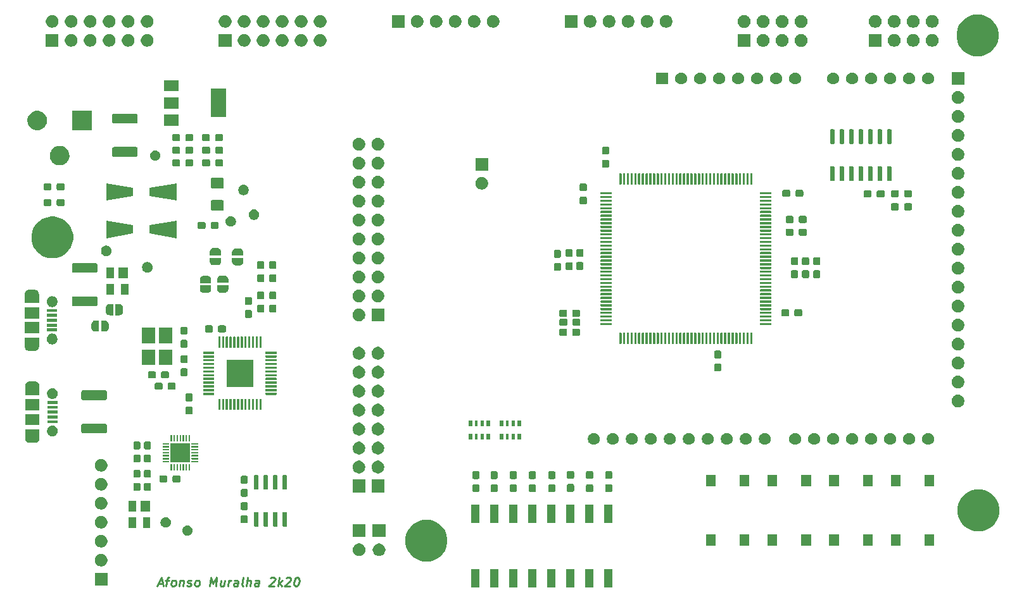
<source format=gts>
%TF.GenerationSoftware,KiCad,Pcbnew,5.1.6-c6e7f7d~87~ubuntu18.04.1*%
%TF.CreationDate,2020-08-06T14:53:50+01:00*%
%TF.ProjectId,arktika-fpga,61726b74-696b-4612-9d66-7067612e6b69,rev?*%
%TF.SameCoordinates,Original*%
%TF.FileFunction,Soldermask,Top*%
%TF.FilePolarity,Negative*%
%FSLAX46Y46*%
G04 Gerber Fmt 4.6, Leading zero omitted, Abs format (unit mm)*
G04 Created by KiCad (PCBNEW 5.1.6-c6e7f7d~87~ubuntu18.04.1) date 2020-08-06 14:53:50*
%MOMM*%
%LPD*%
G01*
G04 APERTURE LIST*
%ADD10C,0.250000*%
%ADD11C,0.100000*%
G04 APERTURE END LIST*
D10*
X102717187Y-137020000D02*
X103288616Y-137020000D01*
X102560044Y-137362857D02*
X103110044Y-136162857D01*
X103360044Y-137362857D01*
X103688616Y-136562857D02*
X104145758Y-136562857D01*
X103760044Y-137362857D02*
X103888616Y-136334285D01*
X103960044Y-136220000D01*
X104081473Y-136162857D01*
X104195758Y-136162857D01*
X104617187Y-137362857D02*
X104510044Y-137305714D01*
X104460044Y-137248571D01*
X104417187Y-137134285D01*
X104460044Y-136791428D01*
X104531473Y-136677142D01*
X104595758Y-136620000D01*
X104717187Y-136562857D01*
X104888616Y-136562857D01*
X104995758Y-136620000D01*
X105045758Y-136677142D01*
X105088616Y-136791428D01*
X105045758Y-137134285D01*
X104974330Y-137248571D01*
X104910044Y-137305714D01*
X104788616Y-137362857D01*
X104617187Y-137362857D01*
X105631473Y-136562857D02*
X105531473Y-137362857D01*
X105617187Y-136677142D02*
X105681473Y-136620000D01*
X105802901Y-136562857D01*
X105974330Y-136562857D01*
X106081473Y-136620000D01*
X106124330Y-136734285D01*
X106045758Y-137362857D01*
X106567187Y-137305714D02*
X106674330Y-137362857D01*
X106902901Y-137362857D01*
X107024330Y-137305714D01*
X107095758Y-137191428D01*
X107102901Y-137134285D01*
X107060044Y-137020000D01*
X106952901Y-136962857D01*
X106781473Y-136962857D01*
X106674330Y-136905714D01*
X106631473Y-136791428D01*
X106638616Y-136734285D01*
X106710044Y-136620000D01*
X106831473Y-136562857D01*
X107002901Y-136562857D01*
X107110044Y-136620000D01*
X107760044Y-137362857D02*
X107652901Y-137305714D01*
X107602901Y-137248571D01*
X107560044Y-137134285D01*
X107602901Y-136791428D01*
X107674330Y-136677142D01*
X107738616Y-136620000D01*
X107860044Y-136562857D01*
X108031473Y-136562857D01*
X108138616Y-136620000D01*
X108188616Y-136677142D01*
X108231473Y-136791428D01*
X108188616Y-137134285D01*
X108117187Y-137248571D01*
X108052901Y-137305714D01*
X107931473Y-137362857D01*
X107760044Y-137362857D01*
X109588616Y-137362857D02*
X109738616Y-136162857D01*
X110031473Y-137020000D01*
X110538616Y-136162857D01*
X110388616Y-137362857D01*
X111574330Y-136562857D02*
X111474330Y-137362857D01*
X111060044Y-136562857D02*
X110981473Y-137191428D01*
X111024330Y-137305714D01*
X111131473Y-137362857D01*
X111302901Y-137362857D01*
X111424330Y-137305714D01*
X111488616Y-137248571D01*
X112045758Y-137362857D02*
X112145758Y-136562857D01*
X112117187Y-136791428D02*
X112188616Y-136677142D01*
X112252901Y-136620000D01*
X112374330Y-136562857D01*
X112488616Y-136562857D01*
X113302901Y-137362857D02*
X113381473Y-136734285D01*
X113338616Y-136620000D01*
X113231473Y-136562857D01*
X113002901Y-136562857D01*
X112881473Y-136620000D01*
X113310044Y-137305714D02*
X113188616Y-137362857D01*
X112902901Y-137362857D01*
X112795758Y-137305714D01*
X112752901Y-137191428D01*
X112767187Y-137077142D01*
X112838616Y-136962857D01*
X112960044Y-136905714D01*
X113245758Y-136905714D01*
X113367187Y-136848571D01*
X114045758Y-137362857D02*
X113938616Y-137305714D01*
X113895758Y-137191428D01*
X114024330Y-136162857D01*
X114502901Y-137362857D02*
X114652901Y-136162857D01*
X115017187Y-137362857D02*
X115095758Y-136734285D01*
X115052901Y-136620000D01*
X114945758Y-136562857D01*
X114774330Y-136562857D01*
X114652901Y-136620000D01*
X114588616Y-136677142D01*
X116102901Y-137362857D02*
X116181473Y-136734285D01*
X116138616Y-136620000D01*
X116031473Y-136562857D01*
X115802901Y-136562857D01*
X115681473Y-136620000D01*
X116110044Y-137305714D02*
X115988616Y-137362857D01*
X115702901Y-137362857D01*
X115595758Y-137305714D01*
X115552901Y-137191428D01*
X115567187Y-137077142D01*
X115638616Y-136962857D01*
X115760044Y-136905714D01*
X116045758Y-136905714D01*
X116167187Y-136848571D01*
X117667187Y-136277142D02*
X117731473Y-136220000D01*
X117852901Y-136162857D01*
X118138616Y-136162857D01*
X118245758Y-136220000D01*
X118295758Y-136277142D01*
X118338616Y-136391428D01*
X118324330Y-136505714D01*
X118245758Y-136677142D01*
X117474330Y-137362857D01*
X118217187Y-137362857D01*
X118731473Y-137362857D02*
X118881473Y-136162857D01*
X118902901Y-136905714D02*
X119188616Y-137362857D01*
X119288616Y-136562857D02*
X118774330Y-137020000D01*
X119781473Y-136277142D02*
X119845758Y-136220000D01*
X119967187Y-136162857D01*
X120252901Y-136162857D01*
X120360044Y-136220000D01*
X120410044Y-136277142D01*
X120452901Y-136391428D01*
X120438616Y-136505714D01*
X120360044Y-136677142D01*
X119588616Y-137362857D01*
X120331473Y-137362857D01*
X121224330Y-136162857D02*
X121338616Y-136162857D01*
X121445758Y-136220000D01*
X121495758Y-136277142D01*
X121538616Y-136391428D01*
X121567187Y-136620000D01*
X121531473Y-136905714D01*
X121445758Y-137134285D01*
X121374330Y-137248571D01*
X121310044Y-137305714D01*
X121188616Y-137362857D01*
X121074330Y-137362857D01*
X120967187Y-137305714D01*
X120917187Y-137248571D01*
X120874330Y-137134285D01*
X120845758Y-136905714D01*
X120881473Y-136620000D01*
X120967187Y-136391428D01*
X121038616Y-136277142D01*
X121102901Y-136220000D01*
X121224330Y-136162857D01*
D11*
G36*
X163441000Y-137500000D02*
G01*
X162321000Y-137500000D01*
X162321000Y-135060000D01*
X163441000Y-135060000D01*
X163441000Y-137500000D01*
G37*
G36*
X160901000Y-137500000D02*
G01*
X159781000Y-137500000D01*
X159781000Y-135060000D01*
X160901000Y-135060000D01*
X160901000Y-137500000D01*
G37*
G36*
X145661000Y-137500000D02*
G01*
X144541000Y-137500000D01*
X144541000Y-135060000D01*
X145661000Y-135060000D01*
X145661000Y-137500000D01*
G37*
G36*
X148201000Y-137500000D02*
G01*
X147081000Y-137500000D01*
X147081000Y-135060000D01*
X148201000Y-135060000D01*
X148201000Y-137500000D01*
G37*
G36*
X150741000Y-137500000D02*
G01*
X149621000Y-137500000D01*
X149621000Y-135060000D01*
X150741000Y-135060000D01*
X150741000Y-137500000D01*
G37*
G36*
X155821000Y-137500000D02*
G01*
X154701000Y-137500000D01*
X154701000Y-135060000D01*
X155821000Y-135060000D01*
X155821000Y-137500000D01*
G37*
G36*
X153281000Y-137500000D02*
G01*
X152161000Y-137500000D01*
X152161000Y-135060000D01*
X153281000Y-135060000D01*
X153281000Y-137500000D01*
G37*
G36*
X158361000Y-137500000D02*
G01*
X157241000Y-137500000D01*
X157241000Y-135060000D01*
X158361000Y-135060000D01*
X158361000Y-137500000D01*
G37*
G36*
X95909500Y-137248000D02*
G01*
X94209500Y-137248000D01*
X94209500Y-135548000D01*
X95909500Y-135548000D01*
X95909500Y-137248000D01*
G37*
G36*
X95307436Y-133040665D02*
G01*
X95462126Y-133104739D01*
X95531576Y-133151145D01*
X95601344Y-133197762D01*
X95719738Y-133316156D01*
X95766355Y-133385924D01*
X95812761Y-133455374D01*
X95876835Y-133610064D01*
X95909500Y-133774282D01*
X95909500Y-133941718D01*
X95876835Y-134105936D01*
X95812761Y-134260626D01*
X95766355Y-134330076D01*
X95719738Y-134399844D01*
X95601344Y-134518238D01*
X95531576Y-134564855D01*
X95462126Y-134611261D01*
X95307436Y-134675335D01*
X95143218Y-134708000D01*
X94975782Y-134708000D01*
X94811564Y-134675335D01*
X94656874Y-134611261D01*
X94587424Y-134564855D01*
X94517656Y-134518238D01*
X94399262Y-134399844D01*
X94352645Y-134330076D01*
X94306239Y-134260626D01*
X94242165Y-134105936D01*
X94209500Y-133941718D01*
X94209500Y-133774282D01*
X94242165Y-133610064D01*
X94306239Y-133455374D01*
X94352645Y-133385924D01*
X94399262Y-133316156D01*
X94517656Y-133197762D01*
X94587424Y-133151145D01*
X94656874Y-133104739D01*
X94811564Y-133040665D01*
X94975782Y-133008000D01*
X95143218Y-133008000D01*
X95307436Y-133040665D01*
G37*
G36*
X139006094Y-128485867D02*
G01*
X139366730Y-128557602D01*
X139876297Y-128768672D01*
X140334896Y-129075098D01*
X140724902Y-129465104D01*
X141031328Y-129923703D01*
X141242398Y-130433270D01*
X141350000Y-130974224D01*
X141350000Y-131525776D01*
X141242398Y-132066730D01*
X141031328Y-132576297D01*
X140724902Y-133034896D01*
X140334896Y-133424902D01*
X139876297Y-133731328D01*
X139366730Y-133942398D01*
X139006094Y-134014133D01*
X138825777Y-134050000D01*
X138274223Y-134050000D01*
X138093906Y-134014133D01*
X137733270Y-133942398D01*
X137223703Y-133731328D01*
X136765104Y-133424902D01*
X136375098Y-133034896D01*
X136068672Y-132576297D01*
X135857602Y-132066730D01*
X135750000Y-131525776D01*
X135750000Y-130974224D01*
X135857602Y-130433270D01*
X136068672Y-129923703D01*
X136375098Y-129465104D01*
X136765104Y-129075098D01*
X137223703Y-128768672D01*
X137733270Y-128557602D01*
X138093906Y-128485867D01*
X138274223Y-128450000D01*
X138825777Y-128450000D01*
X139006094Y-128485867D01*
G37*
G36*
X132472936Y-131662665D02*
G01*
X132627626Y-131726739D01*
X132697076Y-131773145D01*
X132766844Y-131819762D01*
X132885238Y-131938156D01*
X132912020Y-131978239D01*
X132978261Y-132077374D01*
X133042335Y-132232064D01*
X133075000Y-132396282D01*
X133075000Y-132563718D01*
X133042335Y-132727936D01*
X132978261Y-132882626D01*
X132931855Y-132952076D01*
X132885238Y-133021844D01*
X132766844Y-133140238D01*
X132697076Y-133186855D01*
X132627626Y-133233261D01*
X132472936Y-133297335D01*
X132308718Y-133330000D01*
X132141282Y-133330000D01*
X131977064Y-133297335D01*
X131822374Y-133233261D01*
X131752924Y-133186855D01*
X131683156Y-133140238D01*
X131564762Y-133021844D01*
X131518145Y-132952076D01*
X131471739Y-132882626D01*
X131407665Y-132727936D01*
X131375000Y-132563718D01*
X131375000Y-132396282D01*
X131407665Y-132232064D01*
X131471739Y-132077374D01*
X131537980Y-131978239D01*
X131564762Y-131938156D01*
X131683156Y-131819762D01*
X131752924Y-131773145D01*
X131822374Y-131726739D01*
X131977064Y-131662665D01*
X132141282Y-131630000D01*
X132308718Y-131630000D01*
X132472936Y-131662665D01*
G37*
G36*
X129805936Y-131662665D02*
G01*
X129960626Y-131726739D01*
X130030076Y-131773145D01*
X130099844Y-131819762D01*
X130218238Y-131938156D01*
X130245020Y-131978239D01*
X130311261Y-132077374D01*
X130375335Y-132232064D01*
X130408000Y-132396282D01*
X130408000Y-132563718D01*
X130375335Y-132727936D01*
X130311261Y-132882626D01*
X130264855Y-132952076D01*
X130218238Y-133021844D01*
X130099844Y-133140238D01*
X130030076Y-133186855D01*
X129960626Y-133233261D01*
X129805936Y-133297335D01*
X129641718Y-133330000D01*
X129474282Y-133330000D01*
X129310064Y-133297335D01*
X129155374Y-133233261D01*
X129085924Y-133186855D01*
X129016156Y-133140238D01*
X128897762Y-133021844D01*
X128851145Y-132952076D01*
X128804739Y-132882626D01*
X128740665Y-132727936D01*
X128708000Y-132563718D01*
X128708000Y-132396282D01*
X128740665Y-132232064D01*
X128804739Y-132077374D01*
X128870980Y-131978239D01*
X128897762Y-131938156D01*
X129016156Y-131819762D01*
X129085924Y-131773145D01*
X129155374Y-131726739D01*
X129310064Y-131662665D01*
X129474282Y-131630000D01*
X129641718Y-131630000D01*
X129805936Y-131662665D01*
G37*
G36*
X95307436Y-130500665D02*
G01*
X95462126Y-130564739D01*
X95514897Y-130600000D01*
X95601344Y-130657762D01*
X95719738Y-130776156D01*
X95766355Y-130845924D01*
X95812761Y-130915374D01*
X95876835Y-131070064D01*
X95909500Y-131234282D01*
X95909500Y-131401718D01*
X95876835Y-131565936D01*
X95812761Y-131720626D01*
X95766355Y-131790076D01*
X95719738Y-131859844D01*
X95601344Y-131978238D01*
X95531576Y-132024855D01*
X95462126Y-132071261D01*
X95307436Y-132135335D01*
X95143218Y-132168000D01*
X94975782Y-132168000D01*
X94811564Y-132135335D01*
X94656874Y-132071261D01*
X94587424Y-132024855D01*
X94517656Y-131978238D01*
X94399262Y-131859844D01*
X94352645Y-131790076D01*
X94306239Y-131720626D01*
X94242165Y-131565936D01*
X94209500Y-131401718D01*
X94209500Y-131234282D01*
X94242165Y-131070064D01*
X94306239Y-130915374D01*
X94352645Y-130845924D01*
X94399262Y-130776156D01*
X94517656Y-130657762D01*
X94604103Y-130600000D01*
X94656874Y-130564739D01*
X94811564Y-130500665D01*
X94975782Y-130468000D01*
X95143218Y-130468000D01*
X95307436Y-130500665D01*
G37*
G36*
X181742668Y-131960000D02*
G01*
X180442668Y-131960000D01*
X180442668Y-130410000D01*
X181742668Y-130410000D01*
X181742668Y-131960000D01*
G37*
G36*
X177242668Y-131960000D02*
G01*
X175942668Y-131960000D01*
X175942668Y-130410000D01*
X177242668Y-130410000D01*
X177242668Y-131960000D01*
G37*
G36*
X185476445Y-131960000D02*
G01*
X184176445Y-131960000D01*
X184176445Y-130410000D01*
X185476445Y-130410000D01*
X185476445Y-131960000D01*
G37*
G36*
X189976445Y-131960000D02*
G01*
X188676445Y-131960000D01*
X188676445Y-130410000D01*
X189976445Y-130410000D01*
X189976445Y-131960000D01*
G37*
G36*
X198210222Y-131960000D02*
G01*
X196910222Y-131960000D01*
X196910222Y-130410000D01*
X198210222Y-130410000D01*
X198210222Y-131960000D01*
G37*
G36*
X193710222Y-131960000D02*
G01*
X192410222Y-131960000D01*
X192410222Y-130410000D01*
X193710222Y-130410000D01*
X193710222Y-131960000D01*
G37*
G36*
X206444000Y-131960000D02*
G01*
X205144000Y-131960000D01*
X205144000Y-130410000D01*
X206444000Y-130410000D01*
X206444000Y-131960000D01*
G37*
G36*
X201944000Y-131960000D02*
G01*
X200644000Y-131960000D01*
X200644000Y-130410000D01*
X201944000Y-130410000D01*
X201944000Y-131960000D01*
G37*
G36*
X133075000Y-130790000D02*
G01*
X131375000Y-130790000D01*
X131375000Y-129090000D01*
X133075000Y-129090000D01*
X133075000Y-130790000D01*
G37*
G36*
X130408000Y-130790000D02*
G01*
X128708000Y-130790000D01*
X128708000Y-129090000D01*
X130408000Y-129090000D01*
X130408000Y-130790000D01*
G37*
G36*
X106804182Y-129226901D02*
G01*
X106931574Y-129279668D01*
X107046224Y-129356274D01*
X107143726Y-129453776D01*
X107220332Y-129568426D01*
X107273099Y-129695818D01*
X107300000Y-129831056D01*
X107300000Y-129968944D01*
X107273099Y-130104182D01*
X107220332Y-130231574D01*
X107143726Y-130346224D01*
X107046224Y-130443726D01*
X106931574Y-130520332D01*
X106804182Y-130573099D01*
X106668944Y-130600000D01*
X106531056Y-130600000D01*
X106395818Y-130573099D01*
X106268426Y-130520332D01*
X106153776Y-130443726D01*
X106056274Y-130346224D01*
X105979668Y-130231574D01*
X105926901Y-130104182D01*
X105900000Y-129968944D01*
X105900000Y-129831056D01*
X105926901Y-129695818D01*
X105979668Y-129568426D01*
X106056274Y-129453776D01*
X106153776Y-129356274D01*
X106268426Y-129279668D01*
X106395818Y-129226901D01*
X106531056Y-129200000D01*
X106668944Y-129200000D01*
X106804182Y-129226901D01*
G37*
G36*
X212738434Y-124422409D02*
G01*
X213166730Y-124507602D01*
X213676297Y-124718672D01*
X214134896Y-125025098D01*
X214524902Y-125415104D01*
X214831328Y-125873703D01*
X215042398Y-126383270D01*
X215042398Y-126383272D01*
X215150000Y-126924223D01*
X215150000Y-127475777D01*
X215146840Y-127491664D01*
X215042398Y-128016730D01*
X214831328Y-128526297D01*
X214524902Y-128984896D01*
X214134896Y-129374902D01*
X213676297Y-129681328D01*
X213166730Y-129892398D01*
X212806094Y-129964133D01*
X212625777Y-130000000D01*
X212074223Y-130000000D01*
X211893906Y-129964133D01*
X211533270Y-129892398D01*
X211023703Y-129681328D01*
X210565104Y-129374902D01*
X210175098Y-128984896D01*
X209868672Y-128526297D01*
X209657602Y-128016730D01*
X209553160Y-127491664D01*
X209550000Y-127475777D01*
X209550000Y-126924223D01*
X209657602Y-126383272D01*
X209657602Y-126383270D01*
X209868672Y-125873703D01*
X210175098Y-125415104D01*
X210565104Y-125025098D01*
X211023703Y-124718672D01*
X211533270Y-124507602D01*
X211961566Y-124422409D01*
X212074223Y-124400000D01*
X212625777Y-124400000D01*
X212738434Y-124422409D01*
G37*
G36*
X95307436Y-127960665D02*
G01*
X95462126Y-128024739D01*
X95531576Y-128071145D01*
X95601344Y-128117762D01*
X95719738Y-128236156D01*
X95733180Y-128256274D01*
X95812761Y-128375374D01*
X95876835Y-128530064D01*
X95909500Y-128694282D01*
X95909500Y-128861718D01*
X95876835Y-129025936D01*
X95812761Y-129180626D01*
X95768930Y-129246223D01*
X95719738Y-129319844D01*
X95601344Y-129438238D01*
X95531576Y-129484855D01*
X95462126Y-129531261D01*
X95307436Y-129595335D01*
X95143218Y-129628000D01*
X94975782Y-129628000D01*
X94811564Y-129595335D01*
X94656874Y-129531261D01*
X94587424Y-129484855D01*
X94517656Y-129438238D01*
X94399262Y-129319844D01*
X94350070Y-129246223D01*
X94306239Y-129180626D01*
X94242165Y-129025936D01*
X94209500Y-128861718D01*
X94209500Y-128694282D01*
X94242165Y-128530064D01*
X94306239Y-128375374D01*
X94385820Y-128256274D01*
X94399262Y-128236156D01*
X94517656Y-128117762D01*
X94587424Y-128071145D01*
X94656874Y-128024739D01*
X94811564Y-127960665D01*
X94975782Y-127928000D01*
X95143218Y-127928000D01*
X95307436Y-127960665D01*
G37*
G36*
X99753000Y-129562000D02*
G01*
X98753000Y-129562000D01*
X98753000Y-128162000D01*
X99753000Y-128162000D01*
X99753000Y-129562000D01*
G37*
G36*
X101653000Y-129562000D02*
G01*
X100653000Y-129562000D01*
X100653000Y-128162000D01*
X101653000Y-128162000D01*
X101653000Y-129562000D01*
G37*
G36*
X103904182Y-128126901D02*
G01*
X104031574Y-128179668D01*
X104146224Y-128256274D01*
X104243726Y-128353776D01*
X104320332Y-128468426D01*
X104373099Y-128595818D01*
X104400000Y-128731056D01*
X104400000Y-128868944D01*
X104373099Y-129004182D01*
X104320332Y-129131574D01*
X104243726Y-129246224D01*
X104146224Y-129343726D01*
X104031574Y-129420332D01*
X103904182Y-129473099D01*
X103768944Y-129500000D01*
X103631056Y-129500000D01*
X103495818Y-129473099D01*
X103368426Y-129420332D01*
X103253776Y-129343726D01*
X103156274Y-129246224D01*
X103079668Y-129131574D01*
X103026901Y-129004182D01*
X103000000Y-128868944D01*
X103000000Y-128731056D01*
X103026901Y-128595818D01*
X103079668Y-128468426D01*
X103156274Y-128353776D01*
X103253776Y-128256274D01*
X103368426Y-128179668D01*
X103495818Y-128126901D01*
X103631056Y-128100000D01*
X103768944Y-128100000D01*
X103904182Y-128126901D01*
G37*
G36*
X119833351Y-127427591D02*
G01*
X119855812Y-127434404D01*
X119876511Y-127445468D01*
X119894648Y-127460352D01*
X119909532Y-127478489D01*
X119920596Y-127499188D01*
X119927409Y-127521649D01*
X119930000Y-127547948D01*
X119930000Y-129252052D01*
X119927409Y-129278351D01*
X119920596Y-129300812D01*
X119909532Y-129321511D01*
X119894648Y-129339648D01*
X119876511Y-129354532D01*
X119855812Y-129365596D01*
X119833351Y-129372409D01*
X119807052Y-129375000D01*
X119452948Y-129375000D01*
X119426649Y-129372409D01*
X119404188Y-129365596D01*
X119383489Y-129354532D01*
X119365352Y-129339648D01*
X119350468Y-129321511D01*
X119339404Y-129300812D01*
X119332591Y-129278351D01*
X119330000Y-129252052D01*
X119330000Y-127547948D01*
X119332591Y-127521649D01*
X119339404Y-127499188D01*
X119350468Y-127478489D01*
X119365352Y-127460352D01*
X119383489Y-127445468D01*
X119404188Y-127434404D01*
X119426649Y-127427591D01*
X119452948Y-127425000D01*
X119807052Y-127425000D01*
X119833351Y-127427591D01*
G37*
G36*
X118563351Y-127427591D02*
G01*
X118585812Y-127434404D01*
X118606511Y-127445468D01*
X118624648Y-127460352D01*
X118639532Y-127478489D01*
X118650596Y-127499188D01*
X118657409Y-127521649D01*
X118660000Y-127547948D01*
X118660000Y-129252052D01*
X118657409Y-129278351D01*
X118650596Y-129300812D01*
X118639532Y-129321511D01*
X118624648Y-129339648D01*
X118606511Y-129354532D01*
X118585812Y-129365596D01*
X118563351Y-129372409D01*
X118537052Y-129375000D01*
X118182948Y-129375000D01*
X118156649Y-129372409D01*
X118134188Y-129365596D01*
X118113489Y-129354532D01*
X118095352Y-129339648D01*
X118080468Y-129321511D01*
X118069404Y-129300812D01*
X118062591Y-129278351D01*
X118060000Y-129252052D01*
X118060000Y-127547948D01*
X118062591Y-127521649D01*
X118069404Y-127499188D01*
X118080468Y-127478489D01*
X118095352Y-127460352D01*
X118113489Y-127445468D01*
X118134188Y-127434404D01*
X118156649Y-127427591D01*
X118182948Y-127425000D01*
X118537052Y-127425000D01*
X118563351Y-127427591D01*
G37*
G36*
X117293351Y-127427591D02*
G01*
X117315812Y-127434404D01*
X117336511Y-127445468D01*
X117354648Y-127460352D01*
X117369532Y-127478489D01*
X117380596Y-127499188D01*
X117387409Y-127521649D01*
X117390000Y-127547948D01*
X117390000Y-129252052D01*
X117387409Y-129278351D01*
X117380596Y-129300812D01*
X117369532Y-129321511D01*
X117354648Y-129339648D01*
X117336511Y-129354532D01*
X117315812Y-129365596D01*
X117293351Y-129372409D01*
X117267052Y-129375000D01*
X116912948Y-129375000D01*
X116886649Y-129372409D01*
X116864188Y-129365596D01*
X116843489Y-129354532D01*
X116825352Y-129339648D01*
X116810468Y-129321511D01*
X116799404Y-129300812D01*
X116792591Y-129278351D01*
X116790000Y-129252052D01*
X116790000Y-127547948D01*
X116792591Y-127521649D01*
X116799404Y-127499188D01*
X116810468Y-127478489D01*
X116825352Y-127460352D01*
X116843489Y-127445468D01*
X116864188Y-127434404D01*
X116886649Y-127427591D01*
X116912948Y-127425000D01*
X117267052Y-127425000D01*
X117293351Y-127427591D01*
G37*
G36*
X116023351Y-127427591D02*
G01*
X116045812Y-127434404D01*
X116066511Y-127445468D01*
X116084648Y-127460352D01*
X116099532Y-127478489D01*
X116110596Y-127499188D01*
X116117409Y-127521649D01*
X116120000Y-127547948D01*
X116120000Y-129252052D01*
X116117409Y-129278351D01*
X116110596Y-129300812D01*
X116099532Y-129321511D01*
X116084648Y-129339648D01*
X116066511Y-129354532D01*
X116045812Y-129365596D01*
X116023351Y-129372409D01*
X115997052Y-129375000D01*
X115642948Y-129375000D01*
X115616649Y-129372409D01*
X115594188Y-129365596D01*
X115573489Y-129354532D01*
X115555352Y-129339648D01*
X115540468Y-129321511D01*
X115529404Y-129300812D01*
X115522591Y-129278351D01*
X115520000Y-129252052D01*
X115520000Y-127547948D01*
X115522591Y-127521649D01*
X115529404Y-127499188D01*
X115540468Y-127478489D01*
X115555352Y-127460352D01*
X115573489Y-127445468D01*
X115594188Y-127434404D01*
X115616649Y-127427591D01*
X115642948Y-127425000D01*
X115997052Y-127425000D01*
X116023351Y-127427591D01*
G37*
G36*
X114504921Y-127870271D02*
G01*
X114543798Y-127882064D01*
X114579618Y-127901211D01*
X114611019Y-127926981D01*
X114636789Y-127958382D01*
X114655936Y-127994202D01*
X114667729Y-128033079D01*
X114672000Y-128076447D01*
X114672000Y-128705553D01*
X114667729Y-128748921D01*
X114655936Y-128787798D01*
X114636789Y-128823618D01*
X114611019Y-128855019D01*
X114579618Y-128880789D01*
X114543798Y-128899936D01*
X114504921Y-128911729D01*
X114461553Y-128916000D01*
X113932447Y-128916000D01*
X113889079Y-128911729D01*
X113850202Y-128899936D01*
X113814382Y-128880789D01*
X113782981Y-128855019D01*
X113757211Y-128823618D01*
X113738064Y-128787798D01*
X113726271Y-128748921D01*
X113722000Y-128705553D01*
X113722000Y-128076447D01*
X113726271Y-128033079D01*
X113738064Y-127994202D01*
X113757211Y-127958382D01*
X113782981Y-127926981D01*
X113814382Y-127901211D01*
X113850202Y-127882064D01*
X113889079Y-127870271D01*
X113932447Y-127866000D01*
X114461553Y-127866000D01*
X114504921Y-127870271D01*
G37*
G36*
X153281000Y-128890000D02*
G01*
X152161000Y-128890000D01*
X152161000Y-126450000D01*
X153281000Y-126450000D01*
X153281000Y-128890000D01*
G37*
G36*
X150741000Y-128890000D02*
G01*
X149621000Y-128890000D01*
X149621000Y-126450000D01*
X150741000Y-126450000D01*
X150741000Y-128890000D01*
G37*
G36*
X148201000Y-128890000D02*
G01*
X147081000Y-128890000D01*
X147081000Y-126450000D01*
X148201000Y-126450000D01*
X148201000Y-128890000D01*
G37*
G36*
X145661000Y-128890000D02*
G01*
X144541000Y-128890000D01*
X144541000Y-126450000D01*
X145661000Y-126450000D01*
X145661000Y-128890000D01*
G37*
G36*
X155821000Y-128890000D02*
G01*
X154701000Y-128890000D01*
X154701000Y-126450000D01*
X155821000Y-126450000D01*
X155821000Y-128890000D01*
G37*
G36*
X163441000Y-128890000D02*
G01*
X162321000Y-128890000D01*
X162321000Y-126450000D01*
X163441000Y-126450000D01*
X163441000Y-128890000D01*
G37*
G36*
X158361000Y-128890000D02*
G01*
X157241000Y-128890000D01*
X157241000Y-126450000D01*
X158361000Y-126450000D01*
X158361000Y-128890000D01*
G37*
G36*
X160901000Y-128890000D02*
G01*
X159781000Y-128890000D01*
X159781000Y-126450000D01*
X160901000Y-126450000D01*
X160901000Y-128890000D01*
G37*
G36*
X99753000Y-127362000D02*
G01*
X98753000Y-127362000D01*
X98753000Y-125962000D01*
X99753000Y-125962000D01*
X99753000Y-127362000D01*
G37*
G36*
X101573000Y-127362000D02*
G01*
X100373000Y-127362000D01*
X100373000Y-125962000D01*
X101573000Y-125962000D01*
X101573000Y-127362000D01*
G37*
G36*
X114504921Y-126120271D02*
G01*
X114543798Y-126132064D01*
X114579618Y-126151211D01*
X114611019Y-126176981D01*
X114636789Y-126208382D01*
X114655936Y-126244202D01*
X114667729Y-126283079D01*
X114672000Y-126326447D01*
X114672000Y-126955553D01*
X114667729Y-126998921D01*
X114655936Y-127037798D01*
X114636789Y-127073618D01*
X114611019Y-127105019D01*
X114579618Y-127130789D01*
X114543798Y-127149936D01*
X114504921Y-127161729D01*
X114461553Y-127166000D01*
X113932447Y-127166000D01*
X113889079Y-127161729D01*
X113850202Y-127149936D01*
X113814382Y-127130789D01*
X113782981Y-127105019D01*
X113757211Y-127073618D01*
X113738064Y-127037798D01*
X113726271Y-126998921D01*
X113722000Y-126955553D01*
X113722000Y-126326447D01*
X113726271Y-126283079D01*
X113738064Y-126244202D01*
X113757211Y-126208382D01*
X113782981Y-126176981D01*
X113814382Y-126151211D01*
X113850202Y-126132064D01*
X113889079Y-126120271D01*
X113932447Y-126116000D01*
X114461553Y-126116000D01*
X114504921Y-126120271D01*
G37*
G36*
X95307436Y-125420665D02*
G01*
X95462126Y-125484739D01*
X95531576Y-125531145D01*
X95601344Y-125577762D01*
X95719738Y-125696156D01*
X95766355Y-125765924D01*
X95812761Y-125835374D01*
X95876835Y-125990064D01*
X95909500Y-126154282D01*
X95909500Y-126321718D01*
X95876835Y-126485936D01*
X95812761Y-126640626D01*
X95766355Y-126710076D01*
X95719738Y-126779844D01*
X95601344Y-126898238D01*
X95556053Y-126928500D01*
X95462126Y-126991261D01*
X95307436Y-127055335D01*
X95143218Y-127088000D01*
X94975782Y-127088000D01*
X94811564Y-127055335D01*
X94656874Y-126991261D01*
X94562947Y-126928500D01*
X94517656Y-126898238D01*
X94399262Y-126779844D01*
X94352645Y-126710076D01*
X94306239Y-126640626D01*
X94242165Y-126485936D01*
X94209500Y-126321718D01*
X94209500Y-126154282D01*
X94242165Y-125990064D01*
X94306239Y-125835374D01*
X94352645Y-125765924D01*
X94399262Y-125696156D01*
X94517656Y-125577762D01*
X94587424Y-125531145D01*
X94656874Y-125484739D01*
X94811564Y-125420665D01*
X94975782Y-125388000D01*
X95143218Y-125388000D01*
X95307436Y-125420665D01*
G37*
G36*
X114517921Y-124329271D02*
G01*
X114556798Y-124341064D01*
X114592618Y-124360211D01*
X114624019Y-124385981D01*
X114649789Y-124417382D01*
X114668936Y-124453202D01*
X114680729Y-124492079D01*
X114685000Y-124535447D01*
X114685000Y-125164553D01*
X114680729Y-125207921D01*
X114668936Y-125246798D01*
X114649789Y-125282618D01*
X114624019Y-125314019D01*
X114592618Y-125339789D01*
X114556798Y-125358936D01*
X114517921Y-125370729D01*
X114474553Y-125375000D01*
X113945447Y-125375000D01*
X113902079Y-125370729D01*
X113863202Y-125358936D01*
X113827382Y-125339789D01*
X113795981Y-125314019D01*
X113770211Y-125282618D01*
X113751064Y-125246798D01*
X113739271Y-125207921D01*
X113735000Y-125164553D01*
X113735000Y-124535447D01*
X113739271Y-124492079D01*
X113751064Y-124453202D01*
X113770211Y-124417382D01*
X113795981Y-124385981D01*
X113827382Y-124360211D01*
X113863202Y-124341064D01*
X113902079Y-124329271D01*
X113945447Y-124325000D01*
X114474553Y-124325000D01*
X114517921Y-124329271D01*
G37*
G36*
X132917300Y-124785000D02*
G01*
X131217300Y-124785000D01*
X131217300Y-123085000D01*
X132917300Y-123085000D01*
X132917300Y-124785000D01*
G37*
G36*
X130375000Y-124785000D02*
G01*
X128675000Y-124785000D01*
X128675000Y-123085000D01*
X130375000Y-123085000D01*
X130375000Y-124785000D01*
G37*
G36*
X155632921Y-123711271D02*
G01*
X155671798Y-123723064D01*
X155707618Y-123742211D01*
X155739019Y-123767981D01*
X155764789Y-123799382D01*
X155783936Y-123835202D01*
X155795729Y-123874079D01*
X155800000Y-123917447D01*
X155800000Y-124546553D01*
X155795729Y-124589921D01*
X155783936Y-124628798D01*
X155764789Y-124664618D01*
X155739019Y-124696019D01*
X155707618Y-124721789D01*
X155671798Y-124740936D01*
X155632921Y-124752729D01*
X155589553Y-124757000D01*
X155060447Y-124757000D01*
X155017079Y-124752729D01*
X154978202Y-124740936D01*
X154942382Y-124721789D01*
X154910981Y-124696019D01*
X154885211Y-124664618D01*
X154866064Y-124628798D01*
X154854271Y-124589921D01*
X154850000Y-124546553D01*
X154850000Y-123917447D01*
X154854271Y-123874079D01*
X154866064Y-123835202D01*
X154885211Y-123799382D01*
X154910981Y-123767981D01*
X154942382Y-123742211D01*
X154978202Y-123723064D01*
X155017079Y-123711271D01*
X155060447Y-123707000D01*
X155589553Y-123707000D01*
X155632921Y-123711271D01*
G37*
G36*
X153032921Y-123711271D02*
G01*
X153071798Y-123723064D01*
X153107618Y-123742211D01*
X153139019Y-123767981D01*
X153164789Y-123799382D01*
X153183936Y-123835202D01*
X153195729Y-123874079D01*
X153200000Y-123917447D01*
X153200000Y-124546553D01*
X153195729Y-124589921D01*
X153183936Y-124628798D01*
X153164789Y-124664618D01*
X153139019Y-124696019D01*
X153107618Y-124721789D01*
X153071798Y-124740936D01*
X153032921Y-124752729D01*
X152989553Y-124757000D01*
X152460447Y-124757000D01*
X152417079Y-124752729D01*
X152378202Y-124740936D01*
X152342382Y-124721789D01*
X152310981Y-124696019D01*
X152285211Y-124664618D01*
X152266064Y-124628798D01*
X152254271Y-124589921D01*
X152250000Y-124546553D01*
X152250000Y-123917447D01*
X152254271Y-123874079D01*
X152266064Y-123835202D01*
X152285211Y-123799382D01*
X152310981Y-123767981D01*
X152342382Y-123742211D01*
X152378202Y-123723064D01*
X152417079Y-123711271D01*
X152460447Y-123707000D01*
X152989553Y-123707000D01*
X153032921Y-123711271D01*
G37*
G36*
X145481921Y-123711271D02*
G01*
X145520798Y-123723064D01*
X145556618Y-123742211D01*
X145588019Y-123767981D01*
X145613789Y-123799382D01*
X145632936Y-123835202D01*
X145644729Y-123874079D01*
X145649000Y-123917447D01*
X145649000Y-124546553D01*
X145644729Y-124589921D01*
X145632936Y-124628798D01*
X145613789Y-124664618D01*
X145588019Y-124696019D01*
X145556618Y-124721789D01*
X145520798Y-124740936D01*
X145481921Y-124752729D01*
X145438553Y-124757000D01*
X144909447Y-124757000D01*
X144866079Y-124752729D01*
X144827202Y-124740936D01*
X144791382Y-124721789D01*
X144759981Y-124696019D01*
X144734211Y-124664618D01*
X144715064Y-124628798D01*
X144703271Y-124589921D01*
X144699000Y-124546553D01*
X144699000Y-123917447D01*
X144703271Y-123874079D01*
X144715064Y-123835202D01*
X144734211Y-123799382D01*
X144759981Y-123767981D01*
X144791382Y-123742211D01*
X144827202Y-123723064D01*
X144866079Y-123711271D01*
X144909447Y-123707000D01*
X145438553Y-123707000D01*
X145481921Y-123711271D01*
G37*
G36*
X150482921Y-123711271D02*
G01*
X150521798Y-123723064D01*
X150557618Y-123742211D01*
X150589019Y-123767981D01*
X150614789Y-123799382D01*
X150633936Y-123835202D01*
X150645729Y-123874079D01*
X150650000Y-123917447D01*
X150650000Y-124546553D01*
X150645729Y-124589921D01*
X150633936Y-124628798D01*
X150614789Y-124664618D01*
X150589019Y-124696019D01*
X150557618Y-124721789D01*
X150521798Y-124740936D01*
X150482921Y-124752729D01*
X150439553Y-124757000D01*
X149910447Y-124757000D01*
X149867079Y-124752729D01*
X149828202Y-124740936D01*
X149792382Y-124721789D01*
X149760981Y-124696019D01*
X149735211Y-124664618D01*
X149716064Y-124628798D01*
X149704271Y-124589921D01*
X149700000Y-124546553D01*
X149700000Y-123917447D01*
X149704271Y-123874079D01*
X149716064Y-123835202D01*
X149735211Y-123799382D01*
X149760981Y-123767981D01*
X149792382Y-123742211D01*
X149828202Y-123723064D01*
X149867079Y-123711271D01*
X149910447Y-123707000D01*
X150439553Y-123707000D01*
X150482921Y-123711271D01*
G37*
G36*
X147907921Y-123711271D02*
G01*
X147946798Y-123723064D01*
X147982618Y-123742211D01*
X148014019Y-123767981D01*
X148039789Y-123799382D01*
X148058936Y-123835202D01*
X148070729Y-123874079D01*
X148075000Y-123917447D01*
X148075000Y-124546553D01*
X148070729Y-124589921D01*
X148058936Y-124628798D01*
X148039789Y-124664618D01*
X148014019Y-124696019D01*
X147982618Y-124721789D01*
X147946798Y-124740936D01*
X147907921Y-124752729D01*
X147864553Y-124757000D01*
X147335447Y-124757000D01*
X147292079Y-124752729D01*
X147253202Y-124740936D01*
X147217382Y-124721789D01*
X147185981Y-124696019D01*
X147160211Y-124664618D01*
X147141064Y-124628798D01*
X147129271Y-124589921D01*
X147125000Y-124546553D01*
X147125000Y-123917447D01*
X147129271Y-123874079D01*
X147141064Y-123835202D01*
X147160211Y-123799382D01*
X147185981Y-123767981D01*
X147217382Y-123742211D01*
X147253202Y-123723064D01*
X147292079Y-123711271D01*
X147335447Y-123707000D01*
X147864553Y-123707000D01*
X147907921Y-123711271D01*
G37*
G36*
X163232921Y-123704271D02*
G01*
X163271798Y-123716064D01*
X163307618Y-123735211D01*
X163339019Y-123760981D01*
X163364789Y-123792382D01*
X163383936Y-123828202D01*
X163395729Y-123867079D01*
X163400000Y-123910447D01*
X163400000Y-124539553D01*
X163395729Y-124582921D01*
X163383936Y-124621798D01*
X163364789Y-124657618D01*
X163339019Y-124689019D01*
X163307618Y-124714789D01*
X163271798Y-124733936D01*
X163232921Y-124745729D01*
X163189553Y-124750000D01*
X162660447Y-124750000D01*
X162617079Y-124745729D01*
X162578202Y-124733936D01*
X162542382Y-124714789D01*
X162510981Y-124689019D01*
X162485211Y-124657618D01*
X162466064Y-124621798D01*
X162454271Y-124582921D01*
X162450000Y-124539553D01*
X162450000Y-123910447D01*
X162454271Y-123867079D01*
X162466064Y-123828202D01*
X162485211Y-123792382D01*
X162510981Y-123760981D01*
X162542382Y-123735211D01*
X162578202Y-123716064D01*
X162617079Y-123704271D01*
X162660447Y-123700000D01*
X163189553Y-123700000D01*
X163232921Y-123704271D01*
G37*
G36*
X160682921Y-123704271D02*
G01*
X160721798Y-123716064D01*
X160757618Y-123735211D01*
X160789019Y-123760981D01*
X160814789Y-123792382D01*
X160833936Y-123828202D01*
X160845729Y-123867079D01*
X160850000Y-123910447D01*
X160850000Y-124539553D01*
X160845729Y-124582921D01*
X160833936Y-124621798D01*
X160814789Y-124657618D01*
X160789019Y-124689019D01*
X160757618Y-124714789D01*
X160721798Y-124733936D01*
X160682921Y-124745729D01*
X160639553Y-124750000D01*
X160110447Y-124750000D01*
X160067079Y-124745729D01*
X160028202Y-124733936D01*
X159992382Y-124714789D01*
X159960981Y-124689019D01*
X159935211Y-124657618D01*
X159916064Y-124621798D01*
X159904271Y-124582921D01*
X159900000Y-124539553D01*
X159900000Y-123910447D01*
X159904271Y-123867079D01*
X159916064Y-123828202D01*
X159935211Y-123792382D01*
X159960981Y-123760981D01*
X159992382Y-123735211D01*
X160028202Y-123716064D01*
X160067079Y-123704271D01*
X160110447Y-123700000D01*
X160639553Y-123700000D01*
X160682921Y-123704271D01*
G37*
G36*
X158132921Y-123679271D02*
G01*
X158171798Y-123691064D01*
X158207618Y-123710211D01*
X158239019Y-123735981D01*
X158264789Y-123767382D01*
X158283936Y-123803202D01*
X158295729Y-123842079D01*
X158300000Y-123885447D01*
X158300000Y-124514553D01*
X158295729Y-124557921D01*
X158283936Y-124596798D01*
X158264789Y-124632618D01*
X158239019Y-124664019D01*
X158207618Y-124689789D01*
X158171798Y-124708936D01*
X158132921Y-124720729D01*
X158089553Y-124725000D01*
X157560447Y-124725000D01*
X157517079Y-124720729D01*
X157478202Y-124708936D01*
X157442382Y-124689789D01*
X157410981Y-124664019D01*
X157385211Y-124632618D01*
X157366064Y-124596798D01*
X157354271Y-124557921D01*
X157350000Y-124514553D01*
X157350000Y-123885447D01*
X157354271Y-123842079D01*
X157366064Y-123803202D01*
X157385211Y-123767382D01*
X157410981Y-123735981D01*
X157442382Y-123710211D01*
X157478202Y-123691064D01*
X157517079Y-123679271D01*
X157560447Y-123675000D01*
X158089553Y-123675000D01*
X158132921Y-123679271D01*
G37*
G36*
X101563421Y-123533771D02*
G01*
X101602298Y-123545564D01*
X101638118Y-123564711D01*
X101669519Y-123590481D01*
X101695289Y-123621882D01*
X101714436Y-123657702D01*
X101726229Y-123696579D01*
X101730500Y-123739947D01*
X101730500Y-124369053D01*
X101726229Y-124412421D01*
X101714436Y-124451298D01*
X101695289Y-124487118D01*
X101669519Y-124518519D01*
X101638118Y-124544289D01*
X101602298Y-124563436D01*
X101563421Y-124575229D01*
X101520053Y-124579500D01*
X100990947Y-124579500D01*
X100947579Y-124575229D01*
X100908702Y-124563436D01*
X100872882Y-124544289D01*
X100841481Y-124518519D01*
X100815711Y-124487118D01*
X100796564Y-124451298D01*
X100784771Y-124412421D01*
X100780500Y-124369053D01*
X100780500Y-123739947D01*
X100784771Y-123696579D01*
X100796564Y-123657702D01*
X100815711Y-123621882D01*
X100841481Y-123590481D01*
X100872882Y-123564711D01*
X100908702Y-123545564D01*
X100947579Y-123533771D01*
X100990947Y-123529500D01*
X101520053Y-123529500D01*
X101563421Y-123533771D01*
G37*
G36*
X100163421Y-123533771D02*
G01*
X100202298Y-123545564D01*
X100238118Y-123564711D01*
X100269519Y-123590481D01*
X100295289Y-123621882D01*
X100314436Y-123657702D01*
X100326229Y-123696579D01*
X100330500Y-123739947D01*
X100330500Y-124369053D01*
X100326229Y-124412421D01*
X100314436Y-124451298D01*
X100295289Y-124487118D01*
X100269519Y-124518519D01*
X100238118Y-124544289D01*
X100202298Y-124563436D01*
X100163421Y-124575229D01*
X100120053Y-124579500D01*
X99590947Y-124579500D01*
X99547579Y-124575229D01*
X99508702Y-124563436D01*
X99472882Y-124544289D01*
X99441481Y-124518519D01*
X99415711Y-124487118D01*
X99396564Y-124451298D01*
X99384771Y-124412421D01*
X99380500Y-124369053D01*
X99380500Y-123739947D01*
X99384771Y-123696579D01*
X99396564Y-123657702D01*
X99415711Y-123621882D01*
X99441481Y-123590481D01*
X99472882Y-123564711D01*
X99508702Y-123545564D01*
X99547579Y-123533771D01*
X99590947Y-123529500D01*
X100120053Y-123529500D01*
X100163421Y-123533771D01*
G37*
G36*
X95307436Y-122880665D02*
G01*
X95462126Y-122944739D01*
X95528248Y-122988921D01*
X95601344Y-123037762D01*
X95719738Y-123156156D01*
X95760392Y-123217000D01*
X95812761Y-123295374D01*
X95876835Y-123450064D01*
X95909500Y-123614282D01*
X95909500Y-123781718D01*
X95876835Y-123945936D01*
X95812761Y-124100626D01*
X95766355Y-124170076D01*
X95719738Y-124239844D01*
X95601344Y-124358238D01*
X95554335Y-124389648D01*
X95462126Y-124451261D01*
X95314280Y-124512500D01*
X95307436Y-124515335D01*
X95143218Y-124548000D01*
X94975782Y-124548000D01*
X94811564Y-124515335D01*
X94804720Y-124512500D01*
X94656874Y-124451261D01*
X94564665Y-124389648D01*
X94517656Y-124358238D01*
X94399262Y-124239844D01*
X94352645Y-124170076D01*
X94306239Y-124100626D01*
X94242165Y-123945936D01*
X94209500Y-123781718D01*
X94209500Y-123614282D01*
X94242165Y-123450064D01*
X94306239Y-123295374D01*
X94358608Y-123217000D01*
X94399262Y-123156156D01*
X94517656Y-123037762D01*
X94590752Y-122988921D01*
X94656874Y-122944739D01*
X94811564Y-122880665D01*
X94975782Y-122848000D01*
X95143218Y-122848000D01*
X95307436Y-122880665D01*
G37*
G36*
X119833351Y-122477591D02*
G01*
X119855812Y-122484404D01*
X119876511Y-122495468D01*
X119894648Y-122510352D01*
X119909532Y-122528489D01*
X119920596Y-122549188D01*
X119927409Y-122571649D01*
X119930000Y-122597948D01*
X119930000Y-124302052D01*
X119927409Y-124328351D01*
X119920596Y-124350812D01*
X119909532Y-124371511D01*
X119894648Y-124389648D01*
X119876511Y-124404532D01*
X119855812Y-124415596D01*
X119833351Y-124422409D01*
X119807052Y-124425000D01*
X119452948Y-124425000D01*
X119426649Y-124422409D01*
X119404188Y-124415596D01*
X119383489Y-124404532D01*
X119365352Y-124389648D01*
X119350468Y-124371511D01*
X119339404Y-124350812D01*
X119332591Y-124328351D01*
X119330000Y-124302052D01*
X119330000Y-122597948D01*
X119332591Y-122571649D01*
X119339404Y-122549188D01*
X119350468Y-122528489D01*
X119365352Y-122510352D01*
X119383489Y-122495468D01*
X119404188Y-122484404D01*
X119426649Y-122477591D01*
X119452948Y-122475000D01*
X119807052Y-122475000D01*
X119833351Y-122477591D01*
G37*
G36*
X118563351Y-122477591D02*
G01*
X118585812Y-122484404D01*
X118606511Y-122495468D01*
X118624648Y-122510352D01*
X118639532Y-122528489D01*
X118650596Y-122549188D01*
X118657409Y-122571649D01*
X118660000Y-122597948D01*
X118660000Y-124302052D01*
X118657409Y-124328351D01*
X118650596Y-124350812D01*
X118639532Y-124371511D01*
X118624648Y-124389648D01*
X118606511Y-124404532D01*
X118585812Y-124415596D01*
X118563351Y-124422409D01*
X118537052Y-124425000D01*
X118182948Y-124425000D01*
X118156649Y-124422409D01*
X118134188Y-124415596D01*
X118113489Y-124404532D01*
X118095352Y-124389648D01*
X118080468Y-124371511D01*
X118069404Y-124350812D01*
X118062591Y-124328351D01*
X118060000Y-124302052D01*
X118060000Y-122597948D01*
X118062591Y-122571649D01*
X118069404Y-122549188D01*
X118080468Y-122528489D01*
X118095352Y-122510352D01*
X118113489Y-122495468D01*
X118134188Y-122484404D01*
X118156649Y-122477591D01*
X118182948Y-122475000D01*
X118537052Y-122475000D01*
X118563351Y-122477591D01*
G37*
G36*
X117293351Y-122477591D02*
G01*
X117315812Y-122484404D01*
X117336511Y-122495468D01*
X117354648Y-122510352D01*
X117369532Y-122528489D01*
X117380596Y-122549188D01*
X117387409Y-122571649D01*
X117390000Y-122597948D01*
X117390000Y-124302052D01*
X117387409Y-124328351D01*
X117380596Y-124350812D01*
X117369532Y-124371511D01*
X117354648Y-124389648D01*
X117336511Y-124404532D01*
X117315812Y-124415596D01*
X117293351Y-124422409D01*
X117267052Y-124425000D01*
X116912948Y-124425000D01*
X116886649Y-124422409D01*
X116864188Y-124415596D01*
X116843489Y-124404532D01*
X116825352Y-124389648D01*
X116810468Y-124371511D01*
X116799404Y-124350812D01*
X116792591Y-124328351D01*
X116790000Y-124302052D01*
X116790000Y-122597948D01*
X116792591Y-122571649D01*
X116799404Y-122549188D01*
X116810468Y-122528489D01*
X116825352Y-122510352D01*
X116843489Y-122495468D01*
X116864188Y-122484404D01*
X116886649Y-122477591D01*
X116912948Y-122475000D01*
X117267052Y-122475000D01*
X117293351Y-122477591D01*
G37*
G36*
X116023351Y-122477591D02*
G01*
X116045812Y-122484404D01*
X116066511Y-122495468D01*
X116084648Y-122510352D01*
X116099532Y-122528489D01*
X116110596Y-122549188D01*
X116117409Y-122571649D01*
X116120000Y-122597948D01*
X116120000Y-124302052D01*
X116117409Y-124328351D01*
X116110596Y-124350812D01*
X116099532Y-124371511D01*
X116084648Y-124389648D01*
X116066511Y-124404532D01*
X116045812Y-124415596D01*
X116023351Y-124422409D01*
X115997052Y-124425000D01*
X115642948Y-124425000D01*
X115616649Y-124422409D01*
X115594188Y-124415596D01*
X115573489Y-124404532D01*
X115555352Y-124389648D01*
X115540468Y-124371511D01*
X115529404Y-124350812D01*
X115522591Y-124328351D01*
X115520000Y-124302052D01*
X115520000Y-122597948D01*
X115522591Y-122571649D01*
X115529404Y-122549188D01*
X115540468Y-122528489D01*
X115555352Y-122510352D01*
X115573489Y-122495468D01*
X115594188Y-122484404D01*
X115616649Y-122477591D01*
X115642948Y-122475000D01*
X115997052Y-122475000D01*
X116023351Y-122477591D01*
G37*
G36*
X193710222Y-124000000D02*
G01*
X192410222Y-124000000D01*
X192410222Y-122450000D01*
X193710222Y-122450000D01*
X193710222Y-124000000D01*
G37*
G36*
X201944000Y-124000000D02*
G01*
X200644000Y-124000000D01*
X200644000Y-122450000D01*
X201944000Y-122450000D01*
X201944000Y-124000000D01*
G37*
G36*
X206444000Y-124000000D02*
G01*
X205144000Y-124000000D01*
X205144000Y-122450000D01*
X206444000Y-122450000D01*
X206444000Y-124000000D01*
G37*
G36*
X198210222Y-124000000D02*
G01*
X196910222Y-124000000D01*
X196910222Y-122450000D01*
X198210222Y-122450000D01*
X198210222Y-124000000D01*
G37*
G36*
X189976445Y-124000000D02*
G01*
X188676445Y-124000000D01*
X188676445Y-122450000D01*
X189976445Y-122450000D01*
X189976445Y-124000000D01*
G37*
G36*
X177242668Y-124000000D02*
G01*
X175942668Y-124000000D01*
X175942668Y-122450000D01*
X177242668Y-122450000D01*
X177242668Y-124000000D01*
G37*
G36*
X181742668Y-124000000D02*
G01*
X180442668Y-124000000D01*
X180442668Y-122450000D01*
X181742668Y-122450000D01*
X181742668Y-124000000D01*
G37*
G36*
X185476445Y-124000000D02*
G01*
X184176445Y-124000000D01*
X184176445Y-122450000D01*
X185476445Y-122450000D01*
X185476445Y-124000000D01*
G37*
G36*
X114517921Y-122579271D02*
G01*
X114556798Y-122591064D01*
X114592618Y-122610211D01*
X114624019Y-122635981D01*
X114649789Y-122667382D01*
X114668936Y-122703202D01*
X114680729Y-122742079D01*
X114685000Y-122785447D01*
X114685000Y-123414553D01*
X114680729Y-123457921D01*
X114668936Y-123496798D01*
X114649789Y-123532618D01*
X114624019Y-123564019D01*
X114592618Y-123589789D01*
X114556798Y-123608936D01*
X114517921Y-123620729D01*
X114474553Y-123625000D01*
X113945447Y-123625000D01*
X113902079Y-123620729D01*
X113863202Y-123608936D01*
X113827382Y-123589789D01*
X113795981Y-123564019D01*
X113770211Y-123532618D01*
X113751064Y-123496798D01*
X113739271Y-123457921D01*
X113735000Y-123414553D01*
X113735000Y-122785447D01*
X113739271Y-122742079D01*
X113751064Y-122703202D01*
X113770211Y-122667382D01*
X113795981Y-122635981D01*
X113827382Y-122610211D01*
X113863202Y-122591064D01*
X113902079Y-122579271D01*
X113945447Y-122575000D01*
X114474553Y-122575000D01*
X114517921Y-122579271D01*
G37*
G36*
X105488421Y-122508771D02*
G01*
X105527298Y-122520564D01*
X105563118Y-122539711D01*
X105594519Y-122565481D01*
X105620289Y-122596882D01*
X105639436Y-122632702D01*
X105651229Y-122671579D01*
X105655500Y-122714947D01*
X105655500Y-123244053D01*
X105651229Y-123287421D01*
X105639436Y-123326298D01*
X105620289Y-123362118D01*
X105594519Y-123393519D01*
X105563118Y-123419289D01*
X105527298Y-123438436D01*
X105488421Y-123450229D01*
X105445053Y-123454500D01*
X104815947Y-123454500D01*
X104772579Y-123450229D01*
X104733702Y-123438436D01*
X104697882Y-123419289D01*
X104666481Y-123393519D01*
X104640711Y-123362118D01*
X104621564Y-123326298D01*
X104609771Y-123287421D01*
X104605500Y-123244053D01*
X104605500Y-122714947D01*
X104609771Y-122671579D01*
X104621564Y-122632702D01*
X104640711Y-122596882D01*
X104666481Y-122565481D01*
X104697882Y-122539711D01*
X104733702Y-122520564D01*
X104772579Y-122508771D01*
X104815947Y-122504500D01*
X105445053Y-122504500D01*
X105488421Y-122508771D01*
G37*
G36*
X103738421Y-122508771D02*
G01*
X103777298Y-122520564D01*
X103813118Y-122539711D01*
X103844519Y-122565481D01*
X103870289Y-122596882D01*
X103889436Y-122632702D01*
X103901229Y-122671579D01*
X103905500Y-122714947D01*
X103905500Y-123244053D01*
X103901229Y-123287421D01*
X103889436Y-123326298D01*
X103870289Y-123362118D01*
X103844519Y-123393519D01*
X103813118Y-123419289D01*
X103777298Y-123438436D01*
X103738421Y-123450229D01*
X103695053Y-123454500D01*
X103065947Y-123454500D01*
X103022579Y-123450229D01*
X102983702Y-123438436D01*
X102947882Y-123419289D01*
X102916481Y-123393519D01*
X102890711Y-123362118D01*
X102871564Y-123326298D01*
X102859771Y-123287421D01*
X102855500Y-123244053D01*
X102855500Y-122714947D01*
X102859771Y-122671579D01*
X102871564Y-122632702D01*
X102890711Y-122596882D01*
X102916481Y-122565481D01*
X102947882Y-122539711D01*
X102983702Y-122520564D01*
X103022579Y-122508771D01*
X103065947Y-122504500D01*
X103695053Y-122504500D01*
X103738421Y-122508771D01*
G37*
G36*
X150482921Y-121961271D02*
G01*
X150521798Y-121973064D01*
X150557618Y-121992211D01*
X150589019Y-122017981D01*
X150614789Y-122049382D01*
X150633936Y-122085202D01*
X150645729Y-122124079D01*
X150650000Y-122167447D01*
X150650000Y-122796553D01*
X150645729Y-122839921D01*
X150633936Y-122878798D01*
X150614789Y-122914618D01*
X150589019Y-122946019D01*
X150557618Y-122971789D01*
X150521798Y-122990936D01*
X150482921Y-123002729D01*
X150439553Y-123007000D01*
X149910447Y-123007000D01*
X149867079Y-123002729D01*
X149828202Y-122990936D01*
X149792382Y-122971789D01*
X149760981Y-122946019D01*
X149735211Y-122914618D01*
X149716064Y-122878798D01*
X149704271Y-122839921D01*
X149700000Y-122796553D01*
X149700000Y-122167447D01*
X149704271Y-122124079D01*
X149716064Y-122085202D01*
X149735211Y-122049382D01*
X149760981Y-122017981D01*
X149792382Y-121992211D01*
X149828202Y-121973064D01*
X149867079Y-121961271D01*
X149910447Y-121957000D01*
X150439553Y-121957000D01*
X150482921Y-121961271D01*
G37*
G36*
X155632921Y-121961271D02*
G01*
X155671798Y-121973064D01*
X155707618Y-121992211D01*
X155739019Y-122017981D01*
X155764789Y-122049382D01*
X155783936Y-122085202D01*
X155795729Y-122124079D01*
X155800000Y-122167447D01*
X155800000Y-122796553D01*
X155795729Y-122839921D01*
X155783936Y-122878798D01*
X155764789Y-122914618D01*
X155739019Y-122946019D01*
X155707618Y-122971789D01*
X155671798Y-122990936D01*
X155632921Y-123002729D01*
X155589553Y-123007000D01*
X155060447Y-123007000D01*
X155017079Y-123002729D01*
X154978202Y-122990936D01*
X154942382Y-122971789D01*
X154910981Y-122946019D01*
X154885211Y-122914618D01*
X154866064Y-122878798D01*
X154854271Y-122839921D01*
X154850000Y-122796553D01*
X154850000Y-122167447D01*
X154854271Y-122124079D01*
X154866064Y-122085202D01*
X154885211Y-122049382D01*
X154910981Y-122017981D01*
X154942382Y-121992211D01*
X154978202Y-121973064D01*
X155017079Y-121961271D01*
X155060447Y-121957000D01*
X155589553Y-121957000D01*
X155632921Y-121961271D01*
G37*
G36*
X145481921Y-121961271D02*
G01*
X145520798Y-121973064D01*
X145556618Y-121992211D01*
X145588019Y-122017981D01*
X145613789Y-122049382D01*
X145632936Y-122085202D01*
X145644729Y-122124079D01*
X145649000Y-122167447D01*
X145649000Y-122796553D01*
X145644729Y-122839921D01*
X145632936Y-122878798D01*
X145613789Y-122914618D01*
X145588019Y-122946019D01*
X145556618Y-122971789D01*
X145520798Y-122990936D01*
X145481921Y-123002729D01*
X145438553Y-123007000D01*
X144909447Y-123007000D01*
X144866079Y-123002729D01*
X144827202Y-122990936D01*
X144791382Y-122971789D01*
X144759981Y-122946019D01*
X144734211Y-122914618D01*
X144715064Y-122878798D01*
X144703271Y-122839921D01*
X144699000Y-122796553D01*
X144699000Y-122167447D01*
X144703271Y-122124079D01*
X144715064Y-122085202D01*
X144734211Y-122049382D01*
X144759981Y-122017981D01*
X144791382Y-121992211D01*
X144827202Y-121973064D01*
X144866079Y-121961271D01*
X144909447Y-121957000D01*
X145438553Y-121957000D01*
X145481921Y-121961271D01*
G37*
G36*
X153032921Y-121961271D02*
G01*
X153071798Y-121973064D01*
X153107618Y-121992211D01*
X153139019Y-122017981D01*
X153164789Y-122049382D01*
X153183936Y-122085202D01*
X153195729Y-122124079D01*
X153200000Y-122167447D01*
X153200000Y-122796553D01*
X153195729Y-122839921D01*
X153183936Y-122878798D01*
X153164789Y-122914618D01*
X153139019Y-122946019D01*
X153107618Y-122971789D01*
X153071798Y-122990936D01*
X153032921Y-123002729D01*
X152989553Y-123007000D01*
X152460447Y-123007000D01*
X152417079Y-123002729D01*
X152378202Y-122990936D01*
X152342382Y-122971789D01*
X152310981Y-122946019D01*
X152285211Y-122914618D01*
X152266064Y-122878798D01*
X152254271Y-122839921D01*
X152250000Y-122796553D01*
X152250000Y-122167447D01*
X152254271Y-122124079D01*
X152266064Y-122085202D01*
X152285211Y-122049382D01*
X152310981Y-122017981D01*
X152342382Y-121992211D01*
X152378202Y-121973064D01*
X152417079Y-121961271D01*
X152460447Y-121957000D01*
X152989553Y-121957000D01*
X153032921Y-121961271D01*
G37*
G36*
X147907921Y-121961271D02*
G01*
X147946798Y-121973064D01*
X147982618Y-121992211D01*
X148014019Y-122017981D01*
X148039789Y-122049382D01*
X148058936Y-122085202D01*
X148070729Y-122124079D01*
X148075000Y-122167447D01*
X148075000Y-122796553D01*
X148070729Y-122839921D01*
X148058936Y-122878798D01*
X148039789Y-122914618D01*
X148014019Y-122946019D01*
X147982618Y-122971789D01*
X147946798Y-122990936D01*
X147907921Y-123002729D01*
X147864553Y-123007000D01*
X147335447Y-123007000D01*
X147292079Y-123002729D01*
X147253202Y-122990936D01*
X147217382Y-122971789D01*
X147185981Y-122946019D01*
X147160211Y-122914618D01*
X147141064Y-122878798D01*
X147129271Y-122839921D01*
X147125000Y-122796553D01*
X147125000Y-122167447D01*
X147129271Y-122124079D01*
X147141064Y-122085202D01*
X147160211Y-122049382D01*
X147185981Y-122017981D01*
X147217382Y-121992211D01*
X147253202Y-121973064D01*
X147292079Y-121961271D01*
X147335447Y-121957000D01*
X147864553Y-121957000D01*
X147907921Y-121961271D01*
G37*
G36*
X160682921Y-121954271D02*
G01*
X160721798Y-121966064D01*
X160757618Y-121985211D01*
X160789019Y-122010981D01*
X160814789Y-122042382D01*
X160833936Y-122078202D01*
X160845729Y-122117079D01*
X160850000Y-122160447D01*
X160850000Y-122789553D01*
X160845729Y-122832921D01*
X160833936Y-122871798D01*
X160814789Y-122907618D01*
X160789019Y-122939019D01*
X160757618Y-122964789D01*
X160721798Y-122983936D01*
X160682921Y-122995729D01*
X160639553Y-123000000D01*
X160110447Y-123000000D01*
X160067079Y-122995729D01*
X160028202Y-122983936D01*
X159992382Y-122964789D01*
X159960981Y-122939019D01*
X159935211Y-122907618D01*
X159916064Y-122871798D01*
X159904271Y-122832921D01*
X159900000Y-122789553D01*
X159900000Y-122160447D01*
X159904271Y-122117079D01*
X159916064Y-122078202D01*
X159935211Y-122042382D01*
X159960981Y-122010981D01*
X159992382Y-121985211D01*
X160028202Y-121966064D01*
X160067079Y-121954271D01*
X160110447Y-121950000D01*
X160639553Y-121950000D01*
X160682921Y-121954271D01*
G37*
G36*
X163232921Y-121954271D02*
G01*
X163271798Y-121966064D01*
X163307618Y-121985211D01*
X163339019Y-122010981D01*
X163364789Y-122042382D01*
X163383936Y-122078202D01*
X163395729Y-122117079D01*
X163400000Y-122160447D01*
X163400000Y-122789553D01*
X163395729Y-122832921D01*
X163383936Y-122871798D01*
X163364789Y-122907618D01*
X163339019Y-122939019D01*
X163307618Y-122964789D01*
X163271798Y-122983936D01*
X163232921Y-122995729D01*
X163189553Y-123000000D01*
X162660447Y-123000000D01*
X162617079Y-122995729D01*
X162578202Y-122983936D01*
X162542382Y-122964789D01*
X162510981Y-122939019D01*
X162485211Y-122907618D01*
X162466064Y-122871798D01*
X162454271Y-122832921D01*
X162450000Y-122789553D01*
X162450000Y-122160447D01*
X162454271Y-122117079D01*
X162466064Y-122078202D01*
X162485211Y-122042382D01*
X162510981Y-122010981D01*
X162542382Y-121985211D01*
X162578202Y-121966064D01*
X162617079Y-121954271D01*
X162660447Y-121950000D01*
X163189553Y-121950000D01*
X163232921Y-121954271D01*
G37*
G36*
X158132921Y-121929271D02*
G01*
X158171798Y-121941064D01*
X158207618Y-121960211D01*
X158239019Y-121985981D01*
X158264789Y-122017382D01*
X158283936Y-122053202D01*
X158295729Y-122092079D01*
X158300000Y-122135447D01*
X158300000Y-122764553D01*
X158295729Y-122807921D01*
X158283936Y-122846798D01*
X158264789Y-122882618D01*
X158239019Y-122914019D01*
X158207618Y-122939789D01*
X158171798Y-122958936D01*
X158132921Y-122970729D01*
X158089553Y-122975000D01*
X157560447Y-122975000D01*
X157517079Y-122970729D01*
X157478202Y-122958936D01*
X157442382Y-122939789D01*
X157410981Y-122914019D01*
X157385211Y-122882618D01*
X157366064Y-122846798D01*
X157354271Y-122807921D01*
X157350000Y-122764553D01*
X157350000Y-122135447D01*
X157354271Y-122092079D01*
X157366064Y-122053202D01*
X157385211Y-122017382D01*
X157410981Y-121985981D01*
X157442382Y-121960211D01*
X157478202Y-121941064D01*
X157517079Y-121929271D01*
X157560447Y-121925000D01*
X158089553Y-121925000D01*
X158132921Y-121929271D01*
G37*
G36*
X100163421Y-121783771D02*
G01*
X100202298Y-121795564D01*
X100238118Y-121814711D01*
X100269519Y-121840481D01*
X100295289Y-121871882D01*
X100314436Y-121907702D01*
X100326229Y-121946579D01*
X100330500Y-121989947D01*
X100330500Y-122619053D01*
X100326229Y-122662421D01*
X100314436Y-122701298D01*
X100295289Y-122737118D01*
X100269519Y-122768519D01*
X100238118Y-122794289D01*
X100202298Y-122813436D01*
X100163421Y-122825229D01*
X100120053Y-122829500D01*
X99590947Y-122829500D01*
X99547579Y-122825229D01*
X99508702Y-122813436D01*
X99472882Y-122794289D01*
X99441481Y-122768519D01*
X99415711Y-122737118D01*
X99396564Y-122701298D01*
X99384771Y-122662421D01*
X99380500Y-122619053D01*
X99380500Y-121989947D01*
X99384771Y-121946579D01*
X99396564Y-121907702D01*
X99415711Y-121871882D01*
X99441481Y-121840481D01*
X99472882Y-121814711D01*
X99508702Y-121795564D01*
X99547579Y-121783771D01*
X99590947Y-121779500D01*
X100120053Y-121779500D01*
X100163421Y-121783771D01*
G37*
G36*
X101563421Y-121783771D02*
G01*
X101602298Y-121795564D01*
X101638118Y-121814711D01*
X101669519Y-121840481D01*
X101695289Y-121871882D01*
X101714436Y-121907702D01*
X101726229Y-121946579D01*
X101730500Y-121989947D01*
X101730500Y-122619053D01*
X101726229Y-122662421D01*
X101714436Y-122701298D01*
X101695289Y-122737118D01*
X101669519Y-122768519D01*
X101638118Y-122794289D01*
X101602298Y-122813436D01*
X101563421Y-122825229D01*
X101520053Y-122829500D01*
X100990947Y-122829500D01*
X100947579Y-122825229D01*
X100908702Y-122813436D01*
X100872882Y-122794289D01*
X100841481Y-122768519D01*
X100815711Y-122737118D01*
X100796564Y-122701298D01*
X100784771Y-122662421D01*
X100780500Y-122619053D01*
X100780500Y-121989947D01*
X100784771Y-121946579D01*
X100796564Y-121907702D01*
X100815711Y-121871882D01*
X100841481Y-121840481D01*
X100872882Y-121814711D01*
X100908702Y-121795564D01*
X100947579Y-121783771D01*
X100990947Y-121779500D01*
X101520053Y-121779500D01*
X101563421Y-121783771D01*
G37*
G36*
X129772936Y-120577665D02*
G01*
X129927626Y-120641739D01*
X129975829Y-120673948D01*
X130066844Y-120734762D01*
X130185238Y-120853156D01*
X130231855Y-120922924D01*
X130278261Y-120992374D01*
X130342335Y-121147064D01*
X130375000Y-121311282D01*
X130375000Y-121478718D01*
X130342335Y-121642936D01*
X130278261Y-121797626D01*
X130240705Y-121853832D01*
X130185238Y-121936844D01*
X130066844Y-122055238D01*
X129997076Y-122101855D01*
X129927626Y-122148261D01*
X129772936Y-122212335D01*
X129608718Y-122245000D01*
X129441282Y-122245000D01*
X129277064Y-122212335D01*
X129122374Y-122148261D01*
X129052924Y-122101855D01*
X128983156Y-122055238D01*
X128864762Y-121936844D01*
X128809295Y-121853832D01*
X128771739Y-121797626D01*
X128707665Y-121642936D01*
X128675000Y-121478718D01*
X128675000Y-121311282D01*
X128707665Y-121147064D01*
X128771739Y-120992374D01*
X128818145Y-120922924D01*
X128864762Y-120853156D01*
X128983156Y-120734762D01*
X129074171Y-120673948D01*
X129122374Y-120641739D01*
X129277064Y-120577665D01*
X129441282Y-120545000D01*
X129608718Y-120545000D01*
X129772936Y-120577665D01*
G37*
G36*
X132315236Y-120577665D02*
G01*
X132469926Y-120641739D01*
X132518129Y-120673948D01*
X132609144Y-120734762D01*
X132727538Y-120853156D01*
X132774155Y-120922924D01*
X132820561Y-120992374D01*
X132884635Y-121147064D01*
X132917300Y-121311282D01*
X132917300Y-121478718D01*
X132884635Y-121642936D01*
X132820561Y-121797626D01*
X132783005Y-121853832D01*
X132727538Y-121936844D01*
X132609144Y-122055238D01*
X132539376Y-122101855D01*
X132469926Y-122148261D01*
X132315236Y-122212335D01*
X132151018Y-122245000D01*
X131983582Y-122245000D01*
X131819364Y-122212335D01*
X131664674Y-122148261D01*
X131595224Y-122101855D01*
X131525456Y-122055238D01*
X131407062Y-121936844D01*
X131351595Y-121853832D01*
X131314039Y-121797626D01*
X131249965Y-121642936D01*
X131217300Y-121478718D01*
X131217300Y-121311282D01*
X131249965Y-121147064D01*
X131314039Y-120992374D01*
X131360445Y-120922924D01*
X131407062Y-120853156D01*
X131525456Y-120734762D01*
X131616471Y-120673948D01*
X131664674Y-120641739D01*
X131819364Y-120577665D01*
X131983582Y-120545000D01*
X132151018Y-120545000D01*
X132315236Y-120577665D01*
G37*
G36*
X95307436Y-120340665D02*
G01*
X95462126Y-120404739D01*
X95531576Y-120451145D01*
X95601344Y-120497762D01*
X95719738Y-120616156D01*
X95743219Y-120651298D01*
X95812761Y-120755374D01*
X95876835Y-120910064D01*
X95909500Y-121074282D01*
X95909500Y-121241718D01*
X95876835Y-121405936D01*
X95812761Y-121560626D01*
X95766355Y-121630076D01*
X95719738Y-121699844D01*
X95601344Y-121818238D01*
X95531576Y-121864855D01*
X95462126Y-121911261D01*
X95318708Y-121970666D01*
X95307436Y-121975335D01*
X95143218Y-122008000D01*
X94975782Y-122008000D01*
X94811564Y-121975335D01*
X94800292Y-121970666D01*
X94656874Y-121911261D01*
X94587424Y-121864855D01*
X94517656Y-121818238D01*
X94399262Y-121699844D01*
X94352645Y-121630076D01*
X94306239Y-121560626D01*
X94242165Y-121405936D01*
X94209500Y-121241718D01*
X94209500Y-121074282D01*
X94242165Y-120910064D01*
X94306239Y-120755374D01*
X94375781Y-120651298D01*
X94399262Y-120616156D01*
X94517656Y-120497762D01*
X94587424Y-120451145D01*
X94656874Y-120404739D01*
X94811564Y-120340665D01*
X94975782Y-120308000D01*
X95143218Y-120308000D01*
X95307436Y-120340665D01*
G37*
G36*
X105339342Y-120980168D02*
G01*
X105343042Y-120981291D01*
X105346452Y-120983113D01*
X105349437Y-120985563D01*
X105351887Y-120988548D01*
X105353709Y-120991958D01*
X105354832Y-120995658D01*
X105355500Y-121002445D01*
X105355500Y-121831555D01*
X105354832Y-121838342D01*
X105353709Y-121842042D01*
X105351887Y-121845452D01*
X105349437Y-121848437D01*
X105346452Y-121850887D01*
X105343042Y-121852709D01*
X105339342Y-121853832D01*
X105332555Y-121854500D01*
X105178445Y-121854500D01*
X105171658Y-121853832D01*
X105167958Y-121852709D01*
X105164548Y-121850887D01*
X105161563Y-121848437D01*
X105159113Y-121845452D01*
X105157291Y-121842042D01*
X105156168Y-121838342D01*
X105155500Y-121831555D01*
X105155500Y-121002445D01*
X105156168Y-120995658D01*
X105157291Y-120991958D01*
X105159113Y-120988548D01*
X105161563Y-120985563D01*
X105164548Y-120983113D01*
X105167958Y-120981291D01*
X105171658Y-120980168D01*
X105178445Y-120979500D01*
X105332555Y-120979500D01*
X105339342Y-120980168D01*
G37*
G36*
X105739342Y-120980168D02*
G01*
X105743042Y-120981291D01*
X105746452Y-120983113D01*
X105749437Y-120985563D01*
X105751887Y-120988548D01*
X105753709Y-120991958D01*
X105754832Y-120995658D01*
X105755500Y-121002445D01*
X105755500Y-121831555D01*
X105754832Y-121838342D01*
X105753709Y-121842042D01*
X105751887Y-121845452D01*
X105749437Y-121848437D01*
X105746452Y-121850887D01*
X105743042Y-121852709D01*
X105739342Y-121853832D01*
X105732555Y-121854500D01*
X105578445Y-121854500D01*
X105571658Y-121853832D01*
X105567958Y-121852709D01*
X105564548Y-121850887D01*
X105561563Y-121848437D01*
X105559113Y-121845452D01*
X105557291Y-121842042D01*
X105556168Y-121838342D01*
X105555500Y-121831555D01*
X105555500Y-121002445D01*
X105556168Y-120995658D01*
X105557291Y-120991958D01*
X105559113Y-120988548D01*
X105561563Y-120985563D01*
X105564548Y-120983113D01*
X105567958Y-120981291D01*
X105571658Y-120980168D01*
X105578445Y-120979500D01*
X105732555Y-120979500D01*
X105739342Y-120980168D01*
G37*
G36*
X106139342Y-120980168D02*
G01*
X106143042Y-120981291D01*
X106146452Y-120983113D01*
X106149437Y-120985563D01*
X106151887Y-120988548D01*
X106153709Y-120991958D01*
X106154832Y-120995658D01*
X106155500Y-121002445D01*
X106155500Y-121831555D01*
X106154832Y-121838342D01*
X106153709Y-121842042D01*
X106151887Y-121845452D01*
X106149437Y-121848437D01*
X106146452Y-121850887D01*
X106143042Y-121852709D01*
X106139342Y-121853832D01*
X106132555Y-121854500D01*
X105978445Y-121854500D01*
X105971658Y-121853832D01*
X105967958Y-121852709D01*
X105964548Y-121850887D01*
X105961563Y-121848437D01*
X105959113Y-121845452D01*
X105957291Y-121842042D01*
X105956168Y-121838342D01*
X105955500Y-121831555D01*
X105955500Y-121002445D01*
X105956168Y-120995658D01*
X105957291Y-120991958D01*
X105959113Y-120988548D01*
X105961563Y-120985563D01*
X105964548Y-120983113D01*
X105967958Y-120981291D01*
X105971658Y-120980168D01*
X105978445Y-120979500D01*
X106132555Y-120979500D01*
X106139342Y-120980168D01*
G37*
G36*
X106539342Y-120980168D02*
G01*
X106543042Y-120981291D01*
X106546452Y-120983113D01*
X106549437Y-120985563D01*
X106551887Y-120988548D01*
X106553709Y-120991958D01*
X106554832Y-120995658D01*
X106555500Y-121002445D01*
X106555500Y-121831555D01*
X106554832Y-121838342D01*
X106553709Y-121842042D01*
X106551887Y-121845452D01*
X106549437Y-121848437D01*
X106546452Y-121850887D01*
X106543042Y-121852709D01*
X106539342Y-121853832D01*
X106532555Y-121854500D01*
X106378445Y-121854500D01*
X106371658Y-121853832D01*
X106367958Y-121852709D01*
X106364548Y-121850887D01*
X106361563Y-121848437D01*
X106359113Y-121845452D01*
X106357291Y-121842042D01*
X106356168Y-121838342D01*
X106355500Y-121831555D01*
X106355500Y-121002445D01*
X106356168Y-120995658D01*
X106357291Y-120991958D01*
X106359113Y-120988548D01*
X106361563Y-120985563D01*
X106364548Y-120983113D01*
X106367958Y-120981291D01*
X106371658Y-120980168D01*
X106378445Y-120979500D01*
X106532555Y-120979500D01*
X106539342Y-120980168D01*
G37*
G36*
X106939342Y-120980168D02*
G01*
X106943042Y-120981291D01*
X106946452Y-120983113D01*
X106949437Y-120985563D01*
X106951887Y-120988548D01*
X106953709Y-120991958D01*
X106954832Y-120995658D01*
X106955500Y-121002445D01*
X106955500Y-121831555D01*
X106954832Y-121838342D01*
X106953709Y-121842042D01*
X106951887Y-121845452D01*
X106949437Y-121848437D01*
X106946452Y-121850887D01*
X106943042Y-121852709D01*
X106939342Y-121853832D01*
X106932555Y-121854500D01*
X106778445Y-121854500D01*
X106771658Y-121853832D01*
X106767958Y-121852709D01*
X106764548Y-121850887D01*
X106761563Y-121848437D01*
X106759113Y-121845452D01*
X106757291Y-121842042D01*
X106756168Y-121838342D01*
X106755500Y-121831555D01*
X106755500Y-121002445D01*
X106756168Y-120995658D01*
X106757291Y-120991958D01*
X106759113Y-120988548D01*
X106761563Y-120985563D01*
X106764548Y-120983113D01*
X106767958Y-120981291D01*
X106771658Y-120980168D01*
X106778445Y-120979500D01*
X106932555Y-120979500D01*
X106939342Y-120980168D01*
G37*
G36*
X104939342Y-120980168D02*
G01*
X104943042Y-120981291D01*
X104946452Y-120983113D01*
X104949437Y-120985563D01*
X104951887Y-120988548D01*
X104953709Y-120991958D01*
X104954832Y-120995658D01*
X104955500Y-121002445D01*
X104955500Y-121831555D01*
X104954832Y-121838342D01*
X104953709Y-121842042D01*
X104951887Y-121845452D01*
X104949437Y-121848437D01*
X104946452Y-121850887D01*
X104943042Y-121852709D01*
X104939342Y-121853832D01*
X104932555Y-121854500D01*
X104778445Y-121854500D01*
X104771658Y-121853832D01*
X104767958Y-121852709D01*
X104764548Y-121850887D01*
X104761563Y-121848437D01*
X104759113Y-121845452D01*
X104757291Y-121842042D01*
X104756168Y-121838342D01*
X104755500Y-121831555D01*
X104755500Y-121002445D01*
X104756168Y-120995658D01*
X104757291Y-120991958D01*
X104759113Y-120988548D01*
X104761563Y-120985563D01*
X104764548Y-120983113D01*
X104767958Y-120981291D01*
X104771658Y-120980168D01*
X104778445Y-120979500D01*
X104932555Y-120979500D01*
X104939342Y-120980168D01*
G37*
G36*
X104539342Y-120980168D02*
G01*
X104543042Y-120981291D01*
X104546452Y-120983113D01*
X104549437Y-120985563D01*
X104551887Y-120988548D01*
X104553709Y-120991958D01*
X104554832Y-120995658D01*
X104555500Y-121002445D01*
X104555500Y-121831555D01*
X104554832Y-121838342D01*
X104553709Y-121842042D01*
X104551887Y-121845452D01*
X104549437Y-121848437D01*
X104546452Y-121850887D01*
X104543042Y-121852709D01*
X104539342Y-121853832D01*
X104532555Y-121854500D01*
X104378445Y-121854500D01*
X104371658Y-121853832D01*
X104367958Y-121852709D01*
X104364548Y-121850887D01*
X104361563Y-121848437D01*
X104359113Y-121845452D01*
X104357291Y-121842042D01*
X104356168Y-121838342D01*
X104355500Y-121831555D01*
X104355500Y-121002445D01*
X104356168Y-120995658D01*
X104357291Y-120991958D01*
X104359113Y-120988548D01*
X104361563Y-120985563D01*
X104364548Y-120983113D01*
X104367958Y-120981291D01*
X104371658Y-120980168D01*
X104378445Y-120979500D01*
X104532555Y-120979500D01*
X104539342Y-120980168D01*
G37*
G36*
X106955500Y-120779500D02*
G01*
X104355500Y-120779500D01*
X104355500Y-118179500D01*
X106955500Y-118179500D01*
X106955500Y-120779500D01*
G37*
G36*
X108014342Y-120580168D02*
G01*
X108018042Y-120581291D01*
X108021452Y-120583113D01*
X108024437Y-120585563D01*
X108026887Y-120588548D01*
X108028709Y-120591958D01*
X108029832Y-120595658D01*
X108030500Y-120602445D01*
X108030500Y-120756555D01*
X108029832Y-120763342D01*
X108028709Y-120767042D01*
X108026887Y-120770452D01*
X108024437Y-120773437D01*
X108021452Y-120775887D01*
X108018042Y-120777709D01*
X108014342Y-120778832D01*
X108007555Y-120779500D01*
X107178445Y-120779500D01*
X107171658Y-120778832D01*
X107167958Y-120777709D01*
X107164548Y-120775887D01*
X107161563Y-120773437D01*
X107159113Y-120770452D01*
X107157291Y-120767042D01*
X107156168Y-120763342D01*
X107155500Y-120756555D01*
X107155500Y-120602445D01*
X107156168Y-120595658D01*
X107157291Y-120591958D01*
X107159113Y-120588548D01*
X107161563Y-120585563D01*
X107164548Y-120583113D01*
X107167958Y-120581291D01*
X107171658Y-120580168D01*
X107178445Y-120579500D01*
X108007555Y-120579500D01*
X108014342Y-120580168D01*
G37*
G36*
X104139342Y-120580168D02*
G01*
X104143042Y-120581291D01*
X104146452Y-120583113D01*
X104149437Y-120585563D01*
X104151887Y-120588548D01*
X104153709Y-120591958D01*
X104154832Y-120595658D01*
X104155500Y-120602445D01*
X104155500Y-120756555D01*
X104154832Y-120763342D01*
X104153709Y-120767042D01*
X104151887Y-120770452D01*
X104149437Y-120773437D01*
X104146452Y-120775887D01*
X104143042Y-120777709D01*
X104139342Y-120778832D01*
X104132555Y-120779500D01*
X103303445Y-120779500D01*
X103296658Y-120778832D01*
X103292958Y-120777709D01*
X103289548Y-120775887D01*
X103286563Y-120773437D01*
X103284113Y-120770452D01*
X103282291Y-120767042D01*
X103281168Y-120763342D01*
X103280500Y-120756555D01*
X103280500Y-120602445D01*
X103281168Y-120595658D01*
X103282291Y-120591958D01*
X103284113Y-120588548D01*
X103286563Y-120585563D01*
X103289548Y-120583113D01*
X103292958Y-120581291D01*
X103296658Y-120580168D01*
X103303445Y-120579500D01*
X104132555Y-120579500D01*
X104139342Y-120580168D01*
G37*
G36*
X100163421Y-119733771D02*
G01*
X100202298Y-119745564D01*
X100238118Y-119764711D01*
X100269519Y-119790481D01*
X100295289Y-119821882D01*
X100314436Y-119857702D01*
X100326229Y-119896579D01*
X100330500Y-119939947D01*
X100330500Y-120569053D01*
X100326229Y-120612421D01*
X100314436Y-120651298D01*
X100295289Y-120687118D01*
X100269519Y-120718519D01*
X100238118Y-120744289D01*
X100202298Y-120763436D01*
X100163421Y-120775229D01*
X100120053Y-120779500D01*
X99590947Y-120779500D01*
X99547579Y-120775229D01*
X99508702Y-120763436D01*
X99472882Y-120744289D01*
X99441481Y-120718519D01*
X99415711Y-120687118D01*
X99396564Y-120651298D01*
X99384771Y-120612421D01*
X99380500Y-120569053D01*
X99380500Y-119939947D01*
X99384771Y-119896579D01*
X99396564Y-119857702D01*
X99415711Y-119821882D01*
X99441481Y-119790481D01*
X99472882Y-119764711D01*
X99508702Y-119745564D01*
X99547579Y-119733771D01*
X99590947Y-119729500D01*
X100120053Y-119729500D01*
X100163421Y-119733771D01*
G37*
G36*
X101563421Y-119733771D02*
G01*
X101602298Y-119745564D01*
X101638118Y-119764711D01*
X101669519Y-119790481D01*
X101695289Y-119821882D01*
X101714436Y-119857702D01*
X101726229Y-119896579D01*
X101730500Y-119939947D01*
X101730500Y-120569053D01*
X101726229Y-120612421D01*
X101714436Y-120651298D01*
X101695289Y-120687118D01*
X101669519Y-120718519D01*
X101638118Y-120744289D01*
X101602298Y-120763436D01*
X101563421Y-120775229D01*
X101520053Y-120779500D01*
X100990947Y-120779500D01*
X100947579Y-120775229D01*
X100908702Y-120763436D01*
X100872882Y-120744289D01*
X100841481Y-120718519D01*
X100815711Y-120687118D01*
X100796564Y-120651298D01*
X100784771Y-120612421D01*
X100780500Y-120569053D01*
X100780500Y-119939947D01*
X100784771Y-119896579D01*
X100796564Y-119857702D01*
X100815711Y-119821882D01*
X100841481Y-119790481D01*
X100872882Y-119764711D01*
X100908702Y-119745564D01*
X100947579Y-119733771D01*
X100990947Y-119729500D01*
X101520053Y-119729500D01*
X101563421Y-119733771D01*
G37*
G36*
X104139342Y-120180168D02*
G01*
X104143042Y-120181291D01*
X104146452Y-120183113D01*
X104149437Y-120185563D01*
X104151887Y-120188548D01*
X104153709Y-120191958D01*
X104154832Y-120195658D01*
X104155500Y-120202445D01*
X104155500Y-120356555D01*
X104154832Y-120363342D01*
X104153709Y-120367042D01*
X104151887Y-120370452D01*
X104149437Y-120373437D01*
X104146452Y-120375887D01*
X104143042Y-120377709D01*
X104139342Y-120378832D01*
X104132555Y-120379500D01*
X103303445Y-120379500D01*
X103296658Y-120378832D01*
X103292958Y-120377709D01*
X103289548Y-120375887D01*
X103286563Y-120373437D01*
X103284113Y-120370452D01*
X103282291Y-120367042D01*
X103281168Y-120363342D01*
X103280500Y-120356555D01*
X103280500Y-120202445D01*
X103281168Y-120195658D01*
X103282291Y-120191958D01*
X103284113Y-120188548D01*
X103286563Y-120185563D01*
X103289548Y-120183113D01*
X103292958Y-120181291D01*
X103296658Y-120180168D01*
X103303445Y-120179500D01*
X104132555Y-120179500D01*
X104139342Y-120180168D01*
G37*
G36*
X108014342Y-120180168D02*
G01*
X108018042Y-120181291D01*
X108021452Y-120183113D01*
X108024437Y-120185563D01*
X108026887Y-120188548D01*
X108028709Y-120191958D01*
X108029832Y-120195658D01*
X108030500Y-120202445D01*
X108030500Y-120356555D01*
X108029832Y-120363342D01*
X108028709Y-120367042D01*
X108026887Y-120370452D01*
X108024437Y-120373437D01*
X108021452Y-120375887D01*
X108018042Y-120377709D01*
X108014342Y-120378832D01*
X108007555Y-120379500D01*
X107178445Y-120379500D01*
X107171658Y-120378832D01*
X107167958Y-120377709D01*
X107164548Y-120375887D01*
X107161563Y-120373437D01*
X107159113Y-120370452D01*
X107157291Y-120367042D01*
X107156168Y-120363342D01*
X107155500Y-120356555D01*
X107155500Y-120202445D01*
X107156168Y-120195658D01*
X107157291Y-120191958D01*
X107159113Y-120188548D01*
X107161563Y-120185563D01*
X107164548Y-120183113D01*
X107167958Y-120181291D01*
X107171658Y-120180168D01*
X107178445Y-120179500D01*
X108007555Y-120179500D01*
X108014342Y-120180168D01*
G37*
G36*
X104139342Y-119780168D02*
G01*
X104143042Y-119781291D01*
X104146452Y-119783113D01*
X104149437Y-119785563D01*
X104151887Y-119788548D01*
X104153709Y-119791958D01*
X104154832Y-119795658D01*
X104155500Y-119802445D01*
X104155500Y-119956555D01*
X104154832Y-119963342D01*
X104153709Y-119967042D01*
X104151887Y-119970452D01*
X104149437Y-119973437D01*
X104146452Y-119975887D01*
X104143042Y-119977709D01*
X104139342Y-119978832D01*
X104132555Y-119979500D01*
X103303445Y-119979500D01*
X103296658Y-119978832D01*
X103292958Y-119977709D01*
X103289548Y-119975887D01*
X103286563Y-119973437D01*
X103284113Y-119970452D01*
X103282291Y-119967042D01*
X103281168Y-119963342D01*
X103280500Y-119956555D01*
X103280500Y-119802445D01*
X103281168Y-119795658D01*
X103282291Y-119791958D01*
X103284113Y-119788548D01*
X103286563Y-119785563D01*
X103289548Y-119783113D01*
X103292958Y-119781291D01*
X103296658Y-119780168D01*
X103303445Y-119779500D01*
X104132555Y-119779500D01*
X104139342Y-119780168D01*
G37*
G36*
X108014342Y-119780168D02*
G01*
X108018042Y-119781291D01*
X108021452Y-119783113D01*
X108024437Y-119785563D01*
X108026887Y-119788548D01*
X108028709Y-119791958D01*
X108029832Y-119795658D01*
X108030500Y-119802445D01*
X108030500Y-119956555D01*
X108029832Y-119963342D01*
X108028709Y-119967042D01*
X108026887Y-119970452D01*
X108024437Y-119973437D01*
X108021452Y-119975887D01*
X108018042Y-119977709D01*
X108014342Y-119978832D01*
X108007555Y-119979500D01*
X107178445Y-119979500D01*
X107171658Y-119978832D01*
X107167958Y-119977709D01*
X107164548Y-119975887D01*
X107161563Y-119973437D01*
X107159113Y-119970452D01*
X107157291Y-119967042D01*
X107156168Y-119963342D01*
X107155500Y-119956555D01*
X107155500Y-119802445D01*
X107156168Y-119795658D01*
X107157291Y-119791958D01*
X107159113Y-119788548D01*
X107161563Y-119785563D01*
X107164548Y-119783113D01*
X107167958Y-119781291D01*
X107171658Y-119780168D01*
X107178445Y-119779500D01*
X108007555Y-119779500D01*
X108014342Y-119780168D01*
G37*
G36*
X132315236Y-118037665D02*
G01*
X132469926Y-118101739D01*
X132537033Y-118146579D01*
X132609144Y-118194762D01*
X132727538Y-118313156D01*
X132756536Y-118356555D01*
X132820561Y-118452374D01*
X132884635Y-118607064D01*
X132917300Y-118771282D01*
X132917300Y-118938718D01*
X132884635Y-119102936D01*
X132820561Y-119257626D01*
X132774155Y-119327076D01*
X132727538Y-119396844D01*
X132609144Y-119515238D01*
X132559163Y-119548634D01*
X132469926Y-119608261D01*
X132315236Y-119672335D01*
X132151018Y-119705000D01*
X131983582Y-119705000D01*
X131819364Y-119672335D01*
X131664674Y-119608261D01*
X131575437Y-119548634D01*
X131525456Y-119515238D01*
X131407062Y-119396844D01*
X131360445Y-119327076D01*
X131314039Y-119257626D01*
X131249965Y-119102936D01*
X131217300Y-118938718D01*
X131217300Y-118771282D01*
X131249965Y-118607064D01*
X131314039Y-118452374D01*
X131378064Y-118356555D01*
X131407062Y-118313156D01*
X131525456Y-118194762D01*
X131597567Y-118146579D01*
X131664674Y-118101739D01*
X131819364Y-118037665D01*
X131983582Y-118005000D01*
X132151018Y-118005000D01*
X132315236Y-118037665D01*
G37*
G36*
X129772936Y-118037665D02*
G01*
X129927626Y-118101739D01*
X129994733Y-118146579D01*
X130066844Y-118194762D01*
X130185238Y-118313156D01*
X130214236Y-118356555D01*
X130278261Y-118452374D01*
X130342335Y-118607064D01*
X130375000Y-118771282D01*
X130375000Y-118938718D01*
X130342335Y-119102936D01*
X130278261Y-119257626D01*
X130231855Y-119327076D01*
X130185238Y-119396844D01*
X130066844Y-119515238D01*
X130016863Y-119548634D01*
X129927626Y-119608261D01*
X129772936Y-119672335D01*
X129608718Y-119705000D01*
X129441282Y-119705000D01*
X129277064Y-119672335D01*
X129122374Y-119608261D01*
X129033137Y-119548634D01*
X128983156Y-119515238D01*
X128864762Y-119396844D01*
X128818145Y-119327076D01*
X128771739Y-119257626D01*
X128707665Y-119102936D01*
X128675000Y-118938718D01*
X128675000Y-118771282D01*
X128707665Y-118607064D01*
X128771739Y-118452374D01*
X128835764Y-118356555D01*
X128864762Y-118313156D01*
X128983156Y-118194762D01*
X129055267Y-118146579D01*
X129122374Y-118101739D01*
X129277064Y-118037665D01*
X129441282Y-118005000D01*
X129608718Y-118005000D01*
X129772936Y-118037665D01*
G37*
G36*
X104139342Y-119380168D02*
G01*
X104143042Y-119381291D01*
X104146452Y-119383113D01*
X104149437Y-119385563D01*
X104151887Y-119388548D01*
X104153709Y-119391958D01*
X104154832Y-119395658D01*
X104155500Y-119402445D01*
X104155500Y-119556555D01*
X104154832Y-119563342D01*
X104153709Y-119567042D01*
X104151887Y-119570452D01*
X104149437Y-119573437D01*
X104146452Y-119575887D01*
X104143042Y-119577709D01*
X104139342Y-119578832D01*
X104132555Y-119579500D01*
X103303445Y-119579500D01*
X103296658Y-119578832D01*
X103292958Y-119577709D01*
X103289548Y-119575887D01*
X103286563Y-119573437D01*
X103284113Y-119570452D01*
X103282291Y-119567042D01*
X103281168Y-119563342D01*
X103280500Y-119556555D01*
X103280500Y-119402445D01*
X103281168Y-119395658D01*
X103282291Y-119391958D01*
X103284113Y-119388548D01*
X103286563Y-119385563D01*
X103289548Y-119383113D01*
X103292958Y-119381291D01*
X103296658Y-119380168D01*
X103303445Y-119379500D01*
X104132555Y-119379500D01*
X104139342Y-119380168D01*
G37*
G36*
X108014342Y-119380168D02*
G01*
X108018042Y-119381291D01*
X108021452Y-119383113D01*
X108024437Y-119385563D01*
X108026887Y-119388548D01*
X108028709Y-119391958D01*
X108029832Y-119395658D01*
X108030500Y-119402445D01*
X108030500Y-119556555D01*
X108029832Y-119563342D01*
X108028709Y-119567042D01*
X108026887Y-119570452D01*
X108024437Y-119573437D01*
X108021452Y-119575887D01*
X108018042Y-119577709D01*
X108014342Y-119578832D01*
X108007555Y-119579500D01*
X107178445Y-119579500D01*
X107171658Y-119578832D01*
X107167958Y-119577709D01*
X107164548Y-119575887D01*
X107161563Y-119573437D01*
X107159113Y-119570452D01*
X107157291Y-119567042D01*
X107156168Y-119563342D01*
X107155500Y-119556555D01*
X107155500Y-119402445D01*
X107156168Y-119395658D01*
X107157291Y-119391958D01*
X107159113Y-119388548D01*
X107161563Y-119385563D01*
X107164548Y-119383113D01*
X107167958Y-119381291D01*
X107171658Y-119380168D01*
X107178445Y-119379500D01*
X108007555Y-119379500D01*
X108014342Y-119380168D01*
G37*
G36*
X104139342Y-118980168D02*
G01*
X104143042Y-118981291D01*
X104146452Y-118983113D01*
X104149437Y-118985563D01*
X104151887Y-118988548D01*
X104153709Y-118991958D01*
X104154832Y-118995658D01*
X104155500Y-119002445D01*
X104155500Y-119156555D01*
X104154832Y-119163342D01*
X104153709Y-119167042D01*
X104151887Y-119170452D01*
X104149437Y-119173437D01*
X104146452Y-119175887D01*
X104143042Y-119177709D01*
X104139342Y-119178832D01*
X104132555Y-119179500D01*
X103303445Y-119179500D01*
X103296658Y-119178832D01*
X103292958Y-119177709D01*
X103289548Y-119175887D01*
X103286563Y-119173437D01*
X103284113Y-119170452D01*
X103282291Y-119167042D01*
X103281168Y-119163342D01*
X103280500Y-119156555D01*
X103280500Y-119002445D01*
X103281168Y-118995658D01*
X103282291Y-118991958D01*
X103284113Y-118988548D01*
X103286563Y-118985563D01*
X103289548Y-118983113D01*
X103292958Y-118981291D01*
X103296658Y-118980168D01*
X103303445Y-118979500D01*
X104132555Y-118979500D01*
X104139342Y-118980168D01*
G37*
G36*
X108014342Y-118980168D02*
G01*
X108018042Y-118981291D01*
X108021452Y-118983113D01*
X108024437Y-118985563D01*
X108026887Y-118988548D01*
X108028709Y-118991958D01*
X108029832Y-118995658D01*
X108030500Y-119002445D01*
X108030500Y-119156555D01*
X108029832Y-119163342D01*
X108028709Y-119167042D01*
X108026887Y-119170452D01*
X108024437Y-119173437D01*
X108021452Y-119175887D01*
X108018042Y-119177709D01*
X108014342Y-119178832D01*
X108007555Y-119179500D01*
X107178445Y-119179500D01*
X107171658Y-119178832D01*
X107167958Y-119177709D01*
X107164548Y-119175887D01*
X107161563Y-119173437D01*
X107159113Y-119170452D01*
X107157291Y-119167042D01*
X107156168Y-119163342D01*
X107155500Y-119156555D01*
X107155500Y-119002445D01*
X107156168Y-118995658D01*
X107157291Y-118991958D01*
X107159113Y-118988548D01*
X107161563Y-118985563D01*
X107164548Y-118983113D01*
X107167958Y-118981291D01*
X107171658Y-118980168D01*
X107178445Y-118979500D01*
X108007555Y-118979500D01*
X108014342Y-118980168D01*
G37*
G36*
X101563421Y-117983771D02*
G01*
X101602298Y-117995564D01*
X101638118Y-118014711D01*
X101669519Y-118040481D01*
X101695289Y-118071882D01*
X101714436Y-118107702D01*
X101726229Y-118146579D01*
X101730500Y-118189947D01*
X101730500Y-118819053D01*
X101726229Y-118862421D01*
X101714436Y-118901298D01*
X101695289Y-118937118D01*
X101669519Y-118968519D01*
X101638118Y-118994289D01*
X101602298Y-119013436D01*
X101563421Y-119025229D01*
X101520053Y-119029500D01*
X100990947Y-119029500D01*
X100947579Y-119025229D01*
X100908702Y-119013436D01*
X100872882Y-118994289D01*
X100841481Y-118968519D01*
X100815711Y-118937118D01*
X100796564Y-118901298D01*
X100784771Y-118862421D01*
X100780500Y-118819053D01*
X100780500Y-118189947D01*
X100784771Y-118146579D01*
X100796564Y-118107702D01*
X100815711Y-118071882D01*
X100841481Y-118040481D01*
X100872882Y-118014711D01*
X100908702Y-117995564D01*
X100947579Y-117983771D01*
X100990947Y-117979500D01*
X101520053Y-117979500D01*
X101563421Y-117983771D01*
G37*
G36*
X100163421Y-117983771D02*
G01*
X100202298Y-117995564D01*
X100238118Y-118014711D01*
X100269519Y-118040481D01*
X100295289Y-118071882D01*
X100314436Y-118107702D01*
X100326229Y-118146579D01*
X100330500Y-118189947D01*
X100330500Y-118819053D01*
X100326229Y-118862421D01*
X100314436Y-118901298D01*
X100295289Y-118937118D01*
X100269519Y-118968519D01*
X100238118Y-118994289D01*
X100202298Y-119013436D01*
X100163421Y-119025229D01*
X100120053Y-119029500D01*
X99590947Y-119029500D01*
X99547579Y-119025229D01*
X99508702Y-119013436D01*
X99472882Y-118994289D01*
X99441481Y-118968519D01*
X99415711Y-118937118D01*
X99396564Y-118901298D01*
X99384771Y-118862421D01*
X99380500Y-118819053D01*
X99380500Y-118189947D01*
X99384771Y-118146579D01*
X99396564Y-118107702D01*
X99415711Y-118071882D01*
X99441481Y-118040481D01*
X99472882Y-118014711D01*
X99508702Y-117995564D01*
X99547579Y-117983771D01*
X99590947Y-117979500D01*
X100120053Y-117979500D01*
X100163421Y-117983771D01*
G37*
G36*
X104139342Y-118580168D02*
G01*
X104143042Y-118581291D01*
X104146452Y-118583113D01*
X104149437Y-118585563D01*
X104151887Y-118588548D01*
X104153709Y-118591958D01*
X104154832Y-118595658D01*
X104155500Y-118602445D01*
X104155500Y-118756555D01*
X104154832Y-118763342D01*
X104153709Y-118767042D01*
X104151887Y-118770452D01*
X104149437Y-118773437D01*
X104146452Y-118775887D01*
X104143042Y-118777709D01*
X104139342Y-118778832D01*
X104132555Y-118779500D01*
X103303445Y-118779500D01*
X103296658Y-118778832D01*
X103292958Y-118777709D01*
X103289548Y-118775887D01*
X103286563Y-118773437D01*
X103284113Y-118770452D01*
X103282291Y-118767042D01*
X103281168Y-118763342D01*
X103280500Y-118756555D01*
X103280500Y-118602445D01*
X103281168Y-118595658D01*
X103282291Y-118591958D01*
X103284113Y-118588548D01*
X103286563Y-118585563D01*
X103289548Y-118583113D01*
X103292958Y-118581291D01*
X103296658Y-118580168D01*
X103303445Y-118579500D01*
X104132555Y-118579500D01*
X104139342Y-118580168D01*
G37*
G36*
X108014342Y-118580168D02*
G01*
X108018042Y-118581291D01*
X108021452Y-118583113D01*
X108024437Y-118585563D01*
X108026887Y-118588548D01*
X108028709Y-118591958D01*
X108029832Y-118595658D01*
X108030500Y-118602445D01*
X108030500Y-118756555D01*
X108029832Y-118763342D01*
X108028709Y-118767042D01*
X108026887Y-118770452D01*
X108024437Y-118773437D01*
X108021452Y-118775887D01*
X108018042Y-118777709D01*
X108014342Y-118778832D01*
X108007555Y-118779500D01*
X107178445Y-118779500D01*
X107171658Y-118778832D01*
X107167958Y-118777709D01*
X107164548Y-118775887D01*
X107161563Y-118773437D01*
X107159113Y-118770452D01*
X107157291Y-118767042D01*
X107156168Y-118763342D01*
X107155500Y-118756555D01*
X107155500Y-118602445D01*
X107156168Y-118595658D01*
X107157291Y-118591958D01*
X107159113Y-118588548D01*
X107161563Y-118585563D01*
X107164548Y-118583113D01*
X107167958Y-118581291D01*
X107171658Y-118580168D01*
X107178445Y-118579500D01*
X108007555Y-118579500D01*
X108014342Y-118580168D01*
G37*
G36*
X171225312Y-116840248D02*
G01*
X171328351Y-116860743D01*
X171473942Y-116921049D01*
X171604970Y-117008599D01*
X171716401Y-117120030D01*
X171803951Y-117251058D01*
X171864257Y-117396649D01*
X171864257Y-117396651D01*
X171888312Y-117517581D01*
X171895000Y-117551207D01*
X171895000Y-117708793D01*
X171864257Y-117863351D01*
X171803951Y-118008942D01*
X171716401Y-118139970D01*
X171604970Y-118251401D01*
X171473942Y-118338951D01*
X171328351Y-118399257D01*
X171225312Y-118419752D01*
X171173794Y-118430000D01*
X171016206Y-118430000D01*
X170964688Y-118419752D01*
X170861649Y-118399257D01*
X170716058Y-118338951D01*
X170585030Y-118251401D01*
X170473599Y-118139970D01*
X170386049Y-118008942D01*
X170325743Y-117863351D01*
X170295000Y-117708793D01*
X170295000Y-117551207D01*
X170301689Y-117517581D01*
X170325743Y-117396651D01*
X170325743Y-117396649D01*
X170386049Y-117251058D01*
X170473599Y-117120030D01*
X170585030Y-117008599D01*
X170716058Y-116921049D01*
X170861649Y-116860743D01*
X170964688Y-116840248D01*
X171016206Y-116830000D01*
X171173794Y-116830000D01*
X171225312Y-116840248D01*
G37*
G36*
X163605312Y-116840248D02*
G01*
X163708351Y-116860743D01*
X163853942Y-116921049D01*
X163984970Y-117008599D01*
X164096401Y-117120030D01*
X164183951Y-117251058D01*
X164244257Y-117396649D01*
X164244257Y-117396651D01*
X164268312Y-117517581D01*
X164275000Y-117551207D01*
X164275000Y-117708793D01*
X164244257Y-117863351D01*
X164183951Y-118008942D01*
X164096401Y-118139970D01*
X163984970Y-118251401D01*
X163853942Y-118338951D01*
X163708351Y-118399257D01*
X163605312Y-118419752D01*
X163553794Y-118430000D01*
X163396206Y-118430000D01*
X163344688Y-118419752D01*
X163241649Y-118399257D01*
X163096058Y-118338951D01*
X162965030Y-118251401D01*
X162853599Y-118139970D01*
X162766049Y-118008942D01*
X162705743Y-117863351D01*
X162675000Y-117708793D01*
X162675000Y-117551207D01*
X162681689Y-117517581D01*
X162705743Y-117396651D01*
X162705743Y-117396649D01*
X162766049Y-117251058D01*
X162853599Y-117120030D01*
X162965030Y-117008599D01*
X163096058Y-116921049D01*
X163241649Y-116860743D01*
X163344688Y-116840248D01*
X163396206Y-116830000D01*
X163553794Y-116830000D01*
X163605312Y-116840248D01*
G37*
G36*
X200685312Y-116840248D02*
G01*
X200788351Y-116860743D01*
X200933942Y-116921049D01*
X201064970Y-117008599D01*
X201176401Y-117120030D01*
X201263951Y-117251058D01*
X201324257Y-117396649D01*
X201324257Y-117396651D01*
X201348312Y-117517581D01*
X201355000Y-117551207D01*
X201355000Y-117708793D01*
X201324257Y-117863351D01*
X201263951Y-118008942D01*
X201176401Y-118139970D01*
X201064970Y-118251401D01*
X200933942Y-118338951D01*
X200788351Y-118399257D01*
X200685312Y-118419752D01*
X200633794Y-118430000D01*
X200476206Y-118430000D01*
X200424688Y-118419752D01*
X200321649Y-118399257D01*
X200176058Y-118338951D01*
X200045030Y-118251401D01*
X199933599Y-118139970D01*
X199846049Y-118008942D01*
X199785743Y-117863351D01*
X199755000Y-117708793D01*
X199755000Y-117551207D01*
X199761689Y-117517581D01*
X199785743Y-117396651D01*
X199785743Y-117396649D01*
X199846049Y-117251058D01*
X199933599Y-117120030D01*
X200045030Y-117008599D01*
X200176058Y-116921049D01*
X200321649Y-116860743D01*
X200424688Y-116840248D01*
X200476206Y-116830000D01*
X200633794Y-116830000D01*
X200685312Y-116840248D01*
G37*
G36*
X198145312Y-116840248D02*
G01*
X198248351Y-116860743D01*
X198393942Y-116921049D01*
X198524970Y-117008599D01*
X198636401Y-117120030D01*
X198723951Y-117251058D01*
X198784257Y-117396649D01*
X198784257Y-117396651D01*
X198808312Y-117517581D01*
X198815000Y-117551207D01*
X198815000Y-117708793D01*
X198784257Y-117863351D01*
X198723951Y-118008942D01*
X198636401Y-118139970D01*
X198524970Y-118251401D01*
X198393942Y-118338951D01*
X198248351Y-118399257D01*
X198145312Y-118419752D01*
X198093794Y-118430000D01*
X197936206Y-118430000D01*
X197884688Y-118419752D01*
X197781649Y-118399257D01*
X197636058Y-118338951D01*
X197505030Y-118251401D01*
X197393599Y-118139970D01*
X197306049Y-118008942D01*
X197245743Y-117863351D01*
X197215000Y-117708793D01*
X197215000Y-117551207D01*
X197221689Y-117517581D01*
X197245743Y-117396651D01*
X197245743Y-117396649D01*
X197306049Y-117251058D01*
X197393599Y-117120030D01*
X197505030Y-117008599D01*
X197636058Y-116921049D01*
X197781649Y-116860743D01*
X197884688Y-116840248D01*
X197936206Y-116830000D01*
X198093794Y-116830000D01*
X198145312Y-116840248D01*
G37*
G36*
X195605312Y-116840248D02*
G01*
X195708351Y-116860743D01*
X195853942Y-116921049D01*
X195984970Y-117008599D01*
X196096401Y-117120030D01*
X196183951Y-117251058D01*
X196244257Y-117396649D01*
X196244257Y-117396651D01*
X196268312Y-117517581D01*
X196275000Y-117551207D01*
X196275000Y-117708793D01*
X196244257Y-117863351D01*
X196183951Y-118008942D01*
X196096401Y-118139970D01*
X195984970Y-118251401D01*
X195853942Y-118338951D01*
X195708351Y-118399257D01*
X195605312Y-118419752D01*
X195553794Y-118430000D01*
X195396206Y-118430000D01*
X195344688Y-118419752D01*
X195241649Y-118399257D01*
X195096058Y-118338951D01*
X194965030Y-118251401D01*
X194853599Y-118139970D01*
X194766049Y-118008942D01*
X194705743Y-117863351D01*
X194675000Y-117708793D01*
X194675000Y-117551207D01*
X194681689Y-117517581D01*
X194705743Y-117396651D01*
X194705743Y-117396649D01*
X194766049Y-117251058D01*
X194853599Y-117120030D01*
X194965030Y-117008599D01*
X195096058Y-116921049D01*
X195241649Y-116860743D01*
X195344688Y-116840248D01*
X195396206Y-116830000D01*
X195553794Y-116830000D01*
X195605312Y-116840248D01*
G37*
G36*
X193065312Y-116840248D02*
G01*
X193168351Y-116860743D01*
X193313942Y-116921049D01*
X193444970Y-117008599D01*
X193556401Y-117120030D01*
X193643951Y-117251058D01*
X193704257Y-117396649D01*
X193704257Y-117396651D01*
X193728312Y-117517581D01*
X193735000Y-117551207D01*
X193735000Y-117708793D01*
X193704257Y-117863351D01*
X193643951Y-118008942D01*
X193556401Y-118139970D01*
X193444970Y-118251401D01*
X193313942Y-118338951D01*
X193168351Y-118399257D01*
X193065312Y-118419752D01*
X193013794Y-118430000D01*
X192856206Y-118430000D01*
X192804688Y-118419752D01*
X192701649Y-118399257D01*
X192556058Y-118338951D01*
X192425030Y-118251401D01*
X192313599Y-118139970D01*
X192226049Y-118008942D01*
X192165743Y-117863351D01*
X192135000Y-117708793D01*
X192135000Y-117551207D01*
X192141689Y-117517581D01*
X192165743Y-117396651D01*
X192165743Y-117396649D01*
X192226049Y-117251058D01*
X192313599Y-117120030D01*
X192425030Y-117008599D01*
X192556058Y-116921049D01*
X192701649Y-116860743D01*
X192804688Y-116840248D01*
X192856206Y-116830000D01*
X193013794Y-116830000D01*
X193065312Y-116840248D01*
G37*
G36*
X190525312Y-116840248D02*
G01*
X190628351Y-116860743D01*
X190773942Y-116921049D01*
X190904970Y-117008599D01*
X191016401Y-117120030D01*
X191103951Y-117251058D01*
X191164257Y-117396649D01*
X191164257Y-117396651D01*
X191188312Y-117517581D01*
X191195000Y-117551207D01*
X191195000Y-117708793D01*
X191164257Y-117863351D01*
X191103951Y-118008942D01*
X191016401Y-118139970D01*
X190904970Y-118251401D01*
X190773942Y-118338951D01*
X190628351Y-118399257D01*
X190525312Y-118419752D01*
X190473794Y-118430000D01*
X190316206Y-118430000D01*
X190264688Y-118419752D01*
X190161649Y-118399257D01*
X190016058Y-118338951D01*
X189885030Y-118251401D01*
X189773599Y-118139970D01*
X189686049Y-118008942D01*
X189625743Y-117863351D01*
X189595000Y-117708793D01*
X189595000Y-117551207D01*
X189601689Y-117517581D01*
X189625743Y-117396651D01*
X189625743Y-117396649D01*
X189686049Y-117251058D01*
X189773599Y-117120030D01*
X189885030Y-117008599D01*
X190016058Y-116921049D01*
X190161649Y-116860743D01*
X190264688Y-116840248D01*
X190316206Y-116830000D01*
X190473794Y-116830000D01*
X190525312Y-116840248D01*
G37*
G36*
X187985312Y-116840248D02*
G01*
X188088351Y-116860743D01*
X188233942Y-116921049D01*
X188364970Y-117008599D01*
X188476401Y-117120030D01*
X188563951Y-117251058D01*
X188624257Y-117396649D01*
X188624257Y-117396651D01*
X188648312Y-117517581D01*
X188655000Y-117551207D01*
X188655000Y-117708793D01*
X188624257Y-117863351D01*
X188563951Y-118008942D01*
X188476401Y-118139970D01*
X188364970Y-118251401D01*
X188233942Y-118338951D01*
X188088351Y-118399257D01*
X187985312Y-118419752D01*
X187933794Y-118430000D01*
X187776206Y-118430000D01*
X187724688Y-118419752D01*
X187621649Y-118399257D01*
X187476058Y-118338951D01*
X187345030Y-118251401D01*
X187233599Y-118139970D01*
X187146049Y-118008942D01*
X187085743Y-117863351D01*
X187055000Y-117708793D01*
X187055000Y-117551207D01*
X187061689Y-117517581D01*
X187085743Y-117396651D01*
X187085743Y-117396649D01*
X187146049Y-117251058D01*
X187233599Y-117120030D01*
X187345030Y-117008599D01*
X187476058Y-116921049D01*
X187621649Y-116860743D01*
X187724688Y-116840248D01*
X187776206Y-116830000D01*
X187933794Y-116830000D01*
X187985312Y-116840248D01*
G37*
G36*
X183925312Y-116840248D02*
G01*
X184028351Y-116860743D01*
X184173942Y-116921049D01*
X184304970Y-117008599D01*
X184416401Y-117120030D01*
X184503951Y-117251058D01*
X184564257Y-117396649D01*
X184564257Y-117396651D01*
X184588312Y-117517581D01*
X184595000Y-117551207D01*
X184595000Y-117708793D01*
X184564257Y-117863351D01*
X184503951Y-118008942D01*
X184416401Y-118139970D01*
X184304970Y-118251401D01*
X184173942Y-118338951D01*
X184028351Y-118399257D01*
X183925312Y-118419752D01*
X183873794Y-118430000D01*
X183716206Y-118430000D01*
X183664688Y-118419752D01*
X183561649Y-118399257D01*
X183416058Y-118338951D01*
X183285030Y-118251401D01*
X183173599Y-118139970D01*
X183086049Y-118008942D01*
X183025743Y-117863351D01*
X182995000Y-117708793D01*
X182995000Y-117551207D01*
X183001689Y-117517581D01*
X183025743Y-117396651D01*
X183025743Y-117396649D01*
X183086049Y-117251058D01*
X183173599Y-117120030D01*
X183285030Y-117008599D01*
X183416058Y-116921049D01*
X183561649Y-116860743D01*
X183664688Y-116840248D01*
X183716206Y-116830000D01*
X183873794Y-116830000D01*
X183925312Y-116840248D01*
G37*
G36*
X178845312Y-116840248D02*
G01*
X178948351Y-116860743D01*
X179093942Y-116921049D01*
X179224970Y-117008599D01*
X179336401Y-117120030D01*
X179423951Y-117251058D01*
X179484257Y-117396649D01*
X179484257Y-117396651D01*
X179508312Y-117517581D01*
X179515000Y-117551207D01*
X179515000Y-117708793D01*
X179484257Y-117863351D01*
X179423951Y-118008942D01*
X179336401Y-118139970D01*
X179224970Y-118251401D01*
X179093942Y-118338951D01*
X178948351Y-118399257D01*
X178845312Y-118419752D01*
X178793794Y-118430000D01*
X178636206Y-118430000D01*
X178584688Y-118419752D01*
X178481649Y-118399257D01*
X178336058Y-118338951D01*
X178205030Y-118251401D01*
X178093599Y-118139970D01*
X178006049Y-118008942D01*
X177945743Y-117863351D01*
X177915000Y-117708793D01*
X177915000Y-117551207D01*
X177921689Y-117517581D01*
X177945743Y-117396651D01*
X177945743Y-117396649D01*
X178006049Y-117251058D01*
X178093599Y-117120030D01*
X178205030Y-117008599D01*
X178336058Y-116921049D01*
X178481649Y-116860743D01*
X178584688Y-116840248D01*
X178636206Y-116830000D01*
X178793794Y-116830000D01*
X178845312Y-116840248D01*
G37*
G36*
X176305312Y-116840248D02*
G01*
X176408351Y-116860743D01*
X176553942Y-116921049D01*
X176684970Y-117008599D01*
X176796401Y-117120030D01*
X176883951Y-117251058D01*
X176944257Y-117396649D01*
X176944257Y-117396651D01*
X176968312Y-117517581D01*
X176975000Y-117551207D01*
X176975000Y-117708793D01*
X176944257Y-117863351D01*
X176883951Y-118008942D01*
X176796401Y-118139970D01*
X176684970Y-118251401D01*
X176553942Y-118338951D01*
X176408351Y-118399257D01*
X176305312Y-118419752D01*
X176253794Y-118430000D01*
X176096206Y-118430000D01*
X176044688Y-118419752D01*
X175941649Y-118399257D01*
X175796058Y-118338951D01*
X175665030Y-118251401D01*
X175553599Y-118139970D01*
X175466049Y-118008942D01*
X175405743Y-117863351D01*
X175375000Y-117708793D01*
X175375000Y-117551207D01*
X175381689Y-117517581D01*
X175405743Y-117396651D01*
X175405743Y-117396649D01*
X175466049Y-117251058D01*
X175553599Y-117120030D01*
X175665030Y-117008599D01*
X175796058Y-116921049D01*
X175941649Y-116860743D01*
X176044688Y-116840248D01*
X176096206Y-116830000D01*
X176253794Y-116830000D01*
X176305312Y-116840248D01*
G37*
G36*
X173765312Y-116840248D02*
G01*
X173868351Y-116860743D01*
X174013942Y-116921049D01*
X174144970Y-117008599D01*
X174256401Y-117120030D01*
X174343951Y-117251058D01*
X174404257Y-117396649D01*
X174404257Y-117396651D01*
X174428312Y-117517581D01*
X174435000Y-117551207D01*
X174435000Y-117708793D01*
X174404257Y-117863351D01*
X174343951Y-118008942D01*
X174256401Y-118139970D01*
X174144970Y-118251401D01*
X174013942Y-118338951D01*
X173868351Y-118399257D01*
X173765312Y-118419752D01*
X173713794Y-118430000D01*
X173556206Y-118430000D01*
X173504688Y-118419752D01*
X173401649Y-118399257D01*
X173256058Y-118338951D01*
X173125030Y-118251401D01*
X173013599Y-118139970D01*
X172926049Y-118008942D01*
X172865743Y-117863351D01*
X172835000Y-117708793D01*
X172835000Y-117551207D01*
X172841689Y-117517581D01*
X172865743Y-117396651D01*
X172865743Y-117396649D01*
X172926049Y-117251058D01*
X173013599Y-117120030D01*
X173125030Y-117008599D01*
X173256058Y-116921049D01*
X173401649Y-116860743D01*
X173504688Y-116840248D01*
X173556206Y-116830000D01*
X173713794Y-116830000D01*
X173765312Y-116840248D01*
G37*
G36*
X161065312Y-116840248D02*
G01*
X161168351Y-116860743D01*
X161313942Y-116921049D01*
X161444970Y-117008599D01*
X161556401Y-117120030D01*
X161643951Y-117251058D01*
X161704257Y-117396649D01*
X161704257Y-117396651D01*
X161728312Y-117517581D01*
X161735000Y-117551207D01*
X161735000Y-117708793D01*
X161704257Y-117863351D01*
X161643951Y-118008942D01*
X161556401Y-118139970D01*
X161444970Y-118251401D01*
X161313942Y-118338951D01*
X161168351Y-118399257D01*
X161065312Y-118419752D01*
X161013794Y-118430000D01*
X160856206Y-118430000D01*
X160804688Y-118419752D01*
X160701649Y-118399257D01*
X160556058Y-118338951D01*
X160425030Y-118251401D01*
X160313599Y-118139970D01*
X160226049Y-118008942D01*
X160165743Y-117863351D01*
X160135000Y-117708793D01*
X160135000Y-117551207D01*
X160141689Y-117517581D01*
X160165743Y-117396651D01*
X160165743Y-117396649D01*
X160226049Y-117251058D01*
X160313599Y-117120030D01*
X160425030Y-117008599D01*
X160556058Y-116921049D01*
X160701649Y-116860743D01*
X160804688Y-116840248D01*
X160856206Y-116830000D01*
X161013794Y-116830000D01*
X161065312Y-116840248D01*
G37*
G36*
X168685312Y-116840248D02*
G01*
X168788351Y-116860743D01*
X168933942Y-116921049D01*
X169064970Y-117008599D01*
X169176401Y-117120030D01*
X169263951Y-117251058D01*
X169324257Y-117396649D01*
X169324257Y-117396651D01*
X169348312Y-117517581D01*
X169355000Y-117551207D01*
X169355000Y-117708793D01*
X169324257Y-117863351D01*
X169263951Y-118008942D01*
X169176401Y-118139970D01*
X169064970Y-118251401D01*
X168933942Y-118338951D01*
X168788351Y-118399257D01*
X168685312Y-118419752D01*
X168633794Y-118430000D01*
X168476206Y-118430000D01*
X168424688Y-118419752D01*
X168321649Y-118399257D01*
X168176058Y-118338951D01*
X168045030Y-118251401D01*
X167933599Y-118139970D01*
X167846049Y-118008942D01*
X167785743Y-117863351D01*
X167755000Y-117708793D01*
X167755000Y-117551207D01*
X167761689Y-117517581D01*
X167785743Y-117396651D01*
X167785743Y-117396649D01*
X167846049Y-117251058D01*
X167933599Y-117120030D01*
X168045030Y-117008599D01*
X168176058Y-116921049D01*
X168321649Y-116860743D01*
X168424688Y-116840248D01*
X168476206Y-116830000D01*
X168633794Y-116830000D01*
X168685312Y-116840248D01*
G37*
G36*
X166145312Y-116840248D02*
G01*
X166248351Y-116860743D01*
X166393942Y-116921049D01*
X166524970Y-117008599D01*
X166636401Y-117120030D01*
X166723951Y-117251058D01*
X166784257Y-117396649D01*
X166784257Y-117396651D01*
X166808312Y-117517581D01*
X166815000Y-117551207D01*
X166815000Y-117708793D01*
X166784257Y-117863351D01*
X166723951Y-118008942D01*
X166636401Y-118139970D01*
X166524970Y-118251401D01*
X166393942Y-118338951D01*
X166248351Y-118399257D01*
X166145312Y-118419752D01*
X166093794Y-118430000D01*
X165936206Y-118430000D01*
X165884688Y-118419752D01*
X165781649Y-118399257D01*
X165636058Y-118338951D01*
X165505030Y-118251401D01*
X165393599Y-118139970D01*
X165306049Y-118008942D01*
X165245743Y-117863351D01*
X165215000Y-117708793D01*
X165215000Y-117551207D01*
X165221689Y-117517581D01*
X165245743Y-117396651D01*
X165245743Y-117396649D01*
X165306049Y-117251058D01*
X165393599Y-117120030D01*
X165505030Y-117008599D01*
X165636058Y-116921049D01*
X165781649Y-116860743D01*
X165884688Y-116840248D01*
X165936206Y-116830000D01*
X166093794Y-116830000D01*
X166145312Y-116840248D01*
G37*
G36*
X205765312Y-116840248D02*
G01*
X205868351Y-116860743D01*
X206013942Y-116921049D01*
X206144970Y-117008599D01*
X206256401Y-117120030D01*
X206343951Y-117251058D01*
X206404257Y-117396649D01*
X206404257Y-117396651D01*
X206428312Y-117517581D01*
X206435000Y-117551207D01*
X206435000Y-117708793D01*
X206404257Y-117863351D01*
X206343951Y-118008942D01*
X206256401Y-118139970D01*
X206144970Y-118251401D01*
X206013942Y-118338951D01*
X205868351Y-118399257D01*
X205765312Y-118419752D01*
X205713794Y-118430000D01*
X205556206Y-118430000D01*
X205504688Y-118419752D01*
X205401649Y-118399257D01*
X205256058Y-118338951D01*
X205125030Y-118251401D01*
X205013599Y-118139970D01*
X204926049Y-118008942D01*
X204865743Y-117863351D01*
X204835000Y-117708793D01*
X204835000Y-117551207D01*
X204841689Y-117517581D01*
X204865743Y-117396651D01*
X204865743Y-117396649D01*
X204926049Y-117251058D01*
X205013599Y-117120030D01*
X205125030Y-117008599D01*
X205256058Y-116921049D01*
X205401649Y-116860743D01*
X205504688Y-116840248D01*
X205556206Y-116830000D01*
X205713794Y-116830000D01*
X205765312Y-116840248D01*
G37*
G36*
X203225312Y-116840248D02*
G01*
X203328351Y-116860743D01*
X203473942Y-116921049D01*
X203604970Y-117008599D01*
X203716401Y-117120030D01*
X203803951Y-117251058D01*
X203864257Y-117396649D01*
X203864257Y-117396651D01*
X203888312Y-117517581D01*
X203895000Y-117551207D01*
X203895000Y-117708793D01*
X203864257Y-117863351D01*
X203803951Y-118008942D01*
X203716401Y-118139970D01*
X203604970Y-118251401D01*
X203473942Y-118338951D01*
X203328351Y-118399257D01*
X203225312Y-118419752D01*
X203173794Y-118430000D01*
X203016206Y-118430000D01*
X202964688Y-118419752D01*
X202861649Y-118399257D01*
X202716058Y-118338951D01*
X202585030Y-118251401D01*
X202473599Y-118139970D01*
X202386049Y-118008942D01*
X202325743Y-117863351D01*
X202295000Y-117708793D01*
X202295000Y-117551207D01*
X202301689Y-117517581D01*
X202325743Y-117396651D01*
X202325743Y-117396649D01*
X202386049Y-117251058D01*
X202473599Y-117120030D01*
X202585030Y-117008599D01*
X202716058Y-116921049D01*
X202861649Y-116860743D01*
X202964688Y-116840248D01*
X203016206Y-116830000D01*
X203173794Y-116830000D01*
X203225312Y-116840248D01*
G37*
G36*
X181385312Y-116840248D02*
G01*
X181488351Y-116860743D01*
X181633942Y-116921049D01*
X181764970Y-117008599D01*
X181876401Y-117120030D01*
X181963951Y-117251058D01*
X182024257Y-117396649D01*
X182024257Y-117396651D01*
X182048312Y-117517581D01*
X182055000Y-117551207D01*
X182055000Y-117708793D01*
X182024257Y-117863351D01*
X181963951Y-118008942D01*
X181876401Y-118139970D01*
X181764970Y-118251401D01*
X181633942Y-118338951D01*
X181488351Y-118399257D01*
X181385312Y-118419752D01*
X181333794Y-118430000D01*
X181176206Y-118430000D01*
X181124688Y-118419752D01*
X181021649Y-118399257D01*
X180876058Y-118338951D01*
X180745030Y-118251401D01*
X180633599Y-118139970D01*
X180546049Y-118008942D01*
X180485743Y-117863351D01*
X180455000Y-117708793D01*
X180455000Y-117551207D01*
X180461689Y-117517581D01*
X180485743Y-117396651D01*
X180485743Y-117396649D01*
X180546049Y-117251058D01*
X180633599Y-117120030D01*
X180745030Y-117008599D01*
X180876058Y-116921049D01*
X181021649Y-116860743D01*
X181124688Y-116840248D01*
X181176206Y-116830000D01*
X181333794Y-116830000D01*
X181385312Y-116840248D01*
G37*
G36*
X108014342Y-118180168D02*
G01*
X108018042Y-118181291D01*
X108021452Y-118183113D01*
X108024437Y-118185563D01*
X108026887Y-118188548D01*
X108028709Y-118191958D01*
X108029832Y-118195658D01*
X108030500Y-118202445D01*
X108030500Y-118356555D01*
X108029832Y-118363342D01*
X108028709Y-118367042D01*
X108026887Y-118370452D01*
X108024437Y-118373437D01*
X108021452Y-118375887D01*
X108018042Y-118377709D01*
X108014342Y-118378832D01*
X108007555Y-118379500D01*
X107178445Y-118379500D01*
X107171658Y-118378832D01*
X107167958Y-118377709D01*
X107164548Y-118375887D01*
X107161563Y-118373437D01*
X107159113Y-118370452D01*
X107157291Y-118367042D01*
X107156168Y-118363342D01*
X107155500Y-118356555D01*
X107155500Y-118202445D01*
X107156168Y-118195658D01*
X107157291Y-118191958D01*
X107159113Y-118188548D01*
X107161563Y-118185563D01*
X107164548Y-118183113D01*
X107167958Y-118181291D01*
X107171658Y-118180168D01*
X107178445Y-118179500D01*
X108007555Y-118179500D01*
X108014342Y-118180168D01*
G37*
G36*
X104139342Y-118180168D02*
G01*
X104143042Y-118181291D01*
X104146452Y-118183113D01*
X104149437Y-118185563D01*
X104151887Y-118188548D01*
X104153709Y-118191958D01*
X104154832Y-118195658D01*
X104155500Y-118202445D01*
X104155500Y-118356555D01*
X104154832Y-118363342D01*
X104153709Y-118367042D01*
X104151887Y-118370452D01*
X104149437Y-118373437D01*
X104146452Y-118375887D01*
X104143042Y-118377709D01*
X104139342Y-118378832D01*
X104132555Y-118379500D01*
X103303445Y-118379500D01*
X103296658Y-118378832D01*
X103292958Y-118377709D01*
X103289548Y-118375887D01*
X103286563Y-118373437D01*
X103284113Y-118370452D01*
X103282291Y-118367042D01*
X103281168Y-118363342D01*
X103280500Y-118356555D01*
X103280500Y-118202445D01*
X103281168Y-118195658D01*
X103282291Y-118191958D01*
X103284113Y-118188548D01*
X103286563Y-118185563D01*
X103289548Y-118183113D01*
X103292958Y-118181291D01*
X103296658Y-118180168D01*
X103303445Y-118179500D01*
X104132555Y-118179500D01*
X104139342Y-118180168D01*
G37*
G36*
X86812500Y-117517581D02*
G01*
X86812789Y-117523462D01*
X86815403Y-117550000D01*
X86812789Y-117576538D01*
X86812500Y-117582419D01*
X86812500Y-117594428D01*
X86810073Y-117604118D01*
X86803819Y-117667617D01*
X86803818Y-117667620D01*
X86803818Y-117667621D01*
X86769510Y-117780721D01*
X86713796Y-117884955D01*
X86638817Y-117976317D01*
X86547455Y-118051296D01*
X86443221Y-118107010D01*
X86330121Y-118141318D01*
X86330120Y-118141318D01*
X86330117Y-118141319D01*
X86263595Y-118147870D01*
X86241974Y-118150000D01*
X85483026Y-118150000D01*
X85461405Y-118147870D01*
X85394883Y-118141319D01*
X85394880Y-118141318D01*
X85394879Y-118141318D01*
X85281779Y-118107010D01*
X85177545Y-118051296D01*
X85086183Y-117976317D01*
X85011204Y-117884955D01*
X84955490Y-117780721D01*
X84921182Y-117667621D01*
X84921182Y-117667620D01*
X84921181Y-117667617D01*
X84914927Y-117604118D01*
X84912632Y-117592582D01*
X84912500Y-117592263D01*
X84912500Y-117582419D01*
X84912211Y-117576538D01*
X84909597Y-117550000D01*
X84912211Y-117523462D01*
X84912500Y-117517581D01*
X84912500Y-116350000D01*
X86812500Y-116350000D01*
X86812500Y-117517581D01*
G37*
G36*
X106539342Y-117105168D02*
G01*
X106543042Y-117106291D01*
X106546452Y-117108113D01*
X106549437Y-117110563D01*
X106551887Y-117113548D01*
X106553709Y-117116958D01*
X106554832Y-117120658D01*
X106555500Y-117127445D01*
X106555500Y-117956555D01*
X106554832Y-117963342D01*
X106553709Y-117967042D01*
X106551887Y-117970452D01*
X106549437Y-117973437D01*
X106546452Y-117975887D01*
X106543042Y-117977709D01*
X106539342Y-117978832D01*
X106532555Y-117979500D01*
X106378445Y-117979500D01*
X106371658Y-117978832D01*
X106367958Y-117977709D01*
X106364548Y-117975887D01*
X106361563Y-117973437D01*
X106359113Y-117970452D01*
X106357291Y-117967042D01*
X106356168Y-117963342D01*
X106355500Y-117956555D01*
X106355500Y-117127445D01*
X106356168Y-117120658D01*
X106357291Y-117116958D01*
X106359113Y-117113548D01*
X106361563Y-117110563D01*
X106364548Y-117108113D01*
X106367958Y-117106291D01*
X106371658Y-117105168D01*
X106378445Y-117104500D01*
X106532555Y-117104500D01*
X106539342Y-117105168D01*
G37*
G36*
X106939342Y-117105168D02*
G01*
X106943042Y-117106291D01*
X106946452Y-117108113D01*
X106949437Y-117110563D01*
X106951887Y-117113548D01*
X106953709Y-117116958D01*
X106954832Y-117120658D01*
X106955500Y-117127445D01*
X106955500Y-117956555D01*
X106954832Y-117963342D01*
X106953709Y-117967042D01*
X106951887Y-117970452D01*
X106949437Y-117973437D01*
X106946452Y-117975887D01*
X106943042Y-117977709D01*
X106939342Y-117978832D01*
X106932555Y-117979500D01*
X106778445Y-117979500D01*
X106771658Y-117978832D01*
X106767958Y-117977709D01*
X106764548Y-117975887D01*
X106761563Y-117973437D01*
X106759113Y-117970452D01*
X106757291Y-117967042D01*
X106756168Y-117963342D01*
X106755500Y-117956555D01*
X106755500Y-117127445D01*
X106756168Y-117120658D01*
X106757291Y-117116958D01*
X106759113Y-117113548D01*
X106761563Y-117110563D01*
X106764548Y-117108113D01*
X106767958Y-117106291D01*
X106771658Y-117105168D01*
X106778445Y-117104500D01*
X106932555Y-117104500D01*
X106939342Y-117105168D01*
G37*
G36*
X104539342Y-117105168D02*
G01*
X104543042Y-117106291D01*
X104546452Y-117108113D01*
X104549437Y-117110563D01*
X104551887Y-117113548D01*
X104553709Y-117116958D01*
X104554832Y-117120658D01*
X104555500Y-117127445D01*
X104555500Y-117956555D01*
X104554832Y-117963342D01*
X104553709Y-117967042D01*
X104551887Y-117970452D01*
X104549437Y-117973437D01*
X104546452Y-117975887D01*
X104543042Y-117977709D01*
X104539342Y-117978832D01*
X104532555Y-117979500D01*
X104378445Y-117979500D01*
X104371658Y-117978832D01*
X104367958Y-117977709D01*
X104364548Y-117975887D01*
X104361563Y-117973437D01*
X104359113Y-117970452D01*
X104357291Y-117967042D01*
X104356168Y-117963342D01*
X104355500Y-117956555D01*
X104355500Y-117127445D01*
X104356168Y-117120658D01*
X104357291Y-117116958D01*
X104359113Y-117113548D01*
X104361563Y-117110563D01*
X104364548Y-117108113D01*
X104367958Y-117106291D01*
X104371658Y-117105168D01*
X104378445Y-117104500D01*
X104532555Y-117104500D01*
X104539342Y-117105168D01*
G37*
G36*
X105339342Y-117105168D02*
G01*
X105343042Y-117106291D01*
X105346452Y-117108113D01*
X105349437Y-117110563D01*
X105351887Y-117113548D01*
X105353709Y-117116958D01*
X105354832Y-117120658D01*
X105355500Y-117127445D01*
X105355500Y-117956555D01*
X105354832Y-117963342D01*
X105353709Y-117967042D01*
X105351887Y-117970452D01*
X105349437Y-117973437D01*
X105346452Y-117975887D01*
X105343042Y-117977709D01*
X105339342Y-117978832D01*
X105332555Y-117979500D01*
X105178445Y-117979500D01*
X105171658Y-117978832D01*
X105167958Y-117977709D01*
X105164548Y-117975887D01*
X105161563Y-117973437D01*
X105159113Y-117970452D01*
X105157291Y-117967042D01*
X105156168Y-117963342D01*
X105155500Y-117956555D01*
X105155500Y-117127445D01*
X105156168Y-117120658D01*
X105157291Y-117116958D01*
X105159113Y-117113548D01*
X105161563Y-117110563D01*
X105164548Y-117108113D01*
X105167958Y-117106291D01*
X105171658Y-117105168D01*
X105178445Y-117104500D01*
X105332555Y-117104500D01*
X105339342Y-117105168D01*
G37*
G36*
X106139342Y-117105168D02*
G01*
X106143042Y-117106291D01*
X106146452Y-117108113D01*
X106149437Y-117110563D01*
X106151887Y-117113548D01*
X106153709Y-117116958D01*
X106154832Y-117120658D01*
X106155500Y-117127445D01*
X106155500Y-117956555D01*
X106154832Y-117963342D01*
X106153709Y-117967042D01*
X106151887Y-117970452D01*
X106149437Y-117973437D01*
X106146452Y-117975887D01*
X106143042Y-117977709D01*
X106139342Y-117978832D01*
X106132555Y-117979500D01*
X105978445Y-117979500D01*
X105971658Y-117978832D01*
X105967958Y-117977709D01*
X105964548Y-117975887D01*
X105961563Y-117973437D01*
X105959113Y-117970452D01*
X105957291Y-117967042D01*
X105956168Y-117963342D01*
X105955500Y-117956555D01*
X105955500Y-117127445D01*
X105956168Y-117120658D01*
X105957291Y-117116958D01*
X105959113Y-117113548D01*
X105961563Y-117110563D01*
X105964548Y-117108113D01*
X105967958Y-117106291D01*
X105971658Y-117105168D01*
X105978445Y-117104500D01*
X106132555Y-117104500D01*
X106139342Y-117105168D01*
G37*
G36*
X105739342Y-117105168D02*
G01*
X105743042Y-117106291D01*
X105746452Y-117108113D01*
X105749437Y-117110563D01*
X105751887Y-117113548D01*
X105753709Y-117116958D01*
X105754832Y-117120658D01*
X105755500Y-117127445D01*
X105755500Y-117956555D01*
X105754832Y-117963342D01*
X105753709Y-117967042D01*
X105751887Y-117970452D01*
X105749437Y-117973437D01*
X105746452Y-117975887D01*
X105743042Y-117977709D01*
X105739342Y-117978832D01*
X105732555Y-117979500D01*
X105578445Y-117979500D01*
X105571658Y-117978832D01*
X105567958Y-117977709D01*
X105564548Y-117975887D01*
X105561563Y-117973437D01*
X105559113Y-117970452D01*
X105557291Y-117967042D01*
X105556168Y-117963342D01*
X105555500Y-117956555D01*
X105555500Y-117127445D01*
X105556168Y-117120658D01*
X105557291Y-117116958D01*
X105559113Y-117113548D01*
X105561563Y-117110563D01*
X105564548Y-117108113D01*
X105567958Y-117106291D01*
X105571658Y-117105168D01*
X105578445Y-117104500D01*
X105732555Y-117104500D01*
X105739342Y-117105168D01*
G37*
G36*
X104939342Y-117105168D02*
G01*
X104943042Y-117106291D01*
X104946452Y-117108113D01*
X104949437Y-117110563D01*
X104951887Y-117113548D01*
X104953709Y-117116958D01*
X104954832Y-117120658D01*
X104955500Y-117127445D01*
X104955500Y-117956555D01*
X104954832Y-117963342D01*
X104953709Y-117967042D01*
X104951887Y-117970452D01*
X104949437Y-117973437D01*
X104946452Y-117975887D01*
X104943042Y-117977709D01*
X104939342Y-117978832D01*
X104932555Y-117979500D01*
X104778445Y-117979500D01*
X104771658Y-117978832D01*
X104767958Y-117977709D01*
X104764548Y-117975887D01*
X104761563Y-117973437D01*
X104759113Y-117970452D01*
X104757291Y-117967042D01*
X104756168Y-117963342D01*
X104755500Y-117956555D01*
X104755500Y-117127445D01*
X104756168Y-117120658D01*
X104757291Y-117116958D01*
X104759113Y-117113548D01*
X104761563Y-117110563D01*
X104764548Y-117108113D01*
X104767958Y-117106291D01*
X104771658Y-117105168D01*
X104778445Y-117104500D01*
X104932555Y-117104500D01*
X104939342Y-117105168D01*
G37*
G36*
X147075000Y-117750000D02*
G01*
X146575000Y-117750000D01*
X146575000Y-116950000D01*
X147075000Y-116950000D01*
X147075000Y-117750000D01*
G37*
G36*
X144675000Y-117750000D02*
G01*
X144175000Y-117750000D01*
X144175000Y-116950000D01*
X144675000Y-116950000D01*
X144675000Y-117750000D01*
G37*
G36*
X150375000Y-117750000D02*
G01*
X149975000Y-117750000D01*
X149975000Y-116950000D01*
X150375000Y-116950000D01*
X150375000Y-117750000D01*
G37*
G36*
X146225000Y-117750000D02*
G01*
X145825000Y-117750000D01*
X145825000Y-116950000D01*
X146225000Y-116950000D01*
X146225000Y-117750000D01*
G37*
G36*
X145425000Y-117750000D02*
G01*
X145025000Y-117750000D01*
X145025000Y-116950000D01*
X145425000Y-116950000D01*
X145425000Y-117750000D01*
G37*
G36*
X149575000Y-117750000D02*
G01*
X149175000Y-117750000D01*
X149175000Y-116950000D01*
X149575000Y-116950000D01*
X149575000Y-117750000D01*
G37*
G36*
X148825000Y-117750000D02*
G01*
X148325000Y-117750000D01*
X148325000Y-116950000D01*
X148825000Y-116950000D01*
X148825000Y-117750000D01*
G37*
G36*
X151225000Y-117750000D02*
G01*
X150725000Y-117750000D01*
X150725000Y-116950000D01*
X151225000Y-116950000D01*
X151225000Y-117750000D01*
G37*
G36*
X88686694Y-115835500D02*
G01*
X88773975Y-115852861D01*
X88905916Y-115907513D01*
X89024661Y-115986856D01*
X89125644Y-116087839D01*
X89204987Y-116206584D01*
X89259639Y-116338525D01*
X89259639Y-116338527D01*
X89287500Y-116478592D01*
X89287500Y-116621408D01*
X89274995Y-116684273D01*
X89259639Y-116761475D01*
X89204987Y-116893416D01*
X89125644Y-117012161D01*
X89024661Y-117113144D01*
X88905916Y-117192487D01*
X88773975Y-117247139D01*
X88703940Y-117261070D01*
X88633908Y-117275000D01*
X88491092Y-117275000D01*
X88421060Y-117261070D01*
X88351025Y-117247139D01*
X88219084Y-117192487D01*
X88100339Y-117113144D01*
X87999356Y-117012161D01*
X87920013Y-116893416D01*
X87865361Y-116761475D01*
X87850005Y-116684273D01*
X87837500Y-116621408D01*
X87837500Y-116478592D01*
X87865361Y-116338527D01*
X87865361Y-116338525D01*
X87920013Y-116206584D01*
X87999356Y-116087839D01*
X88100339Y-115986856D01*
X88219084Y-115907513D01*
X88351025Y-115852861D01*
X88438306Y-115835500D01*
X88491092Y-115825000D01*
X88633908Y-115825000D01*
X88686694Y-115835500D01*
G37*
G36*
X132315236Y-115497665D02*
G01*
X132469926Y-115561739D01*
X132530160Y-115601987D01*
X132609144Y-115654762D01*
X132727538Y-115773156D01*
X132762179Y-115825000D01*
X132820561Y-115912374D01*
X132884635Y-116067064D01*
X132917300Y-116231282D01*
X132917300Y-116398718D01*
X132884635Y-116562936D01*
X132820561Y-116717626D01*
X132782630Y-116774393D01*
X132727538Y-116856844D01*
X132609144Y-116975238D01*
X132539376Y-117021855D01*
X132469926Y-117068261D01*
X132315236Y-117132335D01*
X132151018Y-117165000D01*
X131983582Y-117165000D01*
X131819364Y-117132335D01*
X131664674Y-117068261D01*
X131595224Y-117021855D01*
X131525456Y-116975238D01*
X131407062Y-116856844D01*
X131351970Y-116774393D01*
X131314039Y-116717626D01*
X131249965Y-116562936D01*
X131217300Y-116398718D01*
X131217300Y-116231282D01*
X131249965Y-116067064D01*
X131314039Y-115912374D01*
X131372421Y-115825000D01*
X131407062Y-115773156D01*
X131525456Y-115654762D01*
X131604440Y-115601987D01*
X131664674Y-115561739D01*
X131819364Y-115497665D01*
X131983582Y-115465000D01*
X132151018Y-115465000D01*
X132315236Y-115497665D01*
G37*
G36*
X129772936Y-115497665D02*
G01*
X129927626Y-115561739D01*
X129987860Y-115601987D01*
X130066844Y-115654762D01*
X130185238Y-115773156D01*
X130219879Y-115825000D01*
X130278261Y-115912374D01*
X130342335Y-116067064D01*
X130375000Y-116231282D01*
X130375000Y-116398718D01*
X130342335Y-116562936D01*
X130278261Y-116717626D01*
X130240330Y-116774393D01*
X130185238Y-116856844D01*
X130066844Y-116975238D01*
X129997076Y-117021855D01*
X129927626Y-117068261D01*
X129772936Y-117132335D01*
X129608718Y-117165000D01*
X129441282Y-117165000D01*
X129277064Y-117132335D01*
X129122374Y-117068261D01*
X129052924Y-117021855D01*
X128983156Y-116975238D01*
X128864762Y-116856844D01*
X128809670Y-116774393D01*
X128771739Y-116717626D01*
X128707665Y-116562936D01*
X128675000Y-116398718D01*
X128675000Y-116231282D01*
X128707665Y-116067064D01*
X128771739Y-115912374D01*
X128830121Y-115825000D01*
X128864762Y-115773156D01*
X128983156Y-115654762D01*
X129062140Y-115601987D01*
X129122374Y-115561739D01*
X129277064Y-115497665D01*
X129441282Y-115465000D01*
X129608718Y-115465000D01*
X129772936Y-115497665D01*
G37*
G36*
X95653437Y-115589879D02*
G01*
X95693352Y-115601987D01*
X95730140Y-115621651D01*
X95762386Y-115648114D01*
X95788849Y-115680360D01*
X95808513Y-115717148D01*
X95820621Y-115757063D01*
X95825000Y-115801524D01*
X95825000Y-116669476D01*
X95820621Y-116713937D01*
X95808513Y-116753852D01*
X95788849Y-116790640D01*
X95762386Y-116822886D01*
X95730140Y-116849349D01*
X95693352Y-116869013D01*
X95653437Y-116881121D01*
X95608976Y-116885500D01*
X92641024Y-116885500D01*
X92596563Y-116881121D01*
X92556648Y-116869013D01*
X92519860Y-116849349D01*
X92487614Y-116822886D01*
X92461151Y-116790640D01*
X92441487Y-116753852D01*
X92429379Y-116713937D01*
X92425000Y-116669476D01*
X92425000Y-115801524D01*
X92429379Y-115757063D01*
X92441487Y-115717148D01*
X92461151Y-115680360D01*
X92487614Y-115648114D01*
X92519860Y-115621651D01*
X92556648Y-115601987D01*
X92596563Y-115589879D01*
X92641024Y-115585500D01*
X95608976Y-115585500D01*
X95653437Y-115589879D01*
G37*
G36*
X149575000Y-115950000D02*
G01*
X149175000Y-115950000D01*
X149175000Y-115150000D01*
X149575000Y-115150000D01*
X149575000Y-115950000D01*
G37*
G36*
X150375000Y-115950000D02*
G01*
X149975000Y-115950000D01*
X149975000Y-115150000D01*
X150375000Y-115150000D01*
X150375000Y-115950000D01*
G37*
G36*
X148825000Y-115950000D02*
G01*
X148325000Y-115950000D01*
X148325000Y-115150000D01*
X148825000Y-115150000D01*
X148825000Y-115950000D01*
G37*
G36*
X151225000Y-115950000D02*
G01*
X150725000Y-115950000D01*
X150725000Y-115150000D01*
X151225000Y-115150000D01*
X151225000Y-115950000D01*
G37*
G36*
X146225000Y-115950000D02*
G01*
X145825000Y-115950000D01*
X145825000Y-115150000D01*
X146225000Y-115150000D01*
X146225000Y-115950000D01*
G37*
G36*
X147075000Y-115950000D02*
G01*
X146575000Y-115950000D01*
X146575000Y-115150000D01*
X147075000Y-115150000D01*
X147075000Y-115950000D01*
G37*
G36*
X145425000Y-115950000D02*
G01*
X145025000Y-115950000D01*
X145025000Y-115150000D01*
X145425000Y-115150000D01*
X145425000Y-115950000D01*
G37*
G36*
X144675000Y-115950000D02*
G01*
X144175000Y-115950000D01*
X144175000Y-115150000D01*
X144675000Y-115150000D01*
X144675000Y-115950000D01*
G37*
G36*
X86812500Y-115800000D02*
G01*
X84912500Y-115800000D01*
X84912500Y-114300000D01*
X86812500Y-114300000D01*
X86812500Y-115800000D01*
G37*
G36*
X89237500Y-115550000D02*
G01*
X87887500Y-115550000D01*
X87887500Y-115150000D01*
X89237500Y-115150000D01*
X89237500Y-115550000D01*
G37*
G36*
X89237500Y-114900000D02*
G01*
X87887500Y-114900000D01*
X87887500Y-114500000D01*
X89237500Y-114500000D01*
X89237500Y-114900000D01*
G37*
G36*
X132315236Y-112957665D02*
G01*
X132469926Y-113021739D01*
X132539376Y-113068145D01*
X132609144Y-113114762D01*
X132727538Y-113233156D01*
X132772201Y-113300000D01*
X132820561Y-113372374D01*
X132884635Y-113527064D01*
X132917300Y-113691282D01*
X132917300Y-113858718D01*
X132884635Y-114022936D01*
X132820561Y-114177626D01*
X132775911Y-114244448D01*
X132727538Y-114316844D01*
X132609144Y-114435238D01*
X132539376Y-114481855D01*
X132469926Y-114528261D01*
X132315236Y-114592335D01*
X132151018Y-114625000D01*
X131983582Y-114625000D01*
X131819364Y-114592335D01*
X131664674Y-114528261D01*
X131595224Y-114481855D01*
X131525456Y-114435238D01*
X131407062Y-114316844D01*
X131358689Y-114244448D01*
X131314039Y-114177626D01*
X131249965Y-114022936D01*
X131217300Y-113858718D01*
X131217300Y-113691282D01*
X131249965Y-113527064D01*
X131314039Y-113372374D01*
X131362399Y-113300000D01*
X131407062Y-113233156D01*
X131525456Y-113114762D01*
X131595224Y-113068145D01*
X131664674Y-113021739D01*
X131819364Y-112957665D01*
X131983582Y-112925000D01*
X132151018Y-112925000D01*
X132315236Y-112957665D01*
G37*
G36*
X129772936Y-112957665D02*
G01*
X129927626Y-113021739D01*
X129997076Y-113068145D01*
X130066844Y-113114762D01*
X130185238Y-113233156D01*
X130229901Y-113300000D01*
X130278261Y-113372374D01*
X130342335Y-113527064D01*
X130375000Y-113691282D01*
X130375000Y-113858718D01*
X130342335Y-114022936D01*
X130278261Y-114177626D01*
X130233611Y-114244448D01*
X130185238Y-114316844D01*
X130066844Y-114435238D01*
X129997076Y-114481855D01*
X129927626Y-114528261D01*
X129772936Y-114592335D01*
X129608718Y-114625000D01*
X129441282Y-114625000D01*
X129277064Y-114592335D01*
X129122374Y-114528261D01*
X129052924Y-114481855D01*
X128983156Y-114435238D01*
X128864762Y-114316844D01*
X128816389Y-114244448D01*
X128771739Y-114177626D01*
X128707665Y-114022936D01*
X128675000Y-113858718D01*
X128675000Y-113691282D01*
X128707665Y-113527064D01*
X128771739Y-113372374D01*
X128820099Y-113300000D01*
X128864762Y-113233156D01*
X128983156Y-113114762D01*
X129052924Y-113068145D01*
X129122374Y-113021739D01*
X129277064Y-112957665D01*
X129441282Y-112925000D01*
X129608718Y-112925000D01*
X129772936Y-112957665D01*
G37*
G36*
X107132921Y-113304271D02*
G01*
X107171798Y-113316064D01*
X107207618Y-113335211D01*
X107239019Y-113360981D01*
X107264789Y-113392382D01*
X107283936Y-113428202D01*
X107295729Y-113467079D01*
X107300000Y-113510447D01*
X107300000Y-114139553D01*
X107295729Y-114182921D01*
X107283936Y-114221798D01*
X107264789Y-114257618D01*
X107239019Y-114289019D01*
X107207618Y-114314789D01*
X107171798Y-114333936D01*
X107132921Y-114345729D01*
X107089553Y-114350000D01*
X106560447Y-114350000D01*
X106517079Y-114345729D01*
X106478202Y-114333936D01*
X106442382Y-114314789D01*
X106410981Y-114289019D01*
X106385211Y-114257618D01*
X106366064Y-114221798D01*
X106354271Y-114182921D01*
X106350000Y-114139553D01*
X106350000Y-113510447D01*
X106354271Y-113467079D01*
X106366064Y-113428202D01*
X106385211Y-113392382D01*
X106410981Y-113360981D01*
X106442382Y-113335211D01*
X106478202Y-113316064D01*
X106517079Y-113304271D01*
X106560447Y-113300000D01*
X107089553Y-113300000D01*
X107132921Y-113304271D01*
G37*
G36*
X89237500Y-114250000D02*
G01*
X87887500Y-114250000D01*
X87887500Y-113850000D01*
X89237500Y-113850000D01*
X89237500Y-114250000D01*
G37*
G36*
X86812500Y-113800000D02*
G01*
X84912500Y-113800000D01*
X84912500Y-112300000D01*
X86812500Y-112300000D01*
X86812500Y-113800000D01*
G37*
G36*
X113988723Y-112276150D02*
G01*
X113997110Y-112278694D01*
X114004840Y-112282825D01*
X114011615Y-112288385D01*
X114017175Y-112295160D01*
X114021306Y-112302890D01*
X114023850Y-112311277D01*
X114025000Y-112322948D01*
X114025000Y-113702052D01*
X114023850Y-113713723D01*
X114021306Y-113722110D01*
X114017175Y-113729840D01*
X114011615Y-113736615D01*
X114004840Y-113742175D01*
X113997110Y-113746306D01*
X113988723Y-113748850D01*
X113977052Y-113750000D01*
X113772948Y-113750000D01*
X113761277Y-113748850D01*
X113752890Y-113746306D01*
X113745160Y-113742175D01*
X113738385Y-113736615D01*
X113732825Y-113729840D01*
X113728694Y-113722110D01*
X113726150Y-113713723D01*
X113725000Y-113702052D01*
X113725000Y-112322948D01*
X113726150Y-112311277D01*
X113728694Y-112302890D01*
X113732825Y-112295160D01*
X113738385Y-112288385D01*
X113745160Y-112282825D01*
X113752890Y-112278694D01*
X113761277Y-112276150D01*
X113772948Y-112275000D01*
X113977052Y-112275000D01*
X113988723Y-112276150D01*
G37*
G36*
X113488723Y-112276150D02*
G01*
X113497110Y-112278694D01*
X113504840Y-112282825D01*
X113511615Y-112288385D01*
X113517175Y-112295160D01*
X113521306Y-112302890D01*
X113523850Y-112311277D01*
X113525000Y-112322948D01*
X113525000Y-113702052D01*
X113523850Y-113713723D01*
X113521306Y-113722110D01*
X113517175Y-113729840D01*
X113511615Y-113736615D01*
X113504840Y-113742175D01*
X113497110Y-113746306D01*
X113488723Y-113748850D01*
X113477052Y-113750000D01*
X113272948Y-113750000D01*
X113261277Y-113748850D01*
X113252890Y-113746306D01*
X113245160Y-113742175D01*
X113238385Y-113736615D01*
X113232825Y-113729840D01*
X113228694Y-113722110D01*
X113226150Y-113713723D01*
X113225000Y-113702052D01*
X113225000Y-112322948D01*
X113226150Y-112311277D01*
X113228694Y-112302890D01*
X113232825Y-112295160D01*
X113238385Y-112288385D01*
X113245160Y-112282825D01*
X113252890Y-112278694D01*
X113261277Y-112276150D01*
X113272948Y-112275000D01*
X113477052Y-112275000D01*
X113488723Y-112276150D01*
G37*
G36*
X114488723Y-112276150D02*
G01*
X114497110Y-112278694D01*
X114504840Y-112282825D01*
X114511615Y-112288385D01*
X114517175Y-112295160D01*
X114521306Y-112302890D01*
X114523850Y-112311277D01*
X114525000Y-112322948D01*
X114525000Y-113702052D01*
X114523850Y-113713723D01*
X114521306Y-113722110D01*
X114517175Y-113729840D01*
X114511615Y-113736615D01*
X114504840Y-113742175D01*
X114497110Y-113746306D01*
X114488723Y-113748850D01*
X114477052Y-113750000D01*
X114272948Y-113750000D01*
X114261277Y-113748850D01*
X114252890Y-113746306D01*
X114245160Y-113742175D01*
X114238385Y-113736615D01*
X114232825Y-113729840D01*
X114228694Y-113722110D01*
X114226150Y-113713723D01*
X114225000Y-113702052D01*
X114225000Y-112322948D01*
X114226150Y-112311277D01*
X114228694Y-112302890D01*
X114232825Y-112295160D01*
X114238385Y-112288385D01*
X114245160Y-112282825D01*
X114252890Y-112278694D01*
X114261277Y-112276150D01*
X114272948Y-112275000D01*
X114477052Y-112275000D01*
X114488723Y-112276150D01*
G37*
G36*
X114988723Y-112276150D02*
G01*
X114997110Y-112278694D01*
X115004840Y-112282825D01*
X115011615Y-112288385D01*
X115017175Y-112295160D01*
X115021306Y-112302890D01*
X115023850Y-112311277D01*
X115025000Y-112322948D01*
X115025000Y-113702052D01*
X115023850Y-113713723D01*
X115021306Y-113722110D01*
X115017175Y-113729840D01*
X115011615Y-113736615D01*
X115004840Y-113742175D01*
X114997110Y-113746306D01*
X114988723Y-113748850D01*
X114977052Y-113750000D01*
X114772948Y-113750000D01*
X114761277Y-113748850D01*
X114752890Y-113746306D01*
X114745160Y-113742175D01*
X114738385Y-113736615D01*
X114732825Y-113729840D01*
X114728694Y-113722110D01*
X114726150Y-113713723D01*
X114725000Y-113702052D01*
X114725000Y-112322948D01*
X114726150Y-112311277D01*
X114728694Y-112302890D01*
X114732825Y-112295160D01*
X114738385Y-112288385D01*
X114745160Y-112282825D01*
X114752890Y-112278694D01*
X114761277Y-112276150D01*
X114772948Y-112275000D01*
X114977052Y-112275000D01*
X114988723Y-112276150D01*
G37*
G36*
X112488723Y-112276150D02*
G01*
X112497110Y-112278694D01*
X112504840Y-112282825D01*
X112511615Y-112288385D01*
X112517175Y-112295160D01*
X112521306Y-112302890D01*
X112523850Y-112311277D01*
X112525000Y-112322948D01*
X112525000Y-113702052D01*
X112523850Y-113713723D01*
X112521306Y-113722110D01*
X112517175Y-113729840D01*
X112511615Y-113736615D01*
X112504840Y-113742175D01*
X112497110Y-113746306D01*
X112488723Y-113748850D01*
X112477052Y-113750000D01*
X112272948Y-113750000D01*
X112261277Y-113748850D01*
X112252890Y-113746306D01*
X112245160Y-113742175D01*
X112238385Y-113736615D01*
X112232825Y-113729840D01*
X112228694Y-113722110D01*
X112226150Y-113713723D01*
X112225000Y-113702052D01*
X112225000Y-112322948D01*
X112226150Y-112311277D01*
X112228694Y-112302890D01*
X112232825Y-112295160D01*
X112238385Y-112288385D01*
X112245160Y-112282825D01*
X112252890Y-112278694D01*
X112261277Y-112276150D01*
X112272948Y-112275000D01*
X112477052Y-112275000D01*
X112488723Y-112276150D01*
G37*
G36*
X115488723Y-112276150D02*
G01*
X115497110Y-112278694D01*
X115504840Y-112282825D01*
X115511615Y-112288385D01*
X115517175Y-112295160D01*
X115521306Y-112302890D01*
X115523850Y-112311277D01*
X115525000Y-112322948D01*
X115525000Y-113702052D01*
X115523850Y-113713723D01*
X115521306Y-113722110D01*
X115517175Y-113729840D01*
X115511615Y-113736615D01*
X115504840Y-113742175D01*
X115497110Y-113746306D01*
X115488723Y-113748850D01*
X115477052Y-113750000D01*
X115272948Y-113750000D01*
X115261277Y-113748850D01*
X115252890Y-113746306D01*
X115245160Y-113742175D01*
X115238385Y-113736615D01*
X115232825Y-113729840D01*
X115228694Y-113722110D01*
X115226150Y-113713723D01*
X115225000Y-113702052D01*
X115225000Y-112322948D01*
X115226150Y-112311277D01*
X115228694Y-112302890D01*
X115232825Y-112295160D01*
X115238385Y-112288385D01*
X115245160Y-112282825D01*
X115252890Y-112278694D01*
X115261277Y-112276150D01*
X115272948Y-112275000D01*
X115477052Y-112275000D01*
X115488723Y-112276150D01*
G37*
G36*
X116488723Y-112276150D02*
G01*
X116497110Y-112278694D01*
X116504840Y-112282825D01*
X116511615Y-112288385D01*
X116517175Y-112295160D01*
X116521306Y-112302890D01*
X116523850Y-112311277D01*
X116525000Y-112322948D01*
X116525000Y-113702052D01*
X116523850Y-113713723D01*
X116521306Y-113722110D01*
X116517175Y-113729840D01*
X116511615Y-113736615D01*
X116504840Y-113742175D01*
X116497110Y-113746306D01*
X116488723Y-113748850D01*
X116477052Y-113750000D01*
X116272948Y-113750000D01*
X116261277Y-113748850D01*
X116252890Y-113746306D01*
X116245160Y-113742175D01*
X116238385Y-113736615D01*
X116232825Y-113729840D01*
X116228694Y-113722110D01*
X116226150Y-113713723D01*
X116225000Y-113702052D01*
X116225000Y-112322948D01*
X116226150Y-112311277D01*
X116228694Y-112302890D01*
X116232825Y-112295160D01*
X116238385Y-112288385D01*
X116245160Y-112282825D01*
X116252890Y-112278694D01*
X116261277Y-112276150D01*
X116272948Y-112275000D01*
X116477052Y-112275000D01*
X116488723Y-112276150D01*
G37*
G36*
X111988723Y-112276150D02*
G01*
X111997110Y-112278694D01*
X112004840Y-112282825D01*
X112011615Y-112288385D01*
X112017175Y-112295160D01*
X112021306Y-112302890D01*
X112023850Y-112311277D01*
X112025000Y-112322948D01*
X112025000Y-113702052D01*
X112023850Y-113713723D01*
X112021306Y-113722110D01*
X112017175Y-113729840D01*
X112011615Y-113736615D01*
X112004840Y-113742175D01*
X111997110Y-113746306D01*
X111988723Y-113748850D01*
X111977052Y-113750000D01*
X111772948Y-113750000D01*
X111761277Y-113748850D01*
X111752890Y-113746306D01*
X111745160Y-113742175D01*
X111738385Y-113736615D01*
X111732825Y-113729840D01*
X111728694Y-113722110D01*
X111726150Y-113713723D01*
X111725000Y-113702052D01*
X111725000Y-112322948D01*
X111726150Y-112311277D01*
X111728694Y-112302890D01*
X111732825Y-112295160D01*
X111738385Y-112288385D01*
X111745160Y-112282825D01*
X111752890Y-112278694D01*
X111761277Y-112276150D01*
X111772948Y-112275000D01*
X111977052Y-112275000D01*
X111988723Y-112276150D01*
G37*
G36*
X110988723Y-112276150D02*
G01*
X110997110Y-112278694D01*
X111004840Y-112282825D01*
X111011615Y-112288385D01*
X111017175Y-112295160D01*
X111021306Y-112302890D01*
X111023850Y-112311277D01*
X111025000Y-112322948D01*
X111025000Y-113702052D01*
X111023850Y-113713723D01*
X111021306Y-113722110D01*
X111017175Y-113729840D01*
X111011615Y-113736615D01*
X111004840Y-113742175D01*
X110997110Y-113746306D01*
X110988723Y-113748850D01*
X110977052Y-113750000D01*
X110772948Y-113750000D01*
X110761277Y-113748850D01*
X110752890Y-113746306D01*
X110745160Y-113742175D01*
X110738385Y-113736615D01*
X110732825Y-113729840D01*
X110728694Y-113722110D01*
X110726150Y-113713723D01*
X110725000Y-113702052D01*
X110725000Y-112322948D01*
X110726150Y-112311277D01*
X110728694Y-112302890D01*
X110732825Y-112295160D01*
X110738385Y-112288385D01*
X110745160Y-112282825D01*
X110752890Y-112278694D01*
X110761277Y-112276150D01*
X110772948Y-112275000D01*
X110977052Y-112275000D01*
X110988723Y-112276150D01*
G37*
G36*
X111488723Y-112276150D02*
G01*
X111497110Y-112278694D01*
X111504840Y-112282825D01*
X111511615Y-112288385D01*
X111517175Y-112295160D01*
X111521306Y-112302890D01*
X111523850Y-112311277D01*
X111525000Y-112322948D01*
X111525000Y-113702052D01*
X111523850Y-113713723D01*
X111521306Y-113722110D01*
X111517175Y-113729840D01*
X111511615Y-113736615D01*
X111504840Y-113742175D01*
X111497110Y-113746306D01*
X111488723Y-113748850D01*
X111477052Y-113750000D01*
X111272948Y-113750000D01*
X111261277Y-113748850D01*
X111252890Y-113746306D01*
X111245160Y-113742175D01*
X111238385Y-113736615D01*
X111232825Y-113729840D01*
X111228694Y-113722110D01*
X111226150Y-113713723D01*
X111225000Y-113702052D01*
X111225000Y-112322948D01*
X111226150Y-112311277D01*
X111228694Y-112302890D01*
X111232825Y-112295160D01*
X111238385Y-112288385D01*
X111245160Y-112282825D01*
X111252890Y-112278694D01*
X111261277Y-112276150D01*
X111272948Y-112275000D01*
X111477052Y-112275000D01*
X111488723Y-112276150D01*
G37*
G36*
X112988723Y-112276150D02*
G01*
X112997110Y-112278694D01*
X113004840Y-112282825D01*
X113011615Y-112288385D01*
X113017175Y-112295160D01*
X113021306Y-112302890D01*
X113023850Y-112311277D01*
X113025000Y-112322948D01*
X113025000Y-113702052D01*
X113023850Y-113713723D01*
X113021306Y-113722110D01*
X113017175Y-113729840D01*
X113011615Y-113736615D01*
X113004840Y-113742175D01*
X112997110Y-113746306D01*
X112988723Y-113748850D01*
X112977052Y-113750000D01*
X112772948Y-113750000D01*
X112761277Y-113748850D01*
X112752890Y-113746306D01*
X112745160Y-113742175D01*
X112738385Y-113736615D01*
X112732825Y-113729840D01*
X112728694Y-113722110D01*
X112726150Y-113713723D01*
X112725000Y-113702052D01*
X112725000Y-112322948D01*
X112726150Y-112311277D01*
X112728694Y-112302890D01*
X112732825Y-112295160D01*
X112738385Y-112288385D01*
X112745160Y-112282825D01*
X112752890Y-112278694D01*
X112761277Y-112276150D01*
X112772948Y-112275000D01*
X112977052Y-112275000D01*
X112988723Y-112276150D01*
G37*
G36*
X115988723Y-112276150D02*
G01*
X115997110Y-112278694D01*
X116004840Y-112282825D01*
X116011615Y-112288385D01*
X116017175Y-112295160D01*
X116021306Y-112302890D01*
X116023850Y-112311277D01*
X116025000Y-112322948D01*
X116025000Y-113702052D01*
X116023850Y-113713723D01*
X116021306Y-113722110D01*
X116017175Y-113729840D01*
X116011615Y-113736615D01*
X116004840Y-113742175D01*
X115997110Y-113746306D01*
X115988723Y-113748850D01*
X115977052Y-113750000D01*
X115772948Y-113750000D01*
X115761277Y-113748850D01*
X115752890Y-113746306D01*
X115745160Y-113742175D01*
X115738385Y-113736615D01*
X115732825Y-113729840D01*
X115728694Y-113722110D01*
X115726150Y-113713723D01*
X115725000Y-113702052D01*
X115725000Y-112322948D01*
X115726150Y-112311277D01*
X115728694Y-112302890D01*
X115732825Y-112295160D01*
X115738385Y-112288385D01*
X115745160Y-112282825D01*
X115752890Y-112278694D01*
X115761277Y-112276150D01*
X115772948Y-112275000D01*
X115977052Y-112275000D01*
X115988723Y-112276150D01*
G37*
G36*
X89237500Y-113600000D02*
G01*
X87887500Y-113600000D01*
X87887500Y-113200000D01*
X89237500Y-113200000D01*
X89237500Y-113600000D01*
G37*
G36*
X209872936Y-111737665D02*
G01*
X210027626Y-111801739D01*
X210097076Y-111848145D01*
X210166844Y-111894762D01*
X210285238Y-112013156D01*
X210311416Y-112052335D01*
X210378261Y-112152374D01*
X210442335Y-112307064D01*
X210475000Y-112471282D01*
X210475000Y-112638718D01*
X210442335Y-112802936D01*
X210378261Y-112957626D01*
X210335421Y-113021739D01*
X210285238Y-113096844D01*
X210166844Y-113215238D01*
X210097076Y-113261855D01*
X210027626Y-113308261D01*
X209900347Y-113360981D01*
X209872936Y-113372335D01*
X209708718Y-113405000D01*
X209541282Y-113405000D01*
X209377064Y-113372335D01*
X209349653Y-113360981D01*
X209222374Y-113308261D01*
X209152924Y-113261855D01*
X209083156Y-113215238D01*
X208964762Y-113096844D01*
X208914579Y-113021739D01*
X208871739Y-112957626D01*
X208807665Y-112802936D01*
X208775000Y-112638718D01*
X208775000Y-112471282D01*
X208807665Y-112307064D01*
X208871739Y-112152374D01*
X208938584Y-112052335D01*
X208964762Y-112013156D01*
X209083156Y-111894762D01*
X209152924Y-111848145D01*
X209222374Y-111801739D01*
X209377064Y-111737665D01*
X209541282Y-111705000D01*
X209708718Y-111705000D01*
X209872936Y-111737665D01*
G37*
G36*
X89237500Y-112950000D02*
G01*
X87887500Y-112950000D01*
X87887500Y-112550000D01*
X89237500Y-112550000D01*
X89237500Y-112950000D01*
G37*
G36*
X107132921Y-111554271D02*
G01*
X107171798Y-111566064D01*
X107207618Y-111585211D01*
X107239019Y-111610981D01*
X107264789Y-111642382D01*
X107283936Y-111678202D01*
X107295729Y-111717079D01*
X107300000Y-111760447D01*
X107300000Y-112389553D01*
X107295729Y-112432921D01*
X107283936Y-112471798D01*
X107264789Y-112507618D01*
X107239019Y-112539019D01*
X107207618Y-112564789D01*
X107171798Y-112583936D01*
X107132921Y-112595729D01*
X107089553Y-112600000D01*
X106560447Y-112600000D01*
X106517079Y-112595729D01*
X106478202Y-112583936D01*
X106442382Y-112564789D01*
X106410981Y-112539019D01*
X106385211Y-112507618D01*
X106366064Y-112471798D01*
X106354271Y-112432921D01*
X106350000Y-112389553D01*
X106350000Y-111760447D01*
X106354271Y-111717079D01*
X106366064Y-111678202D01*
X106385211Y-111642382D01*
X106410981Y-111610981D01*
X106442382Y-111585211D01*
X106478202Y-111566064D01*
X106517079Y-111554271D01*
X106560447Y-111550000D01*
X107089553Y-111550000D01*
X107132921Y-111554271D01*
G37*
G36*
X95653437Y-111139879D02*
G01*
X95693352Y-111151987D01*
X95730140Y-111171651D01*
X95762386Y-111198114D01*
X95788849Y-111230360D01*
X95808513Y-111267148D01*
X95820621Y-111307063D01*
X95825000Y-111351524D01*
X95825000Y-112219476D01*
X95820621Y-112263937D01*
X95808513Y-112303852D01*
X95788849Y-112340640D01*
X95762386Y-112372886D01*
X95730140Y-112399349D01*
X95693352Y-112419013D01*
X95653437Y-112431121D01*
X95608976Y-112435500D01*
X92641024Y-112435500D01*
X92596563Y-112431121D01*
X92556648Y-112419013D01*
X92519860Y-112399349D01*
X92487614Y-112372886D01*
X92461151Y-112340640D01*
X92441487Y-112303852D01*
X92429379Y-112263937D01*
X92425000Y-112219476D01*
X92425000Y-111351524D01*
X92429379Y-111307063D01*
X92441487Y-111267148D01*
X92461151Y-111230360D01*
X92487614Y-111198114D01*
X92519860Y-111171651D01*
X92556648Y-111151987D01*
X92596563Y-111139879D01*
X92641024Y-111135500D01*
X95608976Y-111135500D01*
X95653437Y-111139879D01*
G37*
G36*
X88703940Y-110838930D02*
G01*
X88773975Y-110852861D01*
X88905916Y-110907513D01*
X89024661Y-110986856D01*
X89125644Y-111087839D01*
X89204987Y-111206584D01*
X89259639Y-111338525D01*
X89268983Y-111385500D01*
X89285823Y-111470160D01*
X89287500Y-111478594D01*
X89287500Y-111621406D01*
X89259639Y-111761475D01*
X89204987Y-111893416D01*
X89125644Y-112012161D01*
X89024661Y-112113144D01*
X88905916Y-112192487D01*
X88773975Y-112247139D01*
X88703940Y-112261070D01*
X88633908Y-112275000D01*
X88491092Y-112275000D01*
X88421060Y-112261070D01*
X88351025Y-112247139D01*
X88219084Y-112192487D01*
X88100339Y-112113144D01*
X87999356Y-112012161D01*
X87920013Y-111893416D01*
X87865361Y-111761475D01*
X87837500Y-111621406D01*
X87837500Y-111478594D01*
X87839178Y-111470160D01*
X87856017Y-111385500D01*
X87865361Y-111338525D01*
X87920013Y-111206584D01*
X87999356Y-111087839D01*
X88100339Y-110986856D01*
X88219084Y-110907513D01*
X88351025Y-110852861D01*
X88421060Y-110838930D01*
X88491092Y-110825000D01*
X88633908Y-110825000D01*
X88703940Y-110838930D01*
G37*
G36*
X129772936Y-110417665D02*
G01*
X129927626Y-110481739D01*
X129981266Y-110517581D01*
X130066844Y-110574762D01*
X130185238Y-110693156D01*
X130222257Y-110748559D01*
X130278261Y-110832374D01*
X130342335Y-110987064D01*
X130375000Y-111151282D01*
X130375000Y-111318718D01*
X130342335Y-111482936D01*
X130278261Y-111637626D01*
X130235212Y-111702052D01*
X130185238Y-111776844D01*
X130066844Y-111895238D01*
X129997076Y-111941855D01*
X129927626Y-111988261D01*
X129772936Y-112052335D01*
X129608718Y-112085000D01*
X129441282Y-112085000D01*
X129277064Y-112052335D01*
X129122374Y-111988261D01*
X129052924Y-111941855D01*
X128983156Y-111895238D01*
X128864762Y-111776844D01*
X128814788Y-111702052D01*
X128771739Y-111637626D01*
X128707665Y-111482936D01*
X128675000Y-111318718D01*
X128675000Y-111151282D01*
X128707665Y-110987064D01*
X128771739Y-110832374D01*
X128827743Y-110748559D01*
X128864762Y-110693156D01*
X128983156Y-110574762D01*
X129068734Y-110517581D01*
X129122374Y-110481739D01*
X129277064Y-110417665D01*
X129441282Y-110385000D01*
X129608718Y-110385000D01*
X129772936Y-110417665D01*
G37*
G36*
X132315236Y-110417665D02*
G01*
X132469926Y-110481739D01*
X132523566Y-110517581D01*
X132609144Y-110574762D01*
X132727538Y-110693156D01*
X132764557Y-110748559D01*
X132820561Y-110832374D01*
X132884635Y-110987064D01*
X132917300Y-111151282D01*
X132917300Y-111318718D01*
X132884635Y-111482936D01*
X132820561Y-111637626D01*
X132777512Y-111702052D01*
X132727538Y-111776844D01*
X132609144Y-111895238D01*
X132539376Y-111941855D01*
X132469926Y-111988261D01*
X132315236Y-112052335D01*
X132151018Y-112085000D01*
X131983582Y-112085000D01*
X131819364Y-112052335D01*
X131664674Y-111988261D01*
X131595224Y-111941855D01*
X131525456Y-111895238D01*
X131407062Y-111776844D01*
X131357088Y-111702052D01*
X131314039Y-111637626D01*
X131249965Y-111482936D01*
X131217300Y-111318718D01*
X131217300Y-111151282D01*
X131249965Y-110987064D01*
X131314039Y-110832374D01*
X131370043Y-110748559D01*
X131407062Y-110693156D01*
X131525456Y-110574762D01*
X131611034Y-110517581D01*
X131664674Y-110481739D01*
X131819364Y-110417665D01*
X131983582Y-110385000D01*
X132151018Y-110385000D01*
X132315236Y-110417665D01*
G37*
G36*
X86256604Y-109951441D02*
G01*
X86330117Y-109958681D01*
X86330120Y-109958682D01*
X86330121Y-109958682D01*
X86443221Y-109992990D01*
X86547455Y-110048704D01*
X86638817Y-110123683D01*
X86713796Y-110215045D01*
X86769510Y-110319279D01*
X86803818Y-110432379D01*
X86803819Y-110432383D01*
X86810073Y-110495882D01*
X86812368Y-110507418D01*
X86812500Y-110507737D01*
X86812500Y-110517581D01*
X86812789Y-110523459D01*
X86815403Y-110550000D01*
X86812789Y-110576538D01*
X86812500Y-110582419D01*
X86812500Y-111750000D01*
X84912500Y-111750000D01*
X84912500Y-110582419D01*
X84912211Y-110576538D01*
X84909597Y-110550000D01*
X84912211Y-110523459D01*
X84912500Y-110517581D01*
X84912500Y-110505572D01*
X84914927Y-110495882D01*
X84921181Y-110432383D01*
X84921182Y-110432379D01*
X84955490Y-110319279D01*
X85011204Y-110215045D01*
X85086183Y-110123683D01*
X85177545Y-110048704D01*
X85281779Y-109992990D01*
X85394879Y-109958682D01*
X85394880Y-109958682D01*
X85394883Y-109958681D01*
X85468396Y-109951441D01*
X85483026Y-109950000D01*
X86241974Y-109950000D01*
X86256604Y-109951441D01*
G37*
G36*
X110163723Y-111451150D02*
G01*
X110172110Y-111453694D01*
X110179840Y-111457825D01*
X110186615Y-111463385D01*
X110192175Y-111470160D01*
X110196306Y-111477890D01*
X110198850Y-111486277D01*
X110200000Y-111497948D01*
X110200000Y-111702052D01*
X110198850Y-111713723D01*
X110196306Y-111722110D01*
X110192175Y-111729840D01*
X110186615Y-111736615D01*
X110179840Y-111742175D01*
X110172110Y-111746306D01*
X110163723Y-111748850D01*
X110152052Y-111750000D01*
X108772948Y-111750000D01*
X108761277Y-111748850D01*
X108752890Y-111746306D01*
X108745160Y-111742175D01*
X108738385Y-111736615D01*
X108732825Y-111729840D01*
X108728694Y-111722110D01*
X108726150Y-111713723D01*
X108725000Y-111702052D01*
X108725000Y-111497948D01*
X108726150Y-111486277D01*
X108728694Y-111477890D01*
X108732825Y-111470160D01*
X108738385Y-111463385D01*
X108745160Y-111457825D01*
X108752890Y-111453694D01*
X108761277Y-111451150D01*
X108772948Y-111450000D01*
X110152052Y-111450000D01*
X110163723Y-111451150D01*
G37*
G36*
X118488723Y-111451150D02*
G01*
X118497110Y-111453694D01*
X118504840Y-111457825D01*
X118511615Y-111463385D01*
X118517175Y-111470160D01*
X118521306Y-111477890D01*
X118523850Y-111486277D01*
X118525000Y-111497948D01*
X118525000Y-111702052D01*
X118523850Y-111713723D01*
X118521306Y-111722110D01*
X118517175Y-111729840D01*
X118511615Y-111736615D01*
X118504840Y-111742175D01*
X118497110Y-111746306D01*
X118488723Y-111748850D01*
X118477052Y-111750000D01*
X117097948Y-111750000D01*
X117086277Y-111748850D01*
X117077890Y-111746306D01*
X117070160Y-111742175D01*
X117063385Y-111736615D01*
X117057825Y-111729840D01*
X117053694Y-111722110D01*
X117051150Y-111713723D01*
X117050000Y-111702052D01*
X117050000Y-111497948D01*
X117051150Y-111486277D01*
X117053694Y-111477890D01*
X117057825Y-111470160D01*
X117063385Y-111463385D01*
X117070160Y-111457825D01*
X117077890Y-111453694D01*
X117086277Y-111451150D01*
X117097948Y-111450000D01*
X118477052Y-111450000D01*
X118488723Y-111451150D01*
G37*
G36*
X118488723Y-110951150D02*
G01*
X118497110Y-110953694D01*
X118504840Y-110957825D01*
X118511615Y-110963385D01*
X118517175Y-110970160D01*
X118521306Y-110977890D01*
X118523850Y-110986277D01*
X118525000Y-110997948D01*
X118525000Y-111202052D01*
X118523850Y-111213723D01*
X118521306Y-111222110D01*
X118517175Y-111229840D01*
X118511615Y-111236615D01*
X118504840Y-111242175D01*
X118497110Y-111246306D01*
X118488723Y-111248850D01*
X118477052Y-111250000D01*
X117097948Y-111250000D01*
X117086277Y-111248850D01*
X117077890Y-111246306D01*
X117070160Y-111242175D01*
X117063385Y-111236615D01*
X117057825Y-111229840D01*
X117053694Y-111222110D01*
X117051150Y-111213723D01*
X117050000Y-111202052D01*
X117050000Y-110997948D01*
X117051150Y-110986277D01*
X117053694Y-110977890D01*
X117057825Y-110970160D01*
X117063385Y-110963385D01*
X117070160Y-110957825D01*
X117077890Y-110953694D01*
X117086277Y-110951150D01*
X117097948Y-110950000D01*
X118477052Y-110950000D01*
X118488723Y-110951150D01*
G37*
G36*
X110163723Y-110951150D02*
G01*
X110172110Y-110953694D01*
X110179840Y-110957825D01*
X110186615Y-110963385D01*
X110192175Y-110970160D01*
X110196306Y-110977890D01*
X110198850Y-110986277D01*
X110200000Y-110997948D01*
X110200000Y-111202052D01*
X110198850Y-111213723D01*
X110196306Y-111222110D01*
X110192175Y-111229840D01*
X110186615Y-111236615D01*
X110179840Y-111242175D01*
X110172110Y-111246306D01*
X110163723Y-111248850D01*
X110152052Y-111250000D01*
X108772948Y-111250000D01*
X108761277Y-111248850D01*
X108752890Y-111246306D01*
X108745160Y-111242175D01*
X108738385Y-111236615D01*
X108732825Y-111229840D01*
X108728694Y-111222110D01*
X108726150Y-111213723D01*
X108725000Y-111202052D01*
X108725000Y-110997948D01*
X108726150Y-110986277D01*
X108728694Y-110977890D01*
X108732825Y-110970160D01*
X108738385Y-110963385D01*
X108745160Y-110957825D01*
X108752890Y-110953694D01*
X108761277Y-110951150D01*
X108772948Y-110950000D01*
X110152052Y-110950000D01*
X110163723Y-110951150D01*
G37*
G36*
X104857921Y-110104271D02*
G01*
X104896798Y-110116064D01*
X104932618Y-110135211D01*
X104964019Y-110160981D01*
X104989789Y-110192382D01*
X105008936Y-110228202D01*
X105020729Y-110267079D01*
X105025000Y-110310447D01*
X105025000Y-110839553D01*
X105020729Y-110882921D01*
X105008936Y-110921798D01*
X104989789Y-110957618D01*
X104964019Y-110989019D01*
X104932618Y-111014789D01*
X104896798Y-111033936D01*
X104857921Y-111045729D01*
X104814553Y-111050000D01*
X104185447Y-111050000D01*
X104142079Y-111045729D01*
X104103202Y-111033936D01*
X104067382Y-111014789D01*
X104035981Y-110989019D01*
X104010211Y-110957618D01*
X103991064Y-110921798D01*
X103979271Y-110882921D01*
X103975000Y-110839553D01*
X103975000Y-110310447D01*
X103979271Y-110267079D01*
X103991064Y-110228202D01*
X104010211Y-110192382D01*
X104035981Y-110160981D01*
X104067382Y-110135211D01*
X104103202Y-110116064D01*
X104142079Y-110104271D01*
X104185447Y-110100000D01*
X104814553Y-110100000D01*
X104857921Y-110104271D01*
G37*
G36*
X103107921Y-110104271D02*
G01*
X103146798Y-110116064D01*
X103182618Y-110135211D01*
X103214019Y-110160981D01*
X103239789Y-110192382D01*
X103258936Y-110228202D01*
X103270729Y-110267079D01*
X103275000Y-110310447D01*
X103275000Y-110839553D01*
X103270729Y-110882921D01*
X103258936Y-110921798D01*
X103239789Y-110957618D01*
X103214019Y-110989019D01*
X103182618Y-111014789D01*
X103146798Y-111033936D01*
X103107921Y-111045729D01*
X103064553Y-111050000D01*
X102435447Y-111050000D01*
X102392079Y-111045729D01*
X102353202Y-111033936D01*
X102317382Y-111014789D01*
X102285981Y-110989019D01*
X102260211Y-110957618D01*
X102241064Y-110921798D01*
X102229271Y-110882921D01*
X102225000Y-110839553D01*
X102225000Y-110310447D01*
X102229271Y-110267079D01*
X102241064Y-110228202D01*
X102260211Y-110192382D01*
X102285981Y-110160981D01*
X102317382Y-110135211D01*
X102353202Y-110116064D01*
X102392079Y-110104271D01*
X102435447Y-110100000D01*
X103064553Y-110100000D01*
X103107921Y-110104271D01*
G37*
G36*
X209872936Y-109197665D02*
G01*
X210027626Y-109261739D01*
X210066179Y-109287500D01*
X210166844Y-109354762D01*
X210285238Y-109473156D01*
X210309145Y-109508936D01*
X210378261Y-109612374D01*
X210442335Y-109767064D01*
X210475000Y-109931282D01*
X210475000Y-110098718D01*
X210442335Y-110262936D01*
X210378261Y-110417626D01*
X210352814Y-110455709D01*
X210285238Y-110556844D01*
X210166844Y-110675238D01*
X210109247Y-110713723D01*
X210027626Y-110768261D01*
X209872936Y-110832335D01*
X209708718Y-110865000D01*
X209541282Y-110865000D01*
X209377064Y-110832335D01*
X209222374Y-110768261D01*
X209140753Y-110713723D01*
X209083156Y-110675238D01*
X208964762Y-110556844D01*
X208897186Y-110455709D01*
X208871739Y-110417626D01*
X208807665Y-110262936D01*
X208775000Y-110098718D01*
X208775000Y-109931282D01*
X208807665Y-109767064D01*
X208871739Y-109612374D01*
X208940855Y-109508936D01*
X208964762Y-109473156D01*
X209083156Y-109354762D01*
X209183821Y-109287500D01*
X209222374Y-109261739D01*
X209377064Y-109197665D01*
X209541282Y-109165000D01*
X209708718Y-109165000D01*
X209872936Y-109197665D01*
G37*
G36*
X110163723Y-110451150D02*
G01*
X110172110Y-110453694D01*
X110179840Y-110457825D01*
X110186615Y-110463385D01*
X110192175Y-110470160D01*
X110196306Y-110477890D01*
X110198850Y-110486277D01*
X110200000Y-110497948D01*
X110200000Y-110702052D01*
X110198850Y-110713723D01*
X110196306Y-110722110D01*
X110192175Y-110729840D01*
X110186615Y-110736615D01*
X110179840Y-110742175D01*
X110172110Y-110746306D01*
X110163723Y-110748850D01*
X110152052Y-110750000D01*
X108772948Y-110750000D01*
X108761277Y-110748850D01*
X108752890Y-110746306D01*
X108745160Y-110742175D01*
X108738385Y-110736615D01*
X108732825Y-110729840D01*
X108728694Y-110722110D01*
X108726150Y-110713723D01*
X108725000Y-110702052D01*
X108725000Y-110497948D01*
X108726150Y-110486277D01*
X108728694Y-110477890D01*
X108732825Y-110470160D01*
X108738385Y-110463385D01*
X108745160Y-110457825D01*
X108752890Y-110453694D01*
X108761277Y-110451150D01*
X108772948Y-110450000D01*
X110152052Y-110450000D01*
X110163723Y-110451150D01*
G37*
G36*
X118488723Y-110451150D02*
G01*
X118497110Y-110453694D01*
X118504840Y-110457825D01*
X118511615Y-110463385D01*
X118517175Y-110470160D01*
X118521306Y-110477890D01*
X118523850Y-110486277D01*
X118525000Y-110497948D01*
X118525000Y-110702052D01*
X118523850Y-110713723D01*
X118521306Y-110722110D01*
X118517175Y-110729840D01*
X118511615Y-110736615D01*
X118504840Y-110742175D01*
X118497110Y-110746306D01*
X118488723Y-110748850D01*
X118477052Y-110750000D01*
X117097948Y-110750000D01*
X117086277Y-110748850D01*
X117077890Y-110746306D01*
X117070160Y-110742175D01*
X117063385Y-110736615D01*
X117057825Y-110729840D01*
X117053694Y-110722110D01*
X117051150Y-110713723D01*
X117050000Y-110702052D01*
X117050000Y-110497948D01*
X117051150Y-110486277D01*
X117053694Y-110477890D01*
X117057825Y-110470160D01*
X117063385Y-110463385D01*
X117070160Y-110457825D01*
X117077890Y-110453694D01*
X117086277Y-110451150D01*
X117097948Y-110450000D01*
X118477052Y-110450000D01*
X118488723Y-110451150D01*
G37*
G36*
X115425000Y-110650000D02*
G01*
X111825000Y-110650000D01*
X111825000Y-107050000D01*
X115425000Y-107050000D01*
X115425000Y-110650000D01*
G37*
G36*
X110163723Y-109951150D02*
G01*
X110172110Y-109953694D01*
X110179840Y-109957825D01*
X110186615Y-109963385D01*
X110192175Y-109970160D01*
X110196306Y-109977890D01*
X110198850Y-109986277D01*
X110200000Y-109997948D01*
X110200000Y-110202052D01*
X110198850Y-110213723D01*
X110196306Y-110222110D01*
X110192175Y-110229840D01*
X110186615Y-110236615D01*
X110179840Y-110242175D01*
X110172110Y-110246306D01*
X110163723Y-110248850D01*
X110152052Y-110250000D01*
X108772948Y-110250000D01*
X108761277Y-110248850D01*
X108752890Y-110246306D01*
X108745160Y-110242175D01*
X108738385Y-110236615D01*
X108732825Y-110229840D01*
X108728694Y-110222110D01*
X108726150Y-110213723D01*
X108725000Y-110202052D01*
X108725000Y-109997948D01*
X108726150Y-109986277D01*
X108728694Y-109977890D01*
X108732825Y-109970160D01*
X108738385Y-109963385D01*
X108745160Y-109957825D01*
X108752890Y-109953694D01*
X108761277Y-109951150D01*
X108772948Y-109950000D01*
X110152052Y-109950000D01*
X110163723Y-109951150D01*
G37*
G36*
X118488723Y-109951150D02*
G01*
X118497110Y-109953694D01*
X118504840Y-109957825D01*
X118511615Y-109963385D01*
X118517175Y-109970160D01*
X118521306Y-109977890D01*
X118523850Y-109986277D01*
X118525000Y-109997948D01*
X118525000Y-110202052D01*
X118523850Y-110213723D01*
X118521306Y-110222110D01*
X118517175Y-110229840D01*
X118511615Y-110236615D01*
X118504840Y-110242175D01*
X118497110Y-110246306D01*
X118488723Y-110248850D01*
X118477052Y-110250000D01*
X117097948Y-110250000D01*
X117086277Y-110248850D01*
X117077890Y-110246306D01*
X117070160Y-110242175D01*
X117063385Y-110236615D01*
X117057825Y-110229840D01*
X117053694Y-110222110D01*
X117051150Y-110213723D01*
X117050000Y-110202052D01*
X117050000Y-109997948D01*
X117051150Y-109986277D01*
X117053694Y-109977890D01*
X117057825Y-109970160D01*
X117063385Y-109963385D01*
X117070160Y-109957825D01*
X117077890Y-109953694D01*
X117086277Y-109951150D01*
X117097948Y-109950000D01*
X118477052Y-109950000D01*
X118488723Y-109951150D01*
G37*
G36*
X110163723Y-109451150D02*
G01*
X110172110Y-109453694D01*
X110179840Y-109457825D01*
X110186615Y-109463385D01*
X110192175Y-109470160D01*
X110196306Y-109477890D01*
X110198850Y-109486277D01*
X110200000Y-109497948D01*
X110200000Y-109702052D01*
X110198850Y-109713723D01*
X110196306Y-109722110D01*
X110192175Y-109729840D01*
X110186615Y-109736615D01*
X110179840Y-109742175D01*
X110172110Y-109746306D01*
X110163723Y-109748850D01*
X110152052Y-109750000D01*
X108772948Y-109750000D01*
X108761277Y-109748850D01*
X108752890Y-109746306D01*
X108745160Y-109742175D01*
X108738385Y-109736615D01*
X108732825Y-109729840D01*
X108728694Y-109722110D01*
X108726150Y-109713723D01*
X108725000Y-109702052D01*
X108725000Y-109497948D01*
X108726150Y-109486277D01*
X108728694Y-109477890D01*
X108732825Y-109470160D01*
X108738385Y-109463385D01*
X108745160Y-109457825D01*
X108752890Y-109453694D01*
X108761277Y-109451150D01*
X108772948Y-109450000D01*
X110152052Y-109450000D01*
X110163723Y-109451150D01*
G37*
G36*
X118488723Y-109451150D02*
G01*
X118497110Y-109453694D01*
X118504840Y-109457825D01*
X118511615Y-109463385D01*
X118517175Y-109470160D01*
X118521306Y-109477890D01*
X118523850Y-109486277D01*
X118525000Y-109497948D01*
X118525000Y-109702052D01*
X118523850Y-109713723D01*
X118521306Y-109722110D01*
X118517175Y-109729840D01*
X118511615Y-109736615D01*
X118504840Y-109742175D01*
X118497110Y-109746306D01*
X118488723Y-109748850D01*
X118477052Y-109750000D01*
X117097948Y-109750000D01*
X117086277Y-109748850D01*
X117077890Y-109746306D01*
X117070160Y-109742175D01*
X117063385Y-109736615D01*
X117057825Y-109729840D01*
X117053694Y-109722110D01*
X117051150Y-109713723D01*
X117050000Y-109702052D01*
X117050000Y-109497948D01*
X117051150Y-109486277D01*
X117053694Y-109477890D01*
X117057825Y-109470160D01*
X117063385Y-109463385D01*
X117070160Y-109457825D01*
X117077890Y-109453694D01*
X117086277Y-109451150D01*
X117097948Y-109450000D01*
X118477052Y-109450000D01*
X118488723Y-109451150D01*
G37*
G36*
X129772936Y-107877665D02*
G01*
X129927626Y-107941739D01*
X129981729Y-107977890D01*
X130066844Y-108034762D01*
X130185238Y-108153156D01*
X130217909Y-108202052D01*
X130278261Y-108292374D01*
X130342335Y-108447064D01*
X130375000Y-108611282D01*
X130375000Y-108778718D01*
X130342335Y-108942936D01*
X130278261Y-109097626D01*
X130233898Y-109164019D01*
X130185238Y-109236844D01*
X130066844Y-109355238D01*
X130004645Y-109396798D01*
X129927626Y-109448261D01*
X129781142Y-109508936D01*
X129772936Y-109512335D01*
X129608718Y-109545000D01*
X129441282Y-109545000D01*
X129277064Y-109512335D01*
X129268858Y-109508936D01*
X129122374Y-109448261D01*
X129045355Y-109396798D01*
X128983156Y-109355238D01*
X128864762Y-109236844D01*
X128816102Y-109164019D01*
X128771739Y-109097626D01*
X128707665Y-108942936D01*
X128675000Y-108778718D01*
X128675000Y-108611282D01*
X128707665Y-108447064D01*
X128771739Y-108292374D01*
X128832091Y-108202052D01*
X128864762Y-108153156D01*
X128983156Y-108034762D01*
X129068271Y-107977890D01*
X129122374Y-107941739D01*
X129277064Y-107877665D01*
X129441282Y-107845000D01*
X129608718Y-107845000D01*
X129772936Y-107877665D01*
G37*
G36*
X132315236Y-107877665D02*
G01*
X132469926Y-107941739D01*
X132524029Y-107977890D01*
X132609144Y-108034762D01*
X132727538Y-108153156D01*
X132760209Y-108202052D01*
X132820561Y-108292374D01*
X132884635Y-108447064D01*
X132917300Y-108611282D01*
X132917300Y-108778718D01*
X132884635Y-108942936D01*
X132820561Y-109097626D01*
X132776198Y-109164019D01*
X132727538Y-109236844D01*
X132609144Y-109355238D01*
X132546945Y-109396798D01*
X132469926Y-109448261D01*
X132315236Y-109512335D01*
X132151018Y-109545000D01*
X131983582Y-109545000D01*
X131819364Y-109512335D01*
X131664674Y-109448261D01*
X131587655Y-109396798D01*
X131525456Y-109355238D01*
X131407062Y-109236844D01*
X131358402Y-109164019D01*
X131314039Y-109097626D01*
X131249965Y-108942936D01*
X131217300Y-108778718D01*
X131217300Y-108611282D01*
X131249965Y-108447064D01*
X131314039Y-108292374D01*
X131374391Y-108202052D01*
X131407062Y-108153156D01*
X131525456Y-108034762D01*
X131610571Y-107977890D01*
X131664674Y-107941739D01*
X131819364Y-107877665D01*
X131983582Y-107845000D01*
X132151018Y-107845000D01*
X132315236Y-107877665D01*
G37*
G36*
X103957921Y-108579271D02*
G01*
X103996798Y-108591064D01*
X104032618Y-108610211D01*
X104064019Y-108635981D01*
X104089789Y-108667382D01*
X104108936Y-108703202D01*
X104120729Y-108742079D01*
X104125000Y-108785447D01*
X104125000Y-109314553D01*
X104120729Y-109357921D01*
X104108936Y-109396798D01*
X104089789Y-109432618D01*
X104064019Y-109464019D01*
X104032618Y-109489789D01*
X103996798Y-109508936D01*
X103957921Y-109520729D01*
X103914553Y-109525000D01*
X103285447Y-109525000D01*
X103242079Y-109520729D01*
X103203202Y-109508936D01*
X103167382Y-109489789D01*
X103135981Y-109464019D01*
X103110211Y-109432618D01*
X103091064Y-109396798D01*
X103079271Y-109357921D01*
X103075000Y-109314553D01*
X103075000Y-108785447D01*
X103079271Y-108742079D01*
X103091064Y-108703202D01*
X103110211Y-108667382D01*
X103135981Y-108635981D01*
X103167382Y-108610211D01*
X103203202Y-108591064D01*
X103242079Y-108579271D01*
X103285447Y-108575000D01*
X103914553Y-108575000D01*
X103957921Y-108579271D01*
G37*
G36*
X102207921Y-108579271D02*
G01*
X102246798Y-108591064D01*
X102282618Y-108610211D01*
X102314019Y-108635981D01*
X102339789Y-108667382D01*
X102358936Y-108703202D01*
X102370729Y-108742079D01*
X102375000Y-108785447D01*
X102375000Y-109314553D01*
X102370729Y-109357921D01*
X102358936Y-109396798D01*
X102339789Y-109432618D01*
X102314019Y-109464019D01*
X102282618Y-109489789D01*
X102246798Y-109508936D01*
X102207921Y-109520729D01*
X102164553Y-109525000D01*
X101535447Y-109525000D01*
X101492079Y-109520729D01*
X101453202Y-109508936D01*
X101417382Y-109489789D01*
X101385981Y-109464019D01*
X101360211Y-109432618D01*
X101341064Y-109396798D01*
X101329271Y-109357921D01*
X101325000Y-109314553D01*
X101325000Y-108785447D01*
X101329271Y-108742079D01*
X101341064Y-108703202D01*
X101360211Y-108667382D01*
X101385981Y-108635981D01*
X101417382Y-108610211D01*
X101453202Y-108591064D01*
X101492079Y-108579271D01*
X101535447Y-108575000D01*
X102164553Y-108575000D01*
X102207921Y-108579271D01*
G37*
G36*
X110163723Y-108951150D02*
G01*
X110172110Y-108953694D01*
X110179840Y-108957825D01*
X110186615Y-108963385D01*
X110192175Y-108970160D01*
X110196306Y-108977890D01*
X110198850Y-108986277D01*
X110200000Y-108997948D01*
X110200000Y-109202052D01*
X110198850Y-109213723D01*
X110196306Y-109222110D01*
X110192175Y-109229840D01*
X110186615Y-109236615D01*
X110179840Y-109242175D01*
X110172110Y-109246306D01*
X110163723Y-109248850D01*
X110152052Y-109250000D01*
X108772948Y-109250000D01*
X108761277Y-109248850D01*
X108752890Y-109246306D01*
X108745160Y-109242175D01*
X108738385Y-109236615D01*
X108732825Y-109229840D01*
X108728694Y-109222110D01*
X108726150Y-109213723D01*
X108725000Y-109202052D01*
X108725000Y-108997948D01*
X108726150Y-108986277D01*
X108728694Y-108977890D01*
X108732825Y-108970160D01*
X108738385Y-108963385D01*
X108745160Y-108957825D01*
X108752890Y-108953694D01*
X108761277Y-108951150D01*
X108772948Y-108950000D01*
X110152052Y-108950000D01*
X110163723Y-108951150D01*
G37*
G36*
X118488723Y-108951150D02*
G01*
X118497110Y-108953694D01*
X118504840Y-108957825D01*
X118511615Y-108963385D01*
X118517175Y-108970160D01*
X118521306Y-108977890D01*
X118523850Y-108986277D01*
X118525000Y-108997948D01*
X118525000Y-109202052D01*
X118523850Y-109213723D01*
X118521306Y-109222110D01*
X118517175Y-109229840D01*
X118511615Y-109236615D01*
X118504840Y-109242175D01*
X118497110Y-109246306D01*
X118488723Y-109248850D01*
X118477052Y-109250000D01*
X117097948Y-109250000D01*
X117086277Y-109248850D01*
X117077890Y-109246306D01*
X117070160Y-109242175D01*
X117063385Y-109236615D01*
X117057825Y-109229840D01*
X117053694Y-109222110D01*
X117051150Y-109213723D01*
X117050000Y-109202052D01*
X117050000Y-108997948D01*
X117051150Y-108986277D01*
X117053694Y-108977890D01*
X117057825Y-108970160D01*
X117063385Y-108963385D01*
X117070160Y-108957825D01*
X117077890Y-108953694D01*
X117086277Y-108951150D01*
X117097948Y-108950000D01*
X118477052Y-108950000D01*
X118488723Y-108951150D01*
G37*
G36*
X106482921Y-108179271D02*
G01*
X106521798Y-108191064D01*
X106557618Y-108210211D01*
X106589019Y-108235981D01*
X106614789Y-108267382D01*
X106633936Y-108303202D01*
X106645729Y-108342079D01*
X106650000Y-108385447D01*
X106650000Y-109014553D01*
X106645729Y-109057921D01*
X106633936Y-109096798D01*
X106614789Y-109132618D01*
X106589019Y-109164019D01*
X106557618Y-109189789D01*
X106521798Y-109208936D01*
X106482921Y-109220729D01*
X106439553Y-109225000D01*
X105910447Y-109225000D01*
X105867079Y-109220729D01*
X105828202Y-109208936D01*
X105792382Y-109189789D01*
X105760981Y-109164019D01*
X105735211Y-109132618D01*
X105716064Y-109096798D01*
X105704271Y-109057921D01*
X105700000Y-109014553D01*
X105700000Y-108385447D01*
X105704271Y-108342079D01*
X105716064Y-108303202D01*
X105735211Y-108267382D01*
X105760981Y-108235981D01*
X105792382Y-108210211D01*
X105828202Y-108191064D01*
X105867079Y-108179271D01*
X105910447Y-108175000D01*
X106439553Y-108175000D01*
X106482921Y-108179271D01*
G37*
G36*
X118488723Y-108451150D02*
G01*
X118497110Y-108453694D01*
X118504840Y-108457825D01*
X118511615Y-108463385D01*
X118517175Y-108470160D01*
X118521306Y-108477890D01*
X118523850Y-108486277D01*
X118525000Y-108497948D01*
X118525000Y-108702052D01*
X118523850Y-108713723D01*
X118521306Y-108722110D01*
X118517175Y-108729840D01*
X118511615Y-108736615D01*
X118504840Y-108742175D01*
X118497110Y-108746306D01*
X118488723Y-108748850D01*
X118477052Y-108750000D01*
X117097948Y-108750000D01*
X117086277Y-108748850D01*
X117077890Y-108746306D01*
X117070160Y-108742175D01*
X117063385Y-108736615D01*
X117057825Y-108729840D01*
X117053694Y-108722110D01*
X117051150Y-108713723D01*
X117050000Y-108702052D01*
X117050000Y-108497948D01*
X117051150Y-108486277D01*
X117053694Y-108477890D01*
X117057825Y-108470160D01*
X117063385Y-108463385D01*
X117070160Y-108457825D01*
X117077890Y-108453694D01*
X117086277Y-108451150D01*
X117097948Y-108450000D01*
X118477052Y-108450000D01*
X118488723Y-108451150D01*
G37*
G36*
X110163723Y-108451150D02*
G01*
X110172110Y-108453694D01*
X110179840Y-108457825D01*
X110186615Y-108463385D01*
X110192175Y-108470160D01*
X110196306Y-108477890D01*
X110198850Y-108486277D01*
X110200000Y-108497948D01*
X110200000Y-108702052D01*
X110198850Y-108713723D01*
X110196306Y-108722110D01*
X110192175Y-108729840D01*
X110186615Y-108736615D01*
X110179840Y-108742175D01*
X110172110Y-108746306D01*
X110163723Y-108748850D01*
X110152052Y-108750000D01*
X108772948Y-108750000D01*
X108761277Y-108748850D01*
X108752890Y-108746306D01*
X108745160Y-108742175D01*
X108738385Y-108736615D01*
X108732825Y-108729840D01*
X108728694Y-108722110D01*
X108726150Y-108713723D01*
X108725000Y-108702052D01*
X108725000Y-108497948D01*
X108726150Y-108486277D01*
X108728694Y-108477890D01*
X108732825Y-108470160D01*
X108738385Y-108463385D01*
X108745160Y-108457825D01*
X108752890Y-108453694D01*
X108761277Y-108451150D01*
X108772948Y-108450000D01*
X110152052Y-108450000D01*
X110163723Y-108451150D01*
G37*
G36*
X177807921Y-107554271D02*
G01*
X177846798Y-107566064D01*
X177882618Y-107585211D01*
X177914019Y-107610981D01*
X177939789Y-107642382D01*
X177958936Y-107678202D01*
X177970729Y-107717079D01*
X177975000Y-107760447D01*
X177975000Y-108389553D01*
X177970729Y-108432921D01*
X177958936Y-108471798D01*
X177939789Y-108507618D01*
X177914019Y-108539019D01*
X177882618Y-108564789D01*
X177846798Y-108583936D01*
X177807921Y-108595729D01*
X177764553Y-108600000D01*
X177235447Y-108600000D01*
X177192079Y-108595729D01*
X177153202Y-108583936D01*
X177117382Y-108564789D01*
X177085981Y-108539019D01*
X177060211Y-108507618D01*
X177041064Y-108471798D01*
X177029271Y-108432921D01*
X177025000Y-108389553D01*
X177025000Y-107760447D01*
X177029271Y-107717079D01*
X177041064Y-107678202D01*
X177060211Y-107642382D01*
X177085981Y-107610981D01*
X177117382Y-107585211D01*
X177153202Y-107566064D01*
X177192079Y-107554271D01*
X177235447Y-107550000D01*
X177764553Y-107550000D01*
X177807921Y-107554271D01*
G37*
G36*
X209872936Y-106657665D02*
G01*
X210027626Y-106721739D01*
X210081322Y-106757618D01*
X210166844Y-106814762D01*
X210285238Y-106933156D01*
X210328530Y-106997948D01*
X210378261Y-107072374D01*
X210442335Y-107227064D01*
X210475000Y-107391282D01*
X210475000Y-107558718D01*
X210442335Y-107722936D01*
X210378261Y-107877626D01*
X210335421Y-107941739D01*
X210285238Y-108016844D01*
X210166844Y-108135238D01*
X210100944Y-108179271D01*
X210027626Y-108228261D01*
X209872936Y-108292335D01*
X209708718Y-108325000D01*
X209541282Y-108325000D01*
X209377064Y-108292335D01*
X209222374Y-108228261D01*
X209149056Y-108179271D01*
X209083156Y-108135238D01*
X208964762Y-108016844D01*
X208914579Y-107941739D01*
X208871739Y-107877626D01*
X208807665Y-107722936D01*
X208775000Y-107558718D01*
X208775000Y-107391282D01*
X208807665Y-107227064D01*
X208871739Y-107072374D01*
X208921470Y-106997948D01*
X208964762Y-106933156D01*
X209083156Y-106814762D01*
X209168678Y-106757618D01*
X209222374Y-106721739D01*
X209377064Y-106657665D01*
X209541282Y-106625000D01*
X209708718Y-106625000D01*
X209872936Y-106657665D01*
G37*
G36*
X110163723Y-107951150D02*
G01*
X110172110Y-107953694D01*
X110179840Y-107957825D01*
X110186615Y-107963385D01*
X110192175Y-107970160D01*
X110196306Y-107977890D01*
X110198850Y-107986277D01*
X110200000Y-107997948D01*
X110200000Y-108202052D01*
X110198850Y-108213723D01*
X110196306Y-108222110D01*
X110192175Y-108229840D01*
X110186615Y-108236615D01*
X110179840Y-108242175D01*
X110172110Y-108246306D01*
X110163723Y-108248850D01*
X110152052Y-108250000D01*
X108772948Y-108250000D01*
X108761277Y-108248850D01*
X108752890Y-108246306D01*
X108745160Y-108242175D01*
X108738385Y-108236615D01*
X108732825Y-108229840D01*
X108728694Y-108222110D01*
X108726150Y-108213723D01*
X108725000Y-108202052D01*
X108725000Y-107997948D01*
X108726150Y-107986277D01*
X108728694Y-107977890D01*
X108732825Y-107970160D01*
X108738385Y-107963385D01*
X108745160Y-107957825D01*
X108752890Y-107953694D01*
X108761277Y-107951150D01*
X108772948Y-107950000D01*
X110152052Y-107950000D01*
X110163723Y-107951150D01*
G37*
G36*
X118488723Y-107951150D02*
G01*
X118497110Y-107953694D01*
X118504840Y-107957825D01*
X118511615Y-107963385D01*
X118517175Y-107970160D01*
X118521306Y-107977890D01*
X118523850Y-107986277D01*
X118525000Y-107997948D01*
X118525000Y-108202052D01*
X118523850Y-108213723D01*
X118521306Y-108222110D01*
X118517175Y-108229840D01*
X118511615Y-108236615D01*
X118504840Y-108242175D01*
X118497110Y-108246306D01*
X118488723Y-108248850D01*
X118477052Y-108250000D01*
X117097948Y-108250000D01*
X117086277Y-108248850D01*
X117077890Y-108246306D01*
X117070160Y-108242175D01*
X117063385Y-108236615D01*
X117057825Y-108229840D01*
X117053694Y-108222110D01*
X117051150Y-108213723D01*
X117050000Y-108202052D01*
X117050000Y-107997948D01*
X117051150Y-107986277D01*
X117053694Y-107977890D01*
X117057825Y-107970160D01*
X117063385Y-107963385D01*
X117070160Y-107957825D01*
X117077890Y-107953694D01*
X117086277Y-107951150D01*
X117097948Y-107950000D01*
X118477052Y-107950000D01*
X118488723Y-107951150D01*
G37*
G36*
X102275000Y-107750000D02*
G01*
X100475000Y-107750000D01*
X100475000Y-105650000D01*
X102275000Y-105650000D01*
X102275000Y-107750000D01*
G37*
G36*
X110163723Y-107451150D02*
G01*
X110172110Y-107453694D01*
X110179840Y-107457825D01*
X110186615Y-107463385D01*
X110192175Y-107470160D01*
X110196306Y-107477890D01*
X110198850Y-107486277D01*
X110200000Y-107497948D01*
X110200000Y-107702052D01*
X110198850Y-107713723D01*
X110196306Y-107722110D01*
X110192175Y-107729840D01*
X110186615Y-107736615D01*
X110179840Y-107742175D01*
X110172110Y-107746306D01*
X110163723Y-107748850D01*
X110152052Y-107750000D01*
X108772948Y-107750000D01*
X108761277Y-107748850D01*
X108752890Y-107746306D01*
X108745160Y-107742175D01*
X108738385Y-107736615D01*
X108732825Y-107729840D01*
X108728694Y-107722110D01*
X108726150Y-107713723D01*
X108725000Y-107702052D01*
X108725000Y-107497948D01*
X108726150Y-107486277D01*
X108728694Y-107477890D01*
X108732825Y-107470160D01*
X108738385Y-107463385D01*
X108745160Y-107457825D01*
X108752890Y-107453694D01*
X108761277Y-107451150D01*
X108772948Y-107450000D01*
X110152052Y-107450000D01*
X110163723Y-107451150D01*
G37*
G36*
X104575000Y-107750000D02*
G01*
X102775000Y-107750000D01*
X102775000Y-105650000D01*
X104575000Y-105650000D01*
X104575000Y-107750000D01*
G37*
G36*
X118488723Y-107451150D02*
G01*
X118497110Y-107453694D01*
X118504840Y-107457825D01*
X118511615Y-107463385D01*
X118517175Y-107470160D01*
X118521306Y-107477890D01*
X118523850Y-107486277D01*
X118525000Y-107497948D01*
X118525000Y-107702052D01*
X118523850Y-107713723D01*
X118521306Y-107722110D01*
X118517175Y-107729840D01*
X118511615Y-107736615D01*
X118504840Y-107742175D01*
X118497110Y-107746306D01*
X118488723Y-107748850D01*
X118477052Y-107750000D01*
X117097948Y-107750000D01*
X117086277Y-107748850D01*
X117077890Y-107746306D01*
X117070160Y-107742175D01*
X117063385Y-107736615D01*
X117057825Y-107729840D01*
X117053694Y-107722110D01*
X117051150Y-107713723D01*
X117050000Y-107702052D01*
X117050000Y-107497948D01*
X117051150Y-107486277D01*
X117053694Y-107477890D01*
X117057825Y-107470160D01*
X117063385Y-107463385D01*
X117070160Y-107457825D01*
X117077890Y-107453694D01*
X117086277Y-107451150D01*
X117097948Y-107450000D01*
X118477052Y-107450000D01*
X118488723Y-107451150D01*
G37*
G36*
X106482921Y-106429271D02*
G01*
X106521798Y-106441064D01*
X106557618Y-106460211D01*
X106589019Y-106485981D01*
X106614789Y-106517382D01*
X106633936Y-106553202D01*
X106645729Y-106592079D01*
X106650000Y-106635447D01*
X106650000Y-107264553D01*
X106645729Y-107307921D01*
X106633936Y-107346798D01*
X106614789Y-107382618D01*
X106589019Y-107414019D01*
X106557618Y-107439789D01*
X106521798Y-107458936D01*
X106482921Y-107470729D01*
X106439553Y-107475000D01*
X105910447Y-107475000D01*
X105867079Y-107470729D01*
X105828202Y-107458936D01*
X105792382Y-107439789D01*
X105760981Y-107414019D01*
X105735211Y-107382618D01*
X105716064Y-107346798D01*
X105704271Y-107307921D01*
X105700000Y-107264553D01*
X105700000Y-106635447D01*
X105704271Y-106592079D01*
X105716064Y-106553202D01*
X105735211Y-106517382D01*
X105760981Y-106485981D01*
X105792382Y-106460211D01*
X105828202Y-106441064D01*
X105867079Y-106429271D01*
X105910447Y-106425000D01*
X106439553Y-106425000D01*
X106482921Y-106429271D01*
G37*
G36*
X118488723Y-106951150D02*
G01*
X118497110Y-106953694D01*
X118504840Y-106957825D01*
X118511615Y-106963385D01*
X118517175Y-106970160D01*
X118521306Y-106977890D01*
X118523850Y-106986277D01*
X118525000Y-106997948D01*
X118525000Y-107202052D01*
X118523850Y-107213723D01*
X118521306Y-107222110D01*
X118517175Y-107229840D01*
X118511615Y-107236615D01*
X118504840Y-107242175D01*
X118497110Y-107246306D01*
X118488723Y-107248850D01*
X118477052Y-107250000D01*
X117097948Y-107250000D01*
X117086277Y-107248850D01*
X117077890Y-107246306D01*
X117070160Y-107242175D01*
X117063385Y-107236615D01*
X117057825Y-107229840D01*
X117053694Y-107222110D01*
X117051150Y-107213723D01*
X117050000Y-107202052D01*
X117050000Y-106997948D01*
X117051150Y-106986277D01*
X117053694Y-106977890D01*
X117057825Y-106970160D01*
X117063385Y-106963385D01*
X117070160Y-106957825D01*
X117077890Y-106953694D01*
X117086277Y-106951150D01*
X117097948Y-106950000D01*
X118477052Y-106950000D01*
X118488723Y-106951150D01*
G37*
G36*
X110163723Y-106951150D02*
G01*
X110172110Y-106953694D01*
X110179840Y-106957825D01*
X110186615Y-106963385D01*
X110192175Y-106970160D01*
X110196306Y-106977890D01*
X110198850Y-106986277D01*
X110200000Y-106997948D01*
X110200000Y-107202052D01*
X110198850Y-107213723D01*
X110196306Y-107222110D01*
X110192175Y-107229840D01*
X110186615Y-107236615D01*
X110179840Y-107242175D01*
X110172110Y-107246306D01*
X110163723Y-107248850D01*
X110152052Y-107250000D01*
X108772948Y-107250000D01*
X108761277Y-107248850D01*
X108752890Y-107246306D01*
X108745160Y-107242175D01*
X108738385Y-107236615D01*
X108732825Y-107229840D01*
X108728694Y-107222110D01*
X108726150Y-107213723D01*
X108725000Y-107202052D01*
X108725000Y-106997948D01*
X108726150Y-106986277D01*
X108728694Y-106977890D01*
X108732825Y-106970160D01*
X108738385Y-106963385D01*
X108745160Y-106957825D01*
X108752890Y-106953694D01*
X108761277Y-106951150D01*
X108772948Y-106950000D01*
X110152052Y-106950000D01*
X110163723Y-106951150D01*
G37*
G36*
X129772936Y-105337665D02*
G01*
X129927626Y-105401739D01*
X129997076Y-105448145D01*
X130066844Y-105494762D01*
X130185238Y-105613156D01*
X130209856Y-105650000D01*
X130278261Y-105752374D01*
X130342335Y-105907064D01*
X130375000Y-106071282D01*
X130375000Y-106238718D01*
X130342335Y-106402936D01*
X130278261Y-106557626D01*
X130241595Y-106612500D01*
X130185238Y-106696844D01*
X130066844Y-106815238D01*
X129997076Y-106861855D01*
X129927626Y-106908261D01*
X129796342Y-106962640D01*
X129772936Y-106972335D01*
X129608718Y-107005000D01*
X129441282Y-107005000D01*
X129277064Y-106972335D01*
X129253658Y-106962640D01*
X129122374Y-106908261D01*
X129052924Y-106861855D01*
X128983156Y-106815238D01*
X128864762Y-106696844D01*
X128808405Y-106612500D01*
X128771739Y-106557626D01*
X128707665Y-106402936D01*
X128675000Y-106238718D01*
X128675000Y-106071282D01*
X128707665Y-105907064D01*
X128771739Y-105752374D01*
X128840144Y-105650000D01*
X128864762Y-105613156D01*
X128983156Y-105494762D01*
X129052924Y-105448145D01*
X129122374Y-105401739D01*
X129277064Y-105337665D01*
X129441282Y-105305000D01*
X129608718Y-105305000D01*
X129772936Y-105337665D01*
G37*
G36*
X132315236Y-105337665D02*
G01*
X132469926Y-105401739D01*
X132539376Y-105448145D01*
X132609144Y-105494762D01*
X132727538Y-105613156D01*
X132752156Y-105650000D01*
X132820561Y-105752374D01*
X132884635Y-105907064D01*
X132917300Y-106071282D01*
X132917300Y-106238718D01*
X132884635Y-106402936D01*
X132820561Y-106557626D01*
X132783895Y-106612500D01*
X132727538Y-106696844D01*
X132609144Y-106815238D01*
X132539376Y-106861855D01*
X132469926Y-106908261D01*
X132338642Y-106962640D01*
X132315236Y-106972335D01*
X132151018Y-107005000D01*
X131983582Y-107005000D01*
X131819364Y-106972335D01*
X131795958Y-106962640D01*
X131664674Y-106908261D01*
X131595224Y-106861855D01*
X131525456Y-106815238D01*
X131407062Y-106696844D01*
X131350705Y-106612500D01*
X131314039Y-106557626D01*
X131249965Y-106402936D01*
X131217300Y-106238718D01*
X131217300Y-106071282D01*
X131249965Y-105907064D01*
X131314039Y-105752374D01*
X131382444Y-105650000D01*
X131407062Y-105613156D01*
X131525456Y-105494762D01*
X131595224Y-105448145D01*
X131664674Y-105401739D01*
X131819364Y-105337665D01*
X131983582Y-105305000D01*
X132151018Y-105305000D01*
X132315236Y-105337665D01*
G37*
G36*
X177807921Y-105804271D02*
G01*
X177846798Y-105816064D01*
X177882618Y-105835211D01*
X177914019Y-105860981D01*
X177939789Y-105892382D01*
X177958936Y-105928202D01*
X177970729Y-105967079D01*
X177975000Y-106010447D01*
X177975000Y-106639553D01*
X177970729Y-106682921D01*
X177958936Y-106721798D01*
X177939789Y-106757618D01*
X177914019Y-106789019D01*
X177882618Y-106814789D01*
X177846798Y-106833936D01*
X177807921Y-106845729D01*
X177764553Y-106850000D01*
X177235447Y-106850000D01*
X177192079Y-106845729D01*
X177153202Y-106833936D01*
X177117382Y-106814789D01*
X177085981Y-106789019D01*
X177060211Y-106757618D01*
X177041064Y-106721798D01*
X177029271Y-106682921D01*
X177025000Y-106639553D01*
X177025000Y-106010447D01*
X177029271Y-105967079D01*
X177041064Y-105928202D01*
X177060211Y-105892382D01*
X177085981Y-105860981D01*
X177117382Y-105835211D01*
X177153202Y-105816064D01*
X177192079Y-105804271D01*
X177235447Y-105800000D01*
X177764553Y-105800000D01*
X177807921Y-105804271D01*
G37*
G36*
X110163723Y-106451150D02*
G01*
X110172110Y-106453694D01*
X110179840Y-106457825D01*
X110186615Y-106463385D01*
X110192175Y-106470160D01*
X110196306Y-106477890D01*
X110198850Y-106486277D01*
X110200000Y-106497948D01*
X110200000Y-106702052D01*
X110198850Y-106713723D01*
X110196306Y-106722110D01*
X110192175Y-106729840D01*
X110186615Y-106736615D01*
X110179840Y-106742175D01*
X110172110Y-106746306D01*
X110163723Y-106748850D01*
X110152052Y-106750000D01*
X108772948Y-106750000D01*
X108761277Y-106748850D01*
X108752890Y-106746306D01*
X108745160Y-106742175D01*
X108738385Y-106736615D01*
X108732825Y-106729840D01*
X108728694Y-106722110D01*
X108726150Y-106713723D01*
X108725000Y-106702052D01*
X108725000Y-106497948D01*
X108726150Y-106486277D01*
X108728694Y-106477890D01*
X108732825Y-106470160D01*
X108738385Y-106463385D01*
X108745160Y-106457825D01*
X108752890Y-106453694D01*
X108761277Y-106451150D01*
X108772948Y-106450000D01*
X110152052Y-106450000D01*
X110163723Y-106451150D01*
G37*
G36*
X118488723Y-106451150D02*
G01*
X118497110Y-106453694D01*
X118504840Y-106457825D01*
X118511615Y-106463385D01*
X118517175Y-106470160D01*
X118521306Y-106477890D01*
X118523850Y-106486277D01*
X118525000Y-106497948D01*
X118525000Y-106702052D01*
X118523850Y-106713723D01*
X118521306Y-106722110D01*
X118517175Y-106729840D01*
X118511615Y-106736615D01*
X118504840Y-106742175D01*
X118497110Y-106746306D01*
X118488723Y-106748850D01*
X118477052Y-106750000D01*
X117097948Y-106750000D01*
X117086277Y-106748850D01*
X117077890Y-106746306D01*
X117070160Y-106742175D01*
X117063385Y-106736615D01*
X117057825Y-106729840D01*
X117053694Y-106722110D01*
X117051150Y-106713723D01*
X117050000Y-106702052D01*
X117050000Y-106497948D01*
X117051150Y-106486277D01*
X117053694Y-106477890D01*
X117057825Y-106470160D01*
X117063385Y-106463385D01*
X117070160Y-106457825D01*
X117077890Y-106453694D01*
X117086277Y-106451150D01*
X117097948Y-106450000D01*
X118477052Y-106450000D01*
X118488723Y-106451150D01*
G37*
G36*
X118488723Y-105951150D02*
G01*
X118497110Y-105953694D01*
X118504840Y-105957825D01*
X118511615Y-105963385D01*
X118517175Y-105970160D01*
X118521306Y-105977890D01*
X118523850Y-105986277D01*
X118525000Y-105997948D01*
X118525000Y-106202052D01*
X118523850Y-106213723D01*
X118521306Y-106222110D01*
X118517175Y-106229840D01*
X118511615Y-106236615D01*
X118504840Y-106242175D01*
X118497110Y-106246306D01*
X118488723Y-106248850D01*
X118477052Y-106250000D01*
X117097948Y-106250000D01*
X117086277Y-106248850D01*
X117077890Y-106246306D01*
X117070160Y-106242175D01*
X117063385Y-106236615D01*
X117057825Y-106229840D01*
X117053694Y-106222110D01*
X117051150Y-106213723D01*
X117050000Y-106202052D01*
X117050000Y-105997948D01*
X117051150Y-105986277D01*
X117053694Y-105977890D01*
X117057825Y-105970160D01*
X117063385Y-105963385D01*
X117070160Y-105957825D01*
X117077890Y-105953694D01*
X117086277Y-105951150D01*
X117097948Y-105950000D01*
X118477052Y-105950000D01*
X118488723Y-105951150D01*
G37*
G36*
X110163723Y-105951150D02*
G01*
X110172110Y-105953694D01*
X110179840Y-105957825D01*
X110186615Y-105963385D01*
X110192175Y-105970160D01*
X110196306Y-105977890D01*
X110198850Y-105986277D01*
X110200000Y-105997948D01*
X110200000Y-106202052D01*
X110198850Y-106213723D01*
X110196306Y-106222110D01*
X110192175Y-106229840D01*
X110186615Y-106236615D01*
X110179840Y-106242175D01*
X110172110Y-106246306D01*
X110163723Y-106248850D01*
X110152052Y-106250000D01*
X108772948Y-106250000D01*
X108761277Y-106248850D01*
X108752890Y-106246306D01*
X108745160Y-106242175D01*
X108738385Y-106236615D01*
X108732825Y-106229840D01*
X108728694Y-106222110D01*
X108726150Y-106213723D01*
X108725000Y-106202052D01*
X108725000Y-105997948D01*
X108726150Y-105986277D01*
X108728694Y-105977890D01*
X108732825Y-105970160D01*
X108738385Y-105963385D01*
X108745160Y-105957825D01*
X108752890Y-105953694D01*
X108761277Y-105951150D01*
X108772948Y-105950000D01*
X110152052Y-105950000D01*
X110163723Y-105951150D01*
G37*
G36*
X86762500Y-105217581D02*
G01*
X86762789Y-105223462D01*
X86765403Y-105250000D01*
X86762789Y-105276538D01*
X86762500Y-105282419D01*
X86762500Y-105294428D01*
X86760073Y-105304118D01*
X86753819Y-105367617D01*
X86753818Y-105367620D01*
X86753818Y-105367621D01*
X86719510Y-105480721D01*
X86663796Y-105584955D01*
X86588817Y-105676317D01*
X86497455Y-105751296D01*
X86393221Y-105807010D01*
X86280121Y-105841318D01*
X86280120Y-105841318D01*
X86280117Y-105841319D01*
X86213595Y-105847870D01*
X86191974Y-105850000D01*
X85433026Y-105850000D01*
X85411405Y-105847870D01*
X85344883Y-105841319D01*
X85344880Y-105841318D01*
X85344879Y-105841318D01*
X85231779Y-105807010D01*
X85127545Y-105751296D01*
X85036183Y-105676317D01*
X84961204Y-105584955D01*
X84905490Y-105480721D01*
X84871182Y-105367621D01*
X84871182Y-105367620D01*
X84871181Y-105367617D01*
X84864927Y-105304118D01*
X84862632Y-105292582D01*
X84862500Y-105292263D01*
X84862500Y-105282419D01*
X84862211Y-105276538D01*
X84859597Y-105250000D01*
X84862211Y-105223462D01*
X84862500Y-105217581D01*
X84862500Y-104050000D01*
X86762500Y-104050000D01*
X86762500Y-105217581D01*
G37*
G36*
X209872936Y-104117665D02*
G01*
X210027626Y-104181739D01*
X210097076Y-104228145D01*
X210166844Y-104274762D01*
X210285238Y-104393156D01*
X210319586Y-104444562D01*
X210378261Y-104532374D01*
X210442335Y-104687064D01*
X210475000Y-104851282D01*
X210475000Y-105018718D01*
X210442335Y-105182936D01*
X210378261Y-105337626D01*
X210338514Y-105397110D01*
X210285238Y-105476844D01*
X210166844Y-105595238D01*
X210097076Y-105641855D01*
X210027626Y-105688261D01*
X209872936Y-105752335D01*
X209708718Y-105785000D01*
X209541282Y-105785000D01*
X209377064Y-105752335D01*
X209222374Y-105688261D01*
X209152924Y-105641855D01*
X209083156Y-105595238D01*
X208964762Y-105476844D01*
X208911486Y-105397110D01*
X208871739Y-105337626D01*
X208807665Y-105182936D01*
X208775000Y-105018718D01*
X208775000Y-104851282D01*
X208807665Y-104687064D01*
X208871739Y-104532374D01*
X208930414Y-104444562D01*
X208964762Y-104393156D01*
X209083156Y-104274762D01*
X209152924Y-104228145D01*
X209222374Y-104181739D01*
X209377064Y-104117665D01*
X209541282Y-104085000D01*
X209708718Y-104085000D01*
X209872936Y-104117665D01*
G37*
G36*
X116488723Y-103951150D02*
G01*
X116497110Y-103953694D01*
X116504840Y-103957825D01*
X116511615Y-103963385D01*
X116517175Y-103970160D01*
X116521306Y-103977890D01*
X116523850Y-103986277D01*
X116525000Y-103997948D01*
X116525000Y-105377052D01*
X116523850Y-105388723D01*
X116521306Y-105397110D01*
X116517175Y-105404840D01*
X116511615Y-105411615D01*
X116504840Y-105417175D01*
X116497110Y-105421306D01*
X116488723Y-105423850D01*
X116477052Y-105425000D01*
X116272948Y-105425000D01*
X116261277Y-105423850D01*
X116252890Y-105421306D01*
X116245160Y-105417175D01*
X116238385Y-105411615D01*
X116232825Y-105404840D01*
X116228694Y-105397110D01*
X116226150Y-105388723D01*
X116225000Y-105377052D01*
X116225000Y-103997948D01*
X116226150Y-103986277D01*
X116228694Y-103977890D01*
X116232825Y-103970160D01*
X116238385Y-103963385D01*
X116245160Y-103957825D01*
X116252890Y-103953694D01*
X116261277Y-103951150D01*
X116272948Y-103950000D01*
X116477052Y-103950000D01*
X116488723Y-103951150D01*
G37*
G36*
X115988723Y-103951150D02*
G01*
X115997110Y-103953694D01*
X116004840Y-103957825D01*
X116011615Y-103963385D01*
X116017175Y-103970160D01*
X116021306Y-103977890D01*
X116023850Y-103986277D01*
X116025000Y-103997948D01*
X116025000Y-105377052D01*
X116023850Y-105388723D01*
X116021306Y-105397110D01*
X116017175Y-105404840D01*
X116011615Y-105411615D01*
X116004840Y-105417175D01*
X115997110Y-105421306D01*
X115988723Y-105423850D01*
X115977052Y-105425000D01*
X115772948Y-105425000D01*
X115761277Y-105423850D01*
X115752890Y-105421306D01*
X115745160Y-105417175D01*
X115738385Y-105411615D01*
X115732825Y-105404840D01*
X115728694Y-105397110D01*
X115726150Y-105388723D01*
X115725000Y-105377052D01*
X115725000Y-103997948D01*
X115726150Y-103986277D01*
X115728694Y-103977890D01*
X115732825Y-103970160D01*
X115738385Y-103963385D01*
X115745160Y-103957825D01*
X115752890Y-103953694D01*
X115761277Y-103951150D01*
X115772948Y-103950000D01*
X115977052Y-103950000D01*
X115988723Y-103951150D01*
G37*
G36*
X106457921Y-104379271D02*
G01*
X106496798Y-104391064D01*
X106532618Y-104410211D01*
X106564019Y-104435981D01*
X106589789Y-104467382D01*
X106608936Y-104503202D01*
X106620729Y-104542079D01*
X106625000Y-104585447D01*
X106625000Y-105214553D01*
X106620729Y-105257921D01*
X106608936Y-105296798D01*
X106589789Y-105332618D01*
X106564019Y-105364019D01*
X106532618Y-105389789D01*
X106496798Y-105408936D01*
X106457921Y-105420729D01*
X106414553Y-105425000D01*
X105885447Y-105425000D01*
X105842079Y-105420729D01*
X105803202Y-105408936D01*
X105767382Y-105389789D01*
X105735981Y-105364019D01*
X105710211Y-105332618D01*
X105691064Y-105296798D01*
X105679271Y-105257921D01*
X105675000Y-105214553D01*
X105675000Y-104585447D01*
X105679271Y-104542079D01*
X105691064Y-104503202D01*
X105710211Y-104467382D01*
X105735981Y-104435981D01*
X105767382Y-104410211D01*
X105803202Y-104391064D01*
X105842079Y-104379271D01*
X105885447Y-104375000D01*
X106414553Y-104375000D01*
X106457921Y-104379271D01*
G37*
G36*
X115488723Y-103951150D02*
G01*
X115497110Y-103953694D01*
X115504840Y-103957825D01*
X115511615Y-103963385D01*
X115517175Y-103970160D01*
X115521306Y-103977890D01*
X115523850Y-103986277D01*
X115525000Y-103997948D01*
X115525000Y-105377052D01*
X115523850Y-105388723D01*
X115521306Y-105397110D01*
X115517175Y-105404840D01*
X115511615Y-105411615D01*
X115504840Y-105417175D01*
X115497110Y-105421306D01*
X115488723Y-105423850D01*
X115477052Y-105425000D01*
X115272948Y-105425000D01*
X115261277Y-105423850D01*
X115252890Y-105421306D01*
X115245160Y-105417175D01*
X115238385Y-105411615D01*
X115232825Y-105404840D01*
X115228694Y-105397110D01*
X115226150Y-105388723D01*
X115225000Y-105377052D01*
X115225000Y-103997948D01*
X115226150Y-103986277D01*
X115228694Y-103977890D01*
X115232825Y-103970160D01*
X115238385Y-103963385D01*
X115245160Y-103957825D01*
X115252890Y-103953694D01*
X115261277Y-103951150D01*
X115272948Y-103950000D01*
X115477052Y-103950000D01*
X115488723Y-103951150D01*
G37*
G36*
X114988723Y-103951150D02*
G01*
X114997110Y-103953694D01*
X115004840Y-103957825D01*
X115011615Y-103963385D01*
X115017175Y-103970160D01*
X115021306Y-103977890D01*
X115023850Y-103986277D01*
X115025000Y-103997948D01*
X115025000Y-105377052D01*
X115023850Y-105388723D01*
X115021306Y-105397110D01*
X115017175Y-105404840D01*
X115011615Y-105411615D01*
X115004840Y-105417175D01*
X114997110Y-105421306D01*
X114988723Y-105423850D01*
X114977052Y-105425000D01*
X114772948Y-105425000D01*
X114761277Y-105423850D01*
X114752890Y-105421306D01*
X114745160Y-105417175D01*
X114738385Y-105411615D01*
X114732825Y-105404840D01*
X114728694Y-105397110D01*
X114726150Y-105388723D01*
X114725000Y-105377052D01*
X114725000Y-103997948D01*
X114726150Y-103986277D01*
X114728694Y-103977890D01*
X114732825Y-103970160D01*
X114738385Y-103963385D01*
X114745160Y-103957825D01*
X114752890Y-103953694D01*
X114761277Y-103951150D01*
X114772948Y-103950000D01*
X114977052Y-103950000D01*
X114988723Y-103951150D01*
G37*
G36*
X114488723Y-103951150D02*
G01*
X114497110Y-103953694D01*
X114504840Y-103957825D01*
X114511615Y-103963385D01*
X114517175Y-103970160D01*
X114521306Y-103977890D01*
X114523850Y-103986277D01*
X114525000Y-103997948D01*
X114525000Y-105377052D01*
X114523850Y-105388723D01*
X114521306Y-105397110D01*
X114517175Y-105404840D01*
X114511615Y-105411615D01*
X114504840Y-105417175D01*
X114497110Y-105421306D01*
X114488723Y-105423850D01*
X114477052Y-105425000D01*
X114272948Y-105425000D01*
X114261277Y-105423850D01*
X114252890Y-105421306D01*
X114245160Y-105417175D01*
X114238385Y-105411615D01*
X114232825Y-105404840D01*
X114228694Y-105397110D01*
X114226150Y-105388723D01*
X114225000Y-105377052D01*
X114225000Y-103997948D01*
X114226150Y-103986277D01*
X114228694Y-103977890D01*
X114232825Y-103970160D01*
X114238385Y-103963385D01*
X114245160Y-103957825D01*
X114252890Y-103953694D01*
X114261277Y-103951150D01*
X114272948Y-103950000D01*
X114477052Y-103950000D01*
X114488723Y-103951150D01*
G37*
G36*
X113988723Y-103951150D02*
G01*
X113997110Y-103953694D01*
X114004840Y-103957825D01*
X114011615Y-103963385D01*
X114017175Y-103970160D01*
X114021306Y-103977890D01*
X114023850Y-103986277D01*
X114025000Y-103997948D01*
X114025000Y-105377052D01*
X114023850Y-105388723D01*
X114021306Y-105397110D01*
X114017175Y-105404840D01*
X114011615Y-105411615D01*
X114004840Y-105417175D01*
X113997110Y-105421306D01*
X113988723Y-105423850D01*
X113977052Y-105425000D01*
X113772948Y-105425000D01*
X113761277Y-105423850D01*
X113752890Y-105421306D01*
X113745160Y-105417175D01*
X113738385Y-105411615D01*
X113732825Y-105404840D01*
X113728694Y-105397110D01*
X113726150Y-105388723D01*
X113725000Y-105377052D01*
X113725000Y-103997948D01*
X113726150Y-103986277D01*
X113728694Y-103977890D01*
X113732825Y-103970160D01*
X113738385Y-103963385D01*
X113745160Y-103957825D01*
X113752890Y-103953694D01*
X113761277Y-103951150D01*
X113772948Y-103950000D01*
X113977052Y-103950000D01*
X113988723Y-103951150D01*
G37*
G36*
X112488723Y-103951150D02*
G01*
X112497110Y-103953694D01*
X112504840Y-103957825D01*
X112511615Y-103963385D01*
X112517175Y-103970160D01*
X112521306Y-103977890D01*
X112523850Y-103986277D01*
X112525000Y-103997948D01*
X112525000Y-105377052D01*
X112523850Y-105388723D01*
X112521306Y-105397110D01*
X112517175Y-105404840D01*
X112511615Y-105411615D01*
X112504840Y-105417175D01*
X112497110Y-105421306D01*
X112488723Y-105423850D01*
X112477052Y-105425000D01*
X112272948Y-105425000D01*
X112261277Y-105423850D01*
X112252890Y-105421306D01*
X112245160Y-105417175D01*
X112238385Y-105411615D01*
X112232825Y-105404840D01*
X112228694Y-105397110D01*
X112226150Y-105388723D01*
X112225000Y-105377052D01*
X112225000Y-103997948D01*
X112226150Y-103986277D01*
X112228694Y-103977890D01*
X112232825Y-103970160D01*
X112238385Y-103963385D01*
X112245160Y-103957825D01*
X112252890Y-103953694D01*
X112261277Y-103951150D01*
X112272948Y-103950000D01*
X112477052Y-103950000D01*
X112488723Y-103951150D01*
G37*
G36*
X111988723Y-103951150D02*
G01*
X111997110Y-103953694D01*
X112004840Y-103957825D01*
X112011615Y-103963385D01*
X112017175Y-103970160D01*
X112021306Y-103977890D01*
X112023850Y-103986277D01*
X112025000Y-103997948D01*
X112025000Y-105377052D01*
X112023850Y-105388723D01*
X112021306Y-105397110D01*
X112017175Y-105404840D01*
X112011615Y-105411615D01*
X112004840Y-105417175D01*
X111997110Y-105421306D01*
X111988723Y-105423850D01*
X111977052Y-105425000D01*
X111772948Y-105425000D01*
X111761277Y-105423850D01*
X111752890Y-105421306D01*
X111745160Y-105417175D01*
X111738385Y-105411615D01*
X111732825Y-105404840D01*
X111728694Y-105397110D01*
X111726150Y-105388723D01*
X111725000Y-105377052D01*
X111725000Y-103997948D01*
X111726150Y-103986277D01*
X111728694Y-103977890D01*
X111732825Y-103970160D01*
X111738385Y-103963385D01*
X111745160Y-103957825D01*
X111752890Y-103953694D01*
X111761277Y-103951150D01*
X111772948Y-103950000D01*
X111977052Y-103950000D01*
X111988723Y-103951150D01*
G37*
G36*
X110988723Y-103951150D02*
G01*
X110997110Y-103953694D01*
X111004840Y-103957825D01*
X111011615Y-103963385D01*
X111017175Y-103970160D01*
X111021306Y-103977890D01*
X111023850Y-103986277D01*
X111025000Y-103997948D01*
X111025000Y-105377052D01*
X111023850Y-105388723D01*
X111021306Y-105397110D01*
X111017175Y-105404840D01*
X111011615Y-105411615D01*
X111004840Y-105417175D01*
X110997110Y-105421306D01*
X110988723Y-105423850D01*
X110977052Y-105425000D01*
X110772948Y-105425000D01*
X110761277Y-105423850D01*
X110752890Y-105421306D01*
X110745160Y-105417175D01*
X110738385Y-105411615D01*
X110732825Y-105404840D01*
X110728694Y-105397110D01*
X110726150Y-105388723D01*
X110725000Y-105377052D01*
X110725000Y-103997948D01*
X110726150Y-103986277D01*
X110728694Y-103977890D01*
X110732825Y-103970160D01*
X110738385Y-103963385D01*
X110745160Y-103957825D01*
X110752890Y-103953694D01*
X110761277Y-103951150D01*
X110772948Y-103950000D01*
X110977052Y-103950000D01*
X110988723Y-103951150D01*
G37*
G36*
X111488723Y-103951150D02*
G01*
X111497110Y-103953694D01*
X111504840Y-103957825D01*
X111511615Y-103963385D01*
X111517175Y-103970160D01*
X111521306Y-103977890D01*
X111523850Y-103986277D01*
X111525000Y-103997948D01*
X111525000Y-105377052D01*
X111523850Y-105388723D01*
X111521306Y-105397110D01*
X111517175Y-105404840D01*
X111511615Y-105411615D01*
X111504840Y-105417175D01*
X111497110Y-105421306D01*
X111488723Y-105423850D01*
X111477052Y-105425000D01*
X111272948Y-105425000D01*
X111261277Y-105423850D01*
X111252890Y-105421306D01*
X111245160Y-105417175D01*
X111238385Y-105411615D01*
X111232825Y-105404840D01*
X111228694Y-105397110D01*
X111226150Y-105388723D01*
X111225000Y-105377052D01*
X111225000Y-103997948D01*
X111226150Y-103986277D01*
X111228694Y-103977890D01*
X111232825Y-103970160D01*
X111238385Y-103963385D01*
X111245160Y-103957825D01*
X111252890Y-103953694D01*
X111261277Y-103951150D01*
X111272948Y-103950000D01*
X111477052Y-103950000D01*
X111488723Y-103951150D01*
G37*
G36*
X113488723Y-103951150D02*
G01*
X113497110Y-103953694D01*
X113504840Y-103957825D01*
X113511615Y-103963385D01*
X113517175Y-103970160D01*
X113521306Y-103977890D01*
X113523850Y-103986277D01*
X113525000Y-103997948D01*
X113525000Y-105377052D01*
X113523850Y-105388723D01*
X113521306Y-105397110D01*
X113517175Y-105404840D01*
X113511615Y-105411615D01*
X113504840Y-105417175D01*
X113497110Y-105421306D01*
X113488723Y-105423850D01*
X113477052Y-105425000D01*
X113272948Y-105425000D01*
X113261277Y-105423850D01*
X113252890Y-105421306D01*
X113245160Y-105417175D01*
X113238385Y-105411615D01*
X113232825Y-105404840D01*
X113228694Y-105397110D01*
X113226150Y-105388723D01*
X113225000Y-105377052D01*
X113225000Y-103997948D01*
X113226150Y-103986277D01*
X113228694Y-103977890D01*
X113232825Y-103970160D01*
X113238385Y-103963385D01*
X113245160Y-103957825D01*
X113252890Y-103953694D01*
X113261277Y-103951150D01*
X113272948Y-103950000D01*
X113477052Y-103950000D01*
X113488723Y-103951150D01*
G37*
G36*
X112988723Y-103951150D02*
G01*
X112997110Y-103953694D01*
X113004840Y-103957825D01*
X113011615Y-103963385D01*
X113017175Y-103970160D01*
X113021306Y-103977890D01*
X113023850Y-103986277D01*
X113025000Y-103997948D01*
X113025000Y-105377052D01*
X113023850Y-105388723D01*
X113021306Y-105397110D01*
X113017175Y-105404840D01*
X113011615Y-105411615D01*
X113004840Y-105417175D01*
X112997110Y-105421306D01*
X112988723Y-105423850D01*
X112977052Y-105425000D01*
X112772948Y-105425000D01*
X112761277Y-105423850D01*
X112752890Y-105421306D01*
X112745160Y-105417175D01*
X112738385Y-105411615D01*
X112732825Y-105404840D01*
X112728694Y-105397110D01*
X112726150Y-105388723D01*
X112725000Y-105377052D01*
X112725000Y-103997948D01*
X112726150Y-103986277D01*
X112728694Y-103977890D01*
X112732825Y-103970160D01*
X112738385Y-103963385D01*
X112745160Y-103957825D01*
X112752890Y-103953694D01*
X112761277Y-103951150D01*
X112772948Y-103950000D01*
X112977052Y-103950000D01*
X112988723Y-103951150D01*
G37*
G36*
X88653940Y-103538930D02*
G01*
X88723975Y-103552861D01*
X88855916Y-103607513D01*
X88974661Y-103686856D01*
X89075644Y-103787839D01*
X89154987Y-103906584D01*
X89209639Y-104038525D01*
X89237500Y-104178594D01*
X89237500Y-104321406D01*
X89209639Y-104461475D01*
X89154987Y-104593416D01*
X89075644Y-104712161D01*
X88974661Y-104813144D01*
X88855916Y-104892487D01*
X88723975Y-104947139D01*
X88653940Y-104961070D01*
X88583908Y-104975000D01*
X88441092Y-104975000D01*
X88371060Y-104961070D01*
X88301025Y-104947139D01*
X88169084Y-104892487D01*
X88050339Y-104813144D01*
X87949356Y-104712161D01*
X87870013Y-104593416D01*
X87815361Y-104461475D01*
X87787500Y-104321406D01*
X87787500Y-104178594D01*
X87815361Y-104038525D01*
X87870013Y-103906584D01*
X87949356Y-103787839D01*
X88050339Y-103686856D01*
X88169084Y-103607513D01*
X88301025Y-103552861D01*
X88371060Y-103538930D01*
X88441092Y-103525000D01*
X88583908Y-103525000D01*
X88653940Y-103538930D01*
G37*
G36*
X176613723Y-103426150D02*
G01*
X176622110Y-103428694D01*
X176629840Y-103432825D01*
X176636615Y-103438385D01*
X176642175Y-103445160D01*
X176646306Y-103452890D01*
X176648850Y-103461277D01*
X176650000Y-103472948D01*
X176650000Y-104852052D01*
X176648850Y-104863723D01*
X176646306Y-104872110D01*
X176642175Y-104879840D01*
X176636615Y-104886615D01*
X176629840Y-104892175D01*
X176622110Y-104896306D01*
X176613723Y-104898850D01*
X176602052Y-104900000D01*
X176397948Y-104900000D01*
X176386277Y-104898850D01*
X176377890Y-104896306D01*
X176370160Y-104892175D01*
X176363385Y-104886615D01*
X176357825Y-104879840D01*
X176353694Y-104872110D01*
X176351150Y-104863723D01*
X176350000Y-104852052D01*
X176350000Y-103472948D01*
X176351150Y-103461277D01*
X176353694Y-103452890D01*
X176357825Y-103445160D01*
X176363385Y-103438385D01*
X176370160Y-103432825D01*
X176377890Y-103428694D01*
X176386277Y-103426150D01*
X176397948Y-103425000D01*
X176602052Y-103425000D01*
X176613723Y-103426150D01*
G37*
G36*
X170613723Y-103426150D02*
G01*
X170622110Y-103428694D01*
X170629840Y-103432825D01*
X170636615Y-103438385D01*
X170642175Y-103445160D01*
X170646306Y-103452890D01*
X170648850Y-103461277D01*
X170650000Y-103472948D01*
X170650000Y-104852052D01*
X170648850Y-104863723D01*
X170646306Y-104872110D01*
X170642175Y-104879840D01*
X170636615Y-104886615D01*
X170629840Y-104892175D01*
X170622110Y-104896306D01*
X170613723Y-104898850D01*
X170602052Y-104900000D01*
X170397948Y-104900000D01*
X170386277Y-104898850D01*
X170377890Y-104896306D01*
X170370160Y-104892175D01*
X170363385Y-104886615D01*
X170357825Y-104879840D01*
X170353694Y-104872110D01*
X170351150Y-104863723D01*
X170350000Y-104852052D01*
X170350000Y-103472948D01*
X170351150Y-103461277D01*
X170353694Y-103452890D01*
X170357825Y-103445160D01*
X170363385Y-103438385D01*
X170370160Y-103432825D01*
X170377890Y-103428694D01*
X170386277Y-103426150D01*
X170397948Y-103425000D01*
X170602052Y-103425000D01*
X170613723Y-103426150D01*
G37*
G36*
X176113723Y-103426150D02*
G01*
X176122110Y-103428694D01*
X176129840Y-103432825D01*
X176136615Y-103438385D01*
X176142175Y-103445160D01*
X176146306Y-103452890D01*
X176148850Y-103461277D01*
X176150000Y-103472948D01*
X176150000Y-104852052D01*
X176148850Y-104863723D01*
X176146306Y-104872110D01*
X176142175Y-104879840D01*
X176136615Y-104886615D01*
X176129840Y-104892175D01*
X176122110Y-104896306D01*
X176113723Y-104898850D01*
X176102052Y-104900000D01*
X175897948Y-104900000D01*
X175886277Y-104898850D01*
X175877890Y-104896306D01*
X175870160Y-104892175D01*
X175863385Y-104886615D01*
X175857825Y-104879840D01*
X175853694Y-104872110D01*
X175851150Y-104863723D01*
X175850000Y-104852052D01*
X175850000Y-103472948D01*
X175851150Y-103461277D01*
X175853694Y-103452890D01*
X175857825Y-103445160D01*
X175863385Y-103438385D01*
X175870160Y-103432825D01*
X175877890Y-103428694D01*
X175886277Y-103426150D01*
X175897948Y-103425000D01*
X176102052Y-103425000D01*
X176113723Y-103426150D01*
G37*
G36*
X175613723Y-103426150D02*
G01*
X175622110Y-103428694D01*
X175629840Y-103432825D01*
X175636615Y-103438385D01*
X175642175Y-103445160D01*
X175646306Y-103452890D01*
X175648850Y-103461277D01*

... [352190 chars truncated]
</source>
